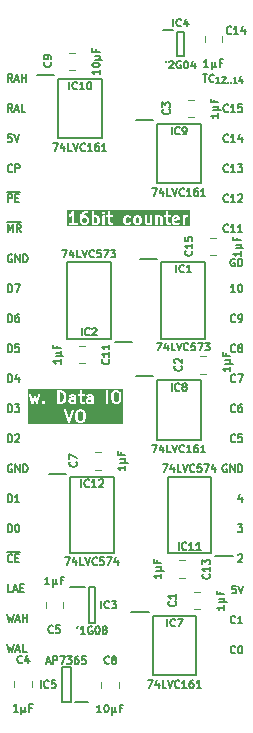
<source format=gto>
%TF.GenerationSoftware,KiCad,Pcbnew,8.0.7*%
%TF.CreationDate,2025-01-03T10:59:07+02:00*%
%TF.ProjectId,Counter 16bit with IO,436f756e-7465-4722-9031-366269742077,V0*%
%TF.SameCoordinates,Original*%
%TF.FileFunction,Legend,Top*%
%TF.FilePolarity,Positive*%
%FSLAX46Y46*%
G04 Gerber Fmt 4.6, Leading zero omitted, Abs format (unit mm)*
G04 Created by KiCad (PCBNEW 8.0.7) date 2025-01-03 10:59:07*
%MOMM*%
%LPD*%
G01*
G04 APERTURE LIST*
%ADD10C,0.150000*%
%ADD11C,0.200000*%
%ADD12C,0.120000*%
G04 APERTURE END LIST*
D10*
X20795839Y-42957963D02*
X20493458Y-42957963D01*
X20493458Y-42957963D02*
X20463220Y-43260344D01*
X20463220Y-43260344D02*
X20493458Y-43230105D01*
X20493458Y-43230105D02*
X20553934Y-43199867D01*
X20553934Y-43199867D02*
X20705125Y-43199867D01*
X20705125Y-43199867D02*
X20765601Y-43230105D01*
X20765601Y-43230105D02*
X20795839Y-43260344D01*
X20795839Y-43260344D02*
X20826077Y-43320820D01*
X20826077Y-43320820D02*
X20826077Y-43472010D01*
X20826077Y-43472010D02*
X20795839Y-43532486D01*
X20795839Y-43532486D02*
X20765601Y-43562725D01*
X20765601Y-43562725D02*
X20705125Y-43592963D01*
X20705125Y-43592963D02*
X20553934Y-43592963D01*
X20553934Y-43592963D02*
X20493458Y-43562725D01*
X20493458Y-43562725D02*
X20463220Y-43532486D01*
X21007506Y-42957963D02*
X21219172Y-43592963D01*
X21219172Y-43592963D02*
X21430839Y-42957963D01*
D11*
G36*
X7798810Y-28207023D02*
G01*
X7862989Y-28271202D01*
X7900904Y-28422861D01*
X7900904Y-28731575D01*
X7862988Y-28883235D01*
X7798812Y-28947413D01*
X7739202Y-28977219D01*
X7595940Y-28977219D01*
X7536330Y-28947414D01*
X7472153Y-28883236D01*
X7434238Y-28731575D01*
X7434238Y-28422862D01*
X7472153Y-28271202D01*
X7536332Y-28207023D01*
X7595940Y-28177219D01*
X7739202Y-28177219D01*
X7798810Y-28207023D01*
G37*
G36*
X6113551Y-26602296D02*
G01*
X6180624Y-26669369D01*
X6216076Y-26740274D01*
X6258047Y-26908155D01*
X6258047Y-27026393D01*
X6216076Y-27194274D01*
X6180623Y-27265180D01*
X6113552Y-27332253D01*
X6008487Y-27367275D01*
X5886619Y-27367275D01*
X5886619Y-26567275D01*
X6008487Y-26567275D01*
X6113551Y-26602296D01*
G37*
G36*
X7115190Y-27357852D02*
G01*
X7096345Y-27367275D01*
X6905464Y-27367275D01*
X6861154Y-27345120D01*
X6839000Y-27300810D01*
X6839000Y-27252786D01*
X6861155Y-27208476D01*
X6905464Y-27186322D01*
X7115190Y-27186322D01*
X7115190Y-27357852D01*
G37*
G36*
X8591381Y-27357852D02*
G01*
X8572536Y-27367275D01*
X8381655Y-27367275D01*
X8337345Y-27345120D01*
X8315191Y-27300810D01*
X8315191Y-27252786D01*
X8337346Y-27208476D01*
X8381655Y-27186322D01*
X8591381Y-27186322D01*
X8591381Y-27357852D01*
G37*
G36*
X10822620Y-26597079D02*
G01*
X10886799Y-26661258D01*
X10924714Y-26812917D01*
X10924714Y-27121631D01*
X10886798Y-27273291D01*
X10822622Y-27337469D01*
X10763012Y-27367275D01*
X10619750Y-27367275D01*
X10560140Y-27337470D01*
X10495963Y-27273292D01*
X10458048Y-27121631D01*
X10458048Y-26812918D01*
X10495963Y-26661258D01*
X10560142Y-26597079D01*
X10619750Y-26567275D01*
X10763012Y-26567275D01*
X10822620Y-26597079D01*
G37*
G36*
X11235825Y-29288330D02*
G01*
X3194891Y-29288330D01*
X3194891Y-28089726D01*
X6282642Y-28089726D01*
X6286989Y-28108842D01*
X6620322Y-29108841D01*
X6628313Y-29126742D01*
X6632996Y-29132141D01*
X6636191Y-29138531D01*
X6645662Y-29146746D01*
X6653878Y-29156218D01*
X6660266Y-29159412D01*
X6665667Y-29164096D01*
X6677568Y-29168063D01*
X6688777Y-29173667D01*
X6695901Y-29174173D01*
X6702683Y-29176434D01*
X6715192Y-29175544D01*
X6727697Y-29176434D01*
X6734475Y-29174174D01*
X6741603Y-29173668D01*
X6752819Y-29168059D01*
X6764713Y-29164095D01*
X6770110Y-29159414D01*
X6776502Y-29156218D01*
X6784720Y-29146742D01*
X6794189Y-29138530D01*
X6797382Y-29132143D01*
X6802067Y-29126742D01*
X6810058Y-29108842D01*
X7042821Y-28410552D01*
X7234238Y-28410552D01*
X7234238Y-28743885D01*
X7234573Y-28747287D01*
X7234356Y-28748746D01*
X7235435Y-28756043D01*
X7236159Y-28763394D01*
X7236723Y-28764757D01*
X7237224Y-28768139D01*
X7284843Y-28958614D01*
X7291438Y-28977075D01*
X7295863Y-28983047D01*
X7298709Y-28989918D01*
X7311146Y-29005071D01*
X7406384Y-29100311D01*
X7414052Y-29106604D01*
X7415783Y-29108600D01*
X7418790Y-29110493D01*
X7421537Y-29112747D01*
X7423977Y-29113757D01*
X7432374Y-29119043D01*
X7527611Y-29166662D01*
X7545920Y-29173668D01*
X7549503Y-29173922D01*
X7552824Y-29175298D01*
X7572333Y-29177219D01*
X7762809Y-29177219D01*
X7782318Y-29175298D01*
X7785638Y-29173922D01*
X7789222Y-29173668D01*
X7807530Y-29166662D01*
X7902768Y-29119043D01*
X7911163Y-29113758D01*
X7913605Y-29112747D01*
X7916352Y-29110491D01*
X7919358Y-29108600D01*
X7921088Y-29106605D01*
X7928758Y-29100310D01*
X8023996Y-29005071D01*
X8036433Y-28989918D01*
X8039278Y-28983047D01*
X8043704Y-28977075D01*
X8050299Y-28958615D01*
X8097918Y-28768139D01*
X8098418Y-28764757D01*
X8098983Y-28763394D01*
X8099706Y-28756043D01*
X8100786Y-28748746D01*
X8100568Y-28747287D01*
X8100904Y-28743885D01*
X8100904Y-28410552D01*
X8100568Y-28407149D01*
X8100786Y-28405691D01*
X8099706Y-28398393D01*
X8098983Y-28391043D01*
X8098418Y-28389679D01*
X8097918Y-28386298D01*
X8050299Y-28195822D01*
X8043704Y-28177362D01*
X8039277Y-28171387D01*
X8036432Y-28164519D01*
X8023996Y-28149365D01*
X7928758Y-28054127D01*
X7921087Y-28047832D01*
X7919358Y-28045838D01*
X7916350Y-28043944D01*
X7913604Y-28041691D01*
X7911164Y-28040680D01*
X7902768Y-28035395D01*
X7807530Y-27987776D01*
X7789222Y-27980770D01*
X7785638Y-27980515D01*
X7782318Y-27979140D01*
X7762809Y-27977219D01*
X7572333Y-27977219D01*
X7552824Y-27979140D01*
X7549503Y-27980515D01*
X7545920Y-27980770D01*
X7527611Y-27987776D01*
X7432374Y-28035395D01*
X7423975Y-28040681D01*
X7421538Y-28041691D01*
X7418794Y-28043942D01*
X7415783Y-28045838D01*
X7414050Y-28047835D01*
X7406384Y-28054127D01*
X7311146Y-28149365D01*
X7298710Y-28164519D01*
X7295864Y-28171387D01*
X7291438Y-28177362D01*
X7284843Y-28195823D01*
X7237224Y-28386298D01*
X7236723Y-28389679D01*
X7236159Y-28391043D01*
X7235435Y-28398393D01*
X7234356Y-28405691D01*
X7234573Y-28407149D01*
X7234238Y-28410552D01*
X7042821Y-28410552D01*
X7143391Y-28108842D01*
X7147738Y-28089727D01*
X7144972Y-28050807D01*
X7127522Y-28015908D01*
X7098046Y-27990343D01*
X7061030Y-27978004D01*
X7022110Y-27980771D01*
X6987211Y-27998220D01*
X6961646Y-28027696D01*
X6953655Y-28045597D01*
X6715190Y-28760991D01*
X6476725Y-28045596D01*
X6468734Y-28027696D01*
X6443169Y-27998220D01*
X6408270Y-27980770D01*
X6369350Y-27978004D01*
X6332334Y-27990342D01*
X6302858Y-28015907D01*
X6285408Y-28050806D01*
X6282642Y-28089726D01*
X3194891Y-28089726D01*
X3194891Y-26808794D01*
X3306002Y-26808794D01*
X3309515Y-26828080D01*
X3499991Y-27494747D01*
X3507197Y-27512978D01*
X3511167Y-27517979D01*
X3513680Y-27523842D01*
X3523191Y-27533124D01*
X3531458Y-27543537D01*
X3537035Y-27546635D01*
X3541604Y-27551094D01*
X3553953Y-27556033D01*
X3565566Y-27562485D01*
X3571901Y-27563213D01*
X3577831Y-27565585D01*
X3591124Y-27565422D01*
X3604329Y-27566940D01*
X3610468Y-27565185D01*
X3616846Y-27565108D01*
X3629056Y-27559875D01*
X3641846Y-27556221D01*
X3646847Y-27552250D01*
X3652710Y-27549738D01*
X3661992Y-27540226D01*
X3672405Y-27531960D01*
X3675503Y-27526382D01*
X3679962Y-27521814D01*
X3688991Y-27504414D01*
X3786619Y-27260343D01*
X3884247Y-27504414D01*
X3893276Y-27521814D01*
X3897734Y-27526382D01*
X3900833Y-27531960D01*
X3911245Y-27540226D01*
X3920528Y-27549738D01*
X3926391Y-27552250D01*
X3931392Y-27556221D01*
X3944179Y-27559874D01*
X3956391Y-27565108D01*
X3962769Y-27565185D01*
X3968909Y-27566940D01*
X3982120Y-27565421D01*
X3995407Y-27565584D01*
X4001330Y-27563214D01*
X4007672Y-27562486D01*
X4019295Y-27556028D01*
X4031634Y-27551093D01*
X4036200Y-27546636D01*
X4041780Y-27543537D01*
X4050047Y-27533123D01*
X4059558Y-27523842D01*
X4062070Y-27517979D01*
X4066041Y-27512978D01*
X4073247Y-27494747D01*
X4100276Y-27400147D01*
X4402826Y-27400147D01*
X4402826Y-27439165D01*
X4405686Y-27446069D01*
X4417758Y-27475214D01*
X4417762Y-27475218D01*
X4430194Y-27490367D01*
X4477813Y-27537985D01*
X4492966Y-27550422D01*
X4501969Y-27554151D01*
X4529015Y-27565354D01*
X4568033Y-27565354D01*
X4604081Y-27550422D01*
X4619235Y-27537986D01*
X4666853Y-27490367D01*
X4679290Y-27475214D01*
X4685969Y-27459089D01*
X4694221Y-27439166D01*
X4694222Y-27400148D01*
X4679291Y-27364099D01*
X4666854Y-27348946D01*
X4619235Y-27301326D01*
X4604082Y-27288889D01*
X4581888Y-27279696D01*
X4579488Y-27278702D01*
X4568033Y-27273957D01*
X4529015Y-27273957D01*
X4518457Y-27278330D01*
X4492967Y-27288888D01*
X4492966Y-27288889D01*
X4477812Y-27301326D01*
X4430194Y-27348946D01*
X4417757Y-27364099D01*
X4409461Y-27384128D01*
X4402826Y-27400147D01*
X4100276Y-27400147D01*
X4263723Y-26828080D01*
X4267236Y-26808794D01*
X4262781Y-26770031D01*
X4243833Y-26735923D01*
X4213274Y-26711662D01*
X4175757Y-26700943D01*
X4136994Y-26705398D01*
X4102886Y-26724346D01*
X4078625Y-26754905D01*
X4071419Y-26773136D01*
X3961304Y-27158538D01*
X3879467Y-26953945D01*
X3870438Y-26936545D01*
X3869569Y-26935655D01*
X3869082Y-26934517D01*
X3855985Y-26921736D01*
X3843186Y-26908621D01*
X3842045Y-26908132D01*
X3841158Y-26907266D01*
X3824144Y-26900460D01*
X3807322Y-26893251D01*
X3806083Y-26893235D01*
X3804931Y-26892775D01*
X3786640Y-26892998D01*
X3768307Y-26892774D01*
X3767152Y-26893235D01*
X3765915Y-26893251D01*
X3749120Y-26900448D01*
X3732080Y-26907265D01*
X3731190Y-26908133D01*
X3730052Y-26908621D01*
X3717261Y-26921726D01*
X3704156Y-26934517D01*
X3703668Y-26935655D01*
X3702800Y-26936545D01*
X3693771Y-26953945D01*
X3611933Y-27158538D01*
X3501819Y-26773136D01*
X3494613Y-26754905D01*
X3470352Y-26724346D01*
X3436244Y-26705397D01*
X3397481Y-26700943D01*
X3359964Y-26711662D01*
X3329405Y-26735923D01*
X3310456Y-26770031D01*
X3306002Y-26808794D01*
X3194891Y-26808794D01*
X3194891Y-26467275D01*
X5686619Y-26467275D01*
X5686619Y-27467275D01*
X5688540Y-27486784D01*
X5703472Y-27522832D01*
X5731062Y-27550422D01*
X5767110Y-27565354D01*
X5786619Y-27567275D01*
X6024714Y-27567275D01*
X6034587Y-27566302D01*
X6037221Y-27566490D01*
X6040684Y-27565702D01*
X6044223Y-27565354D01*
X6046665Y-27564342D01*
X6056337Y-27562143D01*
X6199193Y-27514524D01*
X6217094Y-27506533D01*
X6219809Y-27504178D01*
X6223129Y-27502803D01*
X6238282Y-27490366D01*
X6333520Y-27395127D01*
X6339812Y-27387460D01*
X6341809Y-27385729D01*
X6343702Y-27382721D01*
X6345957Y-27379974D01*
X6346968Y-27377532D01*
X6352252Y-27369138D01*
X6399871Y-27273901D01*
X6400417Y-27272472D01*
X6400847Y-27271893D01*
X6403768Y-27263716D01*
X6406877Y-27255592D01*
X6406928Y-27254871D01*
X6407442Y-27253433D01*
X6413506Y-27229179D01*
X6639000Y-27229179D01*
X6639000Y-27324417D01*
X6640921Y-27343926D01*
X6642296Y-27347246D01*
X6642551Y-27350829D01*
X6649557Y-27369138D01*
X6697176Y-27464377D01*
X6699229Y-27467640D01*
X6699743Y-27469179D01*
X6701405Y-27471095D01*
X6707619Y-27480967D01*
X6717090Y-27489181D01*
X6725307Y-27498656D01*
X6735177Y-27504868D01*
X6737095Y-27506532D01*
X6738635Y-27507045D01*
X6741898Y-27509099D01*
X6837135Y-27556718D01*
X6855444Y-27563724D01*
X6859027Y-27563978D01*
X6862348Y-27565354D01*
X6881857Y-27567275D01*
X7119952Y-27567275D01*
X7139461Y-27565354D01*
X7142781Y-27563978D01*
X7146365Y-27563724D01*
X7164673Y-27556718D01*
X7169276Y-27554416D01*
X7195681Y-27565354D01*
X7234699Y-27565354D01*
X7270747Y-27550422D01*
X7298337Y-27522832D01*
X7313269Y-27486784D01*
X7315190Y-27467275D01*
X7315190Y-26943465D01*
X7313269Y-26923956D01*
X7311893Y-26920635D01*
X7311639Y-26917052D01*
X7304633Y-26898743D01*
X7257014Y-26803506D01*
X7254959Y-26800242D01*
X7254447Y-26798704D01*
X7252785Y-26796788D01*
X7246571Y-26786915D01*
X7239865Y-26781099D01*
X7450445Y-26781099D01*
X7450445Y-26820117D01*
X7465377Y-26856165D01*
X7492967Y-26883755D01*
X7529015Y-26898687D01*
X7548524Y-26900608D01*
X7591381Y-26900608D01*
X7591381Y-27324417D01*
X7593302Y-27343926D01*
X7594677Y-27347246D01*
X7594932Y-27350829D01*
X7601938Y-27369138D01*
X7649557Y-27464377D01*
X7651610Y-27467640D01*
X7652124Y-27469179D01*
X7653786Y-27471095D01*
X7660000Y-27480967D01*
X7669471Y-27489181D01*
X7677688Y-27498656D01*
X7687558Y-27504868D01*
X7689476Y-27506532D01*
X7691016Y-27507045D01*
X7694279Y-27509099D01*
X7789516Y-27556718D01*
X7807825Y-27563724D01*
X7811408Y-27563978D01*
X7814729Y-27565354D01*
X7834238Y-27567275D01*
X7929476Y-27567275D01*
X7948985Y-27565354D01*
X7985033Y-27550422D01*
X8012623Y-27522832D01*
X8027555Y-27486784D01*
X8027555Y-27447766D01*
X8012623Y-27411718D01*
X7985033Y-27384128D01*
X7948985Y-27369196D01*
X7929476Y-27367275D01*
X7857845Y-27367275D01*
X7813535Y-27345120D01*
X7791381Y-27300810D01*
X7791381Y-27229179D01*
X8115191Y-27229179D01*
X8115191Y-27324417D01*
X8117112Y-27343926D01*
X8118487Y-27347246D01*
X8118742Y-27350829D01*
X8125748Y-27369138D01*
X8173367Y-27464377D01*
X8175420Y-27467640D01*
X8175934Y-27469179D01*
X8177596Y-27471095D01*
X8183810Y-27480967D01*
X8193281Y-27489181D01*
X8201498Y-27498656D01*
X8211368Y-27504868D01*
X8213286Y-27506532D01*
X8214826Y-27507045D01*
X8218089Y-27509099D01*
X8313326Y-27556718D01*
X8331635Y-27563724D01*
X8335218Y-27563978D01*
X8338539Y-27565354D01*
X8358048Y-27567275D01*
X8596143Y-27567275D01*
X8615652Y-27565354D01*
X8618972Y-27563978D01*
X8622556Y-27563724D01*
X8640864Y-27556718D01*
X8645467Y-27554416D01*
X8671872Y-27565354D01*
X8710890Y-27565354D01*
X8746938Y-27550422D01*
X8774528Y-27522832D01*
X8789460Y-27486784D01*
X8791381Y-27467275D01*
X8791381Y-26943465D01*
X8789460Y-26923956D01*
X8788084Y-26920635D01*
X8787830Y-26917052D01*
X8780824Y-26898743D01*
X8733205Y-26803506D01*
X8731150Y-26800242D01*
X8730638Y-26798704D01*
X8728976Y-26796788D01*
X8722762Y-26786915D01*
X8713286Y-26778697D01*
X8705073Y-26769227D01*
X8695201Y-26763013D01*
X8693285Y-26761351D01*
X8691746Y-26760837D01*
X8688483Y-26758784D01*
X8593245Y-26711165D01*
X8574937Y-26704159D01*
X8571353Y-26703904D01*
X8568033Y-26702529D01*
X8548524Y-26700608D01*
X8358048Y-26700608D01*
X8338539Y-26702529D01*
X8335218Y-26703904D01*
X8331635Y-26704159D01*
X8313326Y-26711165D01*
X8218089Y-26758784D01*
X8201498Y-26769227D01*
X8175934Y-26798704D01*
X8163595Y-26835720D01*
X8166361Y-26874640D01*
X8183810Y-26909539D01*
X8213287Y-26935103D01*
X8250303Y-26947442D01*
X8289223Y-26944676D01*
X8307531Y-26937670D01*
X8381655Y-26900608D01*
X8524917Y-26900608D01*
X8569226Y-26922763D01*
X8591381Y-26967072D01*
X8591381Y-26976899D01*
X8572536Y-26986322D01*
X8358048Y-26986322D01*
X8338539Y-26988243D01*
X8335218Y-26989618D01*
X8331635Y-26989873D01*
X8313326Y-26996879D01*
X8218089Y-27044498D01*
X8214825Y-27046552D01*
X8213287Y-27047065D01*
X8211371Y-27048726D01*
X8201498Y-27054941D01*
X8193280Y-27064416D01*
X8183810Y-27072630D01*
X8177596Y-27082501D01*
X8175934Y-27084418D01*
X8175420Y-27085956D01*
X8173367Y-27089220D01*
X8125748Y-27184458D01*
X8118742Y-27202766D01*
X8118487Y-27206349D01*
X8117112Y-27209670D01*
X8115191Y-27229179D01*
X7791381Y-27229179D01*
X7791381Y-26900608D01*
X7929476Y-26900608D01*
X7948985Y-26898687D01*
X7985033Y-26883755D01*
X8012623Y-26856165D01*
X8027555Y-26820117D01*
X8027555Y-26781099D01*
X8012623Y-26745051D01*
X7985033Y-26717461D01*
X7948985Y-26702529D01*
X7929476Y-26700608D01*
X7791381Y-26700608D01*
X7791381Y-26467275D01*
X9829477Y-26467275D01*
X9829477Y-27467275D01*
X9831398Y-27486784D01*
X9846330Y-27522832D01*
X9873920Y-27550422D01*
X9909968Y-27565354D01*
X9948986Y-27565354D01*
X9985034Y-27550422D01*
X10012624Y-27522832D01*
X10027556Y-27486784D01*
X10029477Y-27467275D01*
X10029477Y-26800608D01*
X10258048Y-26800608D01*
X10258048Y-27133941D01*
X10258383Y-27137343D01*
X10258166Y-27138802D01*
X10259245Y-27146099D01*
X10259969Y-27153450D01*
X10260533Y-27154813D01*
X10261034Y-27158195D01*
X10308653Y-27348670D01*
X10315248Y-27367131D01*
X10319673Y-27373103D01*
X10322519Y-27379974D01*
X10334956Y-27395127D01*
X10430194Y-27490367D01*
X10437862Y-27496660D01*
X10439593Y-27498656D01*
X10442600Y-27500549D01*
X10445347Y-27502803D01*
X10447787Y-27503813D01*
X10456184Y-27509099D01*
X10551421Y-27556718D01*
X10569730Y-27563724D01*
X10573313Y-27563978D01*
X10576634Y-27565354D01*
X10596143Y-27567275D01*
X10786619Y-27567275D01*
X10806128Y-27565354D01*
X10809448Y-27563978D01*
X10813032Y-27563724D01*
X10831340Y-27556718D01*
X10926578Y-27509099D01*
X10934973Y-27503814D01*
X10937415Y-27502803D01*
X10940162Y-27500547D01*
X10943168Y-27498656D01*
X10944898Y-27496661D01*
X10952568Y-27490366D01*
X11047806Y-27395127D01*
X11060243Y-27379974D01*
X11063088Y-27373103D01*
X11067514Y-27367131D01*
X11074109Y-27348671D01*
X11121728Y-27158195D01*
X11122228Y-27154813D01*
X11122793Y-27153450D01*
X11123516Y-27146099D01*
X11124596Y-27138802D01*
X11124378Y-27137343D01*
X11124714Y-27133941D01*
X11124714Y-26800608D01*
X11124378Y-26797205D01*
X11124596Y-26795747D01*
X11123516Y-26788449D01*
X11122793Y-26781099D01*
X11122228Y-26779735D01*
X11121728Y-26776354D01*
X11074109Y-26585878D01*
X11067514Y-26567418D01*
X11063087Y-26561443D01*
X11060242Y-26554575D01*
X11047806Y-26539421D01*
X10952568Y-26444183D01*
X10944897Y-26437888D01*
X10943168Y-26435894D01*
X10940160Y-26434000D01*
X10937414Y-26431747D01*
X10934974Y-26430736D01*
X10926578Y-26425451D01*
X10831340Y-26377832D01*
X10813032Y-26370826D01*
X10809448Y-26370571D01*
X10806128Y-26369196D01*
X10786619Y-26367275D01*
X10596143Y-26367275D01*
X10576634Y-26369196D01*
X10573313Y-26370571D01*
X10569730Y-26370826D01*
X10551421Y-26377832D01*
X10456184Y-26425451D01*
X10447785Y-26430737D01*
X10445348Y-26431747D01*
X10442604Y-26433998D01*
X10439593Y-26435894D01*
X10437860Y-26437891D01*
X10430194Y-26444183D01*
X10334956Y-26539421D01*
X10322520Y-26554575D01*
X10319674Y-26561443D01*
X10315248Y-26567418D01*
X10308653Y-26585879D01*
X10261034Y-26776354D01*
X10260533Y-26779735D01*
X10259969Y-26781099D01*
X10259245Y-26788449D01*
X10258166Y-26795747D01*
X10258383Y-26797205D01*
X10258048Y-26800608D01*
X10029477Y-26800608D01*
X10029477Y-26467275D01*
X10027556Y-26447766D01*
X10012624Y-26411718D01*
X9985034Y-26384128D01*
X9948986Y-26369196D01*
X9909968Y-26369196D01*
X9873920Y-26384128D01*
X9846330Y-26411718D01*
X9831398Y-26447766D01*
X9829477Y-26467275D01*
X7791381Y-26467275D01*
X7789460Y-26447766D01*
X7774528Y-26411718D01*
X7746938Y-26384128D01*
X7710890Y-26369196D01*
X7671872Y-26369196D01*
X7635824Y-26384128D01*
X7608234Y-26411718D01*
X7593302Y-26447766D01*
X7591381Y-26467275D01*
X7591381Y-26700608D01*
X7548524Y-26700608D01*
X7529015Y-26702529D01*
X7492967Y-26717461D01*
X7465377Y-26745051D01*
X7450445Y-26781099D01*
X7239865Y-26781099D01*
X7237095Y-26778697D01*
X7228882Y-26769227D01*
X7219010Y-26763013D01*
X7217094Y-26761351D01*
X7215555Y-26760837D01*
X7212292Y-26758784D01*
X7117054Y-26711165D01*
X7098746Y-26704159D01*
X7095162Y-26703904D01*
X7091842Y-26702529D01*
X7072333Y-26700608D01*
X6881857Y-26700608D01*
X6862348Y-26702529D01*
X6859027Y-26703904D01*
X6855444Y-26704159D01*
X6837135Y-26711165D01*
X6741898Y-26758784D01*
X6725307Y-26769227D01*
X6699743Y-26798704D01*
X6687404Y-26835720D01*
X6690170Y-26874640D01*
X6707619Y-26909539D01*
X6737096Y-26935103D01*
X6774112Y-26947442D01*
X6813032Y-26944676D01*
X6831340Y-26937670D01*
X6905464Y-26900608D01*
X7048726Y-26900608D01*
X7093035Y-26922763D01*
X7115190Y-26967072D01*
X7115190Y-26976899D01*
X7096345Y-26986322D01*
X6881857Y-26986322D01*
X6862348Y-26988243D01*
X6859027Y-26989618D01*
X6855444Y-26989873D01*
X6837135Y-26996879D01*
X6741898Y-27044498D01*
X6738634Y-27046552D01*
X6737096Y-27047065D01*
X6735180Y-27048726D01*
X6725307Y-27054941D01*
X6717089Y-27064416D01*
X6707619Y-27072630D01*
X6701405Y-27082501D01*
X6699743Y-27084418D01*
X6699229Y-27085956D01*
X6697176Y-27089220D01*
X6649557Y-27184458D01*
X6642551Y-27202766D01*
X6642296Y-27206349D01*
X6640921Y-27209670D01*
X6639000Y-27229179D01*
X6413506Y-27229179D01*
X6455061Y-27062957D01*
X6455561Y-27059575D01*
X6456126Y-27058212D01*
X6456849Y-27050861D01*
X6457929Y-27043564D01*
X6457711Y-27042105D01*
X6458047Y-27038703D01*
X6458047Y-26895846D01*
X6457711Y-26892443D01*
X6457929Y-26890985D01*
X6456849Y-26883687D01*
X6456126Y-26876337D01*
X6455561Y-26874973D01*
X6455061Y-26871592D01*
X6407442Y-26681116D01*
X6406928Y-26679677D01*
X6406877Y-26678957D01*
X6403768Y-26670832D01*
X6400847Y-26662656D01*
X6400417Y-26662076D01*
X6399871Y-26660648D01*
X6352252Y-26565411D01*
X6346965Y-26557012D01*
X6345956Y-26554575D01*
X6343704Y-26551831D01*
X6341809Y-26548820D01*
X6339811Y-26547087D01*
X6333520Y-26539421D01*
X6238282Y-26444183D01*
X6223128Y-26431747D01*
X6219809Y-26430372D01*
X6217094Y-26428017D01*
X6199193Y-26420026D01*
X6056337Y-26372407D01*
X6046665Y-26370207D01*
X6044223Y-26369196D01*
X6040684Y-26368847D01*
X6037221Y-26368060D01*
X6034587Y-26368247D01*
X6024714Y-26367275D01*
X5786619Y-26367275D01*
X5767110Y-26369196D01*
X5731062Y-26384128D01*
X5703472Y-26411718D01*
X5688540Y-26447766D01*
X5686619Y-26467275D01*
X3194891Y-26467275D01*
X3194891Y-26256164D01*
X11235825Y-26256164D01*
X11235825Y-29288330D01*
G37*
D10*
X20765601Y-46072486D02*
X20735363Y-46102725D01*
X20735363Y-46102725D02*
X20644649Y-46132963D01*
X20644649Y-46132963D02*
X20584173Y-46132963D01*
X20584173Y-46132963D02*
X20493458Y-46102725D01*
X20493458Y-46102725D02*
X20432982Y-46042248D01*
X20432982Y-46042248D02*
X20402744Y-45981772D01*
X20402744Y-45981772D02*
X20372506Y-45860820D01*
X20372506Y-45860820D02*
X20372506Y-45770105D01*
X20372506Y-45770105D02*
X20402744Y-45649153D01*
X20402744Y-45649153D02*
X20432982Y-45588677D01*
X20432982Y-45588677D02*
X20493458Y-45528201D01*
X20493458Y-45528201D02*
X20584173Y-45497963D01*
X20584173Y-45497963D02*
X20644649Y-45497963D01*
X20644649Y-45497963D02*
X20735363Y-45528201D01*
X20735363Y-45528201D02*
X20765601Y-45558439D01*
X21370363Y-46132963D02*
X21007506Y-46132963D01*
X21188934Y-46132963D02*
X21188934Y-45497963D01*
X21188934Y-45497963D02*
X21128458Y-45588677D01*
X21128458Y-45588677D02*
X21067982Y-45649153D01*
X21067982Y-45649153D02*
X21007506Y-45679391D01*
X1519874Y-20605963D02*
X1519874Y-19970963D01*
X1519874Y-19970963D02*
X1671064Y-19970963D01*
X1671064Y-19970963D02*
X1761779Y-20001201D01*
X1761779Y-20001201D02*
X1822255Y-20061677D01*
X1822255Y-20061677D02*
X1852493Y-20122153D01*
X1852493Y-20122153D02*
X1882731Y-20243105D01*
X1882731Y-20243105D02*
X1882731Y-20333820D01*
X1882731Y-20333820D02*
X1852493Y-20454772D01*
X1852493Y-20454772D02*
X1822255Y-20515248D01*
X1822255Y-20515248D02*
X1761779Y-20575725D01*
X1761779Y-20575725D02*
X1671064Y-20605963D01*
X1671064Y-20605963D02*
X1519874Y-20605963D01*
X2427017Y-19970963D02*
X2306064Y-19970963D01*
X2306064Y-19970963D02*
X2245588Y-20001201D01*
X2245588Y-20001201D02*
X2215350Y-20031439D01*
X2215350Y-20031439D02*
X2154874Y-20122153D01*
X2154874Y-20122153D02*
X2124636Y-20243105D01*
X2124636Y-20243105D02*
X2124636Y-20485010D01*
X2124636Y-20485010D02*
X2154874Y-20545486D01*
X2154874Y-20545486D02*
X2185112Y-20575725D01*
X2185112Y-20575725D02*
X2245588Y-20605963D01*
X2245588Y-20605963D02*
X2366541Y-20605963D01*
X2366541Y-20605963D02*
X2427017Y-20575725D01*
X2427017Y-20575725D02*
X2457255Y-20545486D01*
X2457255Y-20545486D02*
X2487493Y-20485010D01*
X2487493Y-20485010D02*
X2487493Y-20333820D01*
X2487493Y-20333820D02*
X2457255Y-20273344D01*
X2457255Y-20273344D02*
X2427017Y-20243105D01*
X2427017Y-20243105D02*
X2366541Y-20212867D01*
X2366541Y-20212867D02*
X2245588Y-20212867D01*
X2245588Y-20212867D02*
X2185112Y-20243105D01*
X2185112Y-20243105D02*
X2154874Y-20273344D01*
X2154874Y-20273344D02*
X2124636Y-20333820D01*
X20765601Y-25625486D02*
X20735363Y-25655725D01*
X20735363Y-25655725D02*
X20644649Y-25685963D01*
X20644649Y-25685963D02*
X20584173Y-25685963D01*
X20584173Y-25685963D02*
X20493458Y-25655725D01*
X20493458Y-25655725D02*
X20432982Y-25595248D01*
X20432982Y-25595248D02*
X20402744Y-25534772D01*
X20402744Y-25534772D02*
X20372506Y-25413820D01*
X20372506Y-25413820D02*
X20372506Y-25323105D01*
X20372506Y-25323105D02*
X20402744Y-25202153D01*
X20402744Y-25202153D02*
X20432982Y-25141677D01*
X20432982Y-25141677D02*
X20493458Y-25081201D01*
X20493458Y-25081201D02*
X20584173Y-25050963D01*
X20584173Y-25050963D02*
X20644649Y-25050963D01*
X20644649Y-25050963D02*
X20735363Y-25081201D01*
X20735363Y-25081201D02*
X20765601Y-25111439D01*
X20977268Y-25050963D02*
X21400601Y-25050963D01*
X21400601Y-25050963D02*
X21128458Y-25685963D01*
X1882731Y-285963D02*
X1671064Y16417D01*
X1519874Y-285963D02*
X1519874Y349036D01*
X1519874Y349036D02*
X1761779Y349036D01*
X1761779Y349036D02*
X1822255Y318798D01*
X1822255Y318798D02*
X1852493Y288560D01*
X1852493Y288560D02*
X1882731Y228084D01*
X1882731Y228084D02*
X1882731Y137370D01*
X1882731Y137370D02*
X1852493Y76894D01*
X1852493Y76894D02*
X1822255Y46655D01*
X1822255Y46655D02*
X1761779Y16417D01*
X1761779Y16417D02*
X1519874Y16417D01*
X2124636Y-104534D02*
X2427017Y-104534D01*
X2064160Y-285963D02*
X2275826Y349036D01*
X2275826Y349036D02*
X2487493Y-285963D01*
X2699160Y-285963D02*
X2699160Y349036D01*
X2699160Y46655D02*
X3062017Y46655D01*
X3062017Y-285963D02*
X3062017Y349036D01*
X20705125Y-15302201D02*
X20644649Y-15271963D01*
X20644649Y-15271963D02*
X20553935Y-15271963D01*
X20553935Y-15271963D02*
X20463220Y-15302201D01*
X20463220Y-15302201D02*
X20402744Y-15362677D01*
X20402744Y-15362677D02*
X20372506Y-15423153D01*
X20372506Y-15423153D02*
X20342268Y-15544105D01*
X20342268Y-15544105D02*
X20342268Y-15634820D01*
X20342268Y-15634820D02*
X20372506Y-15755772D01*
X20372506Y-15755772D02*
X20402744Y-15816248D01*
X20402744Y-15816248D02*
X20463220Y-15876725D01*
X20463220Y-15876725D02*
X20553935Y-15906963D01*
X20553935Y-15906963D02*
X20614411Y-15906963D01*
X20614411Y-15906963D02*
X20705125Y-15876725D01*
X20705125Y-15876725D02*
X20735363Y-15846486D01*
X20735363Y-15846486D02*
X20735363Y-15634820D01*
X20735363Y-15634820D02*
X20614411Y-15634820D01*
X21007506Y-15906963D02*
X21007506Y-15271963D01*
X21007506Y-15271963D02*
X21158696Y-15271963D01*
X21158696Y-15271963D02*
X21249411Y-15302201D01*
X21249411Y-15302201D02*
X21309887Y-15362677D01*
X21309887Y-15362677D02*
X21340125Y-15423153D01*
X21340125Y-15423153D02*
X21370363Y-15544105D01*
X21370363Y-15544105D02*
X21370363Y-15634820D01*
X21370363Y-15634820D02*
X21340125Y-15755772D01*
X21340125Y-15755772D02*
X21309887Y-15816248D01*
X21309887Y-15816248D02*
X21249411Y-15876725D01*
X21249411Y-15876725D02*
X21158696Y-15906963D01*
X21158696Y-15906963D02*
X21007506Y-15906963D01*
X1852493Y-32701201D02*
X1792017Y-32670963D01*
X1792017Y-32670963D02*
X1701303Y-32670963D01*
X1701303Y-32670963D02*
X1610588Y-32701201D01*
X1610588Y-32701201D02*
X1550112Y-32761677D01*
X1550112Y-32761677D02*
X1519874Y-32822153D01*
X1519874Y-32822153D02*
X1489636Y-32943105D01*
X1489636Y-32943105D02*
X1489636Y-33033820D01*
X1489636Y-33033820D02*
X1519874Y-33154772D01*
X1519874Y-33154772D02*
X1550112Y-33215248D01*
X1550112Y-33215248D02*
X1610588Y-33275725D01*
X1610588Y-33275725D02*
X1701303Y-33305963D01*
X1701303Y-33305963D02*
X1761779Y-33305963D01*
X1761779Y-33305963D02*
X1852493Y-33275725D01*
X1852493Y-33275725D02*
X1882731Y-33245486D01*
X1882731Y-33245486D02*
X1882731Y-33033820D01*
X1882731Y-33033820D02*
X1761779Y-33033820D01*
X2154874Y-33305963D02*
X2154874Y-32670963D01*
X2154874Y-32670963D02*
X2517731Y-33305963D01*
X2517731Y-33305963D02*
X2517731Y-32670963D01*
X2820112Y-33305963D02*
X2820112Y-32670963D01*
X2820112Y-32670963D02*
X2971302Y-32670963D01*
X2971302Y-32670963D02*
X3062017Y-32701201D01*
X3062017Y-32701201D02*
X3122493Y-32761677D01*
X3122493Y-32761677D02*
X3152731Y-32822153D01*
X3152731Y-32822153D02*
X3182969Y-32943105D01*
X3182969Y-32943105D02*
X3182969Y-33033820D01*
X3182969Y-33033820D02*
X3152731Y-33154772D01*
X3152731Y-33154772D02*
X3122493Y-33215248D01*
X3122493Y-33215248D02*
X3062017Y-33275725D01*
X3062017Y-33275725D02*
X2971302Y-33305963D01*
X2971302Y-33305963D02*
X2820112Y-33305963D01*
D11*
G36*
X8124763Y-11823976D02*
G01*
X8149432Y-11848644D01*
X8179237Y-11908254D01*
X8179237Y-12099135D01*
X8149432Y-12158743D01*
X8124763Y-12183413D01*
X8065154Y-12213219D01*
X7921892Y-12213219D01*
X7862282Y-12183414D01*
X7837615Y-12158746D01*
X7807809Y-12099134D01*
X7807809Y-11908254D01*
X7837614Y-11848644D01*
X7862282Y-11823975D01*
X7921892Y-11794171D01*
X8065154Y-11794171D01*
X8124763Y-11823976D01*
G37*
G36*
X9029525Y-11776357D02*
G01*
X9054194Y-11801025D01*
X9083999Y-11860635D01*
X9083999Y-12099135D01*
X9054194Y-12158743D01*
X9029525Y-12183413D01*
X8969916Y-12213219D01*
X8826654Y-12213219D01*
X8807809Y-12203796D01*
X8807809Y-11755974D01*
X8826654Y-11746552D01*
X8969916Y-11746552D01*
X9029525Y-11776357D01*
G37*
G36*
X12600954Y-11776357D02*
G01*
X12625623Y-11801025D01*
X12655428Y-11860635D01*
X12655428Y-12099135D01*
X12625623Y-12158743D01*
X12600954Y-12183413D01*
X12541345Y-12213219D01*
X12445702Y-12213219D01*
X12386092Y-12183414D01*
X12361425Y-12158746D01*
X12331619Y-12099134D01*
X12331619Y-11860635D01*
X12361424Y-11801025D01*
X12386092Y-11776356D01*
X12445702Y-11746552D01*
X12541345Y-11746552D01*
X12600954Y-11776357D01*
G37*
G36*
X15871369Y-11768707D02*
G01*
X15888819Y-11803607D01*
X15617334Y-11857904D01*
X15617334Y-11813016D01*
X15639489Y-11768706D01*
X15683798Y-11746552D01*
X15827060Y-11746552D01*
X15871369Y-11768707D01*
G37*
G36*
X16917000Y-12524330D02*
G01*
X6545102Y-12524330D01*
X6545102Y-11586426D01*
X6656213Y-11586426D01*
X6658979Y-11625346D01*
X6676428Y-11660245D01*
X6705905Y-11685809D01*
X6742921Y-11698148D01*
X6781841Y-11695382D01*
X6800149Y-11688376D01*
X6895387Y-11640757D01*
X6903783Y-11635471D01*
X6906223Y-11634461D01*
X6908969Y-11632207D01*
X6911977Y-11630314D01*
X6913706Y-11628319D01*
X6921377Y-11622025D01*
X6941142Y-11602260D01*
X6941142Y-12213219D01*
X6755428Y-12213219D01*
X6735919Y-12215140D01*
X6699871Y-12230072D01*
X6672281Y-12257662D01*
X6657349Y-12293710D01*
X6657349Y-12332728D01*
X6672281Y-12368776D01*
X6699871Y-12396366D01*
X6735919Y-12411298D01*
X6755428Y-12413219D01*
X7326856Y-12413219D01*
X7346365Y-12411298D01*
X7382413Y-12396366D01*
X7410003Y-12368776D01*
X7424935Y-12332728D01*
X7424935Y-12293710D01*
X7410003Y-12257662D01*
X7382413Y-12230072D01*
X7346365Y-12215140D01*
X7326856Y-12213219D01*
X7141142Y-12213219D01*
X7141142Y-11741790D01*
X7607809Y-11741790D01*
X7607809Y-12122742D01*
X7609730Y-12142251D01*
X7611105Y-12145571D01*
X7611360Y-12149155D01*
X7618366Y-12167463D01*
X7665985Y-12262701D01*
X7671268Y-12271093D01*
X7672280Y-12273537D01*
X7674536Y-12276286D01*
X7676428Y-12279291D01*
X7678422Y-12281020D01*
X7684717Y-12288690D01*
X7732335Y-12336310D01*
X7740003Y-12342603D01*
X7741735Y-12344600D01*
X7744743Y-12346493D01*
X7747489Y-12348747D01*
X7749929Y-12349757D01*
X7758326Y-12355043D01*
X7853563Y-12402662D01*
X7871872Y-12409668D01*
X7875455Y-12409922D01*
X7878776Y-12411298D01*
X7898285Y-12413219D01*
X8088761Y-12413219D01*
X8108270Y-12411298D01*
X8111590Y-12409922D01*
X8115174Y-12409668D01*
X8133482Y-12402662D01*
X8228720Y-12355043D01*
X8237115Y-12349758D01*
X8239557Y-12348747D01*
X8242304Y-12346491D01*
X8245310Y-12344600D01*
X8247040Y-12342605D01*
X8254710Y-12336310D01*
X8302329Y-12288690D01*
X8308621Y-12281023D01*
X8310618Y-12279292D01*
X8312511Y-12276284D01*
X8314766Y-12273537D01*
X8315777Y-12271095D01*
X8321061Y-12262701D01*
X8368680Y-12167464D01*
X8375686Y-12149155D01*
X8375940Y-12145571D01*
X8377316Y-12142251D01*
X8379237Y-12122742D01*
X8379237Y-11884647D01*
X8377316Y-11865138D01*
X8375940Y-11861817D01*
X8375686Y-11858234D01*
X8368680Y-11839925D01*
X8321061Y-11744688D01*
X8315775Y-11736291D01*
X8314765Y-11733851D01*
X8312511Y-11731105D01*
X8310618Y-11728097D01*
X8308620Y-11726364D01*
X8302328Y-11718698D01*
X8254710Y-11671079D01*
X8247039Y-11664784D01*
X8245310Y-11662790D01*
X8242302Y-11660896D01*
X8239556Y-11658643D01*
X8237116Y-11657632D01*
X8228720Y-11652347D01*
X8133482Y-11604728D01*
X8115174Y-11597722D01*
X8111590Y-11597467D01*
X8108270Y-11596092D01*
X8088761Y-11594171D01*
X7898285Y-11594171D01*
X7878776Y-11596092D01*
X7875455Y-11597467D01*
X7871872Y-11597722D01*
X7853563Y-11604728D01*
X7843950Y-11609534D01*
X7848241Y-11592372D01*
X7928377Y-11472167D01*
X7957520Y-11443023D01*
X8017130Y-11413219D01*
X8183999Y-11413219D01*
X8203508Y-11411298D01*
X8239556Y-11396366D01*
X8267146Y-11368776D01*
X8282078Y-11332728D01*
X8282078Y-11313219D01*
X8607809Y-11313219D01*
X8607809Y-12313219D01*
X8609730Y-12332728D01*
X8624662Y-12368776D01*
X8652252Y-12396366D01*
X8688300Y-12411298D01*
X8727318Y-12411298D01*
X8753722Y-12400360D01*
X8758325Y-12402662D01*
X8776634Y-12409668D01*
X8780217Y-12409922D01*
X8783538Y-12411298D01*
X8803047Y-12413219D01*
X8993523Y-12413219D01*
X9013032Y-12411298D01*
X9016352Y-12409922D01*
X9019936Y-12409668D01*
X9038244Y-12402662D01*
X9133482Y-12355043D01*
X9141877Y-12349758D01*
X9144319Y-12348747D01*
X9147066Y-12346491D01*
X9150072Y-12344600D01*
X9151802Y-12342605D01*
X9159472Y-12336310D01*
X9207091Y-12288690D01*
X9213383Y-12281023D01*
X9215380Y-12279292D01*
X9217273Y-12276284D01*
X9219528Y-12273537D01*
X9220539Y-12271095D01*
X9225823Y-12262701D01*
X9273442Y-12167464D01*
X9280448Y-12149155D01*
X9280702Y-12145571D01*
X9282078Y-12142251D01*
X9283999Y-12122742D01*
X9283999Y-11837028D01*
X9282078Y-11817519D01*
X9280702Y-11814198D01*
X9280448Y-11810615D01*
X9273442Y-11792306D01*
X9225823Y-11697069D01*
X9220537Y-11688672D01*
X9219527Y-11686232D01*
X9217273Y-11683486D01*
X9215380Y-11680478D01*
X9213382Y-11678745D01*
X9207090Y-11671079D01*
X9182564Y-11646552D01*
X9512571Y-11646552D01*
X9512571Y-12313219D01*
X9514492Y-12332728D01*
X9529424Y-12368776D01*
X9557014Y-12396366D01*
X9593062Y-12411298D01*
X9632080Y-12411298D01*
X9668128Y-12396366D01*
X9695718Y-12368776D01*
X9710650Y-12332728D01*
X9712571Y-12313219D01*
X9712571Y-11646552D01*
X9710650Y-11627043D01*
X9847825Y-11627043D01*
X9847825Y-11666061D01*
X9862757Y-11702109D01*
X9890347Y-11729699D01*
X9926395Y-11744631D01*
X9945904Y-11746552D01*
X9988761Y-11746552D01*
X9988761Y-12170361D01*
X9990682Y-12189870D01*
X9992057Y-12193190D01*
X9992312Y-12196773D01*
X9999318Y-12215082D01*
X10046937Y-12310321D01*
X10048990Y-12313584D01*
X10049504Y-12315123D01*
X10051166Y-12317039D01*
X10057380Y-12326911D01*
X10066851Y-12335125D01*
X10075068Y-12344600D01*
X10084938Y-12350812D01*
X10086856Y-12352476D01*
X10088396Y-12352989D01*
X10091659Y-12355043D01*
X10186896Y-12402662D01*
X10205205Y-12409668D01*
X10208788Y-12409922D01*
X10212109Y-12411298D01*
X10231618Y-12413219D01*
X10326856Y-12413219D01*
X10346365Y-12411298D01*
X10382413Y-12396366D01*
X10410003Y-12368776D01*
X10424935Y-12332728D01*
X10424935Y-12293710D01*
X10410003Y-12257662D01*
X10382413Y-12230072D01*
X10346365Y-12215140D01*
X10326856Y-12213219D01*
X10255225Y-12213219D01*
X10210915Y-12191064D01*
X10188761Y-12146754D01*
X10188761Y-11837028D01*
X11274476Y-11837028D01*
X11274476Y-12122742D01*
X11276397Y-12142251D01*
X11277772Y-12145571D01*
X11278027Y-12149155D01*
X11285033Y-12167463D01*
X11332652Y-12262701D01*
X11337935Y-12271093D01*
X11338947Y-12273537D01*
X11341203Y-12276286D01*
X11343095Y-12279291D01*
X11345089Y-12281020D01*
X11351384Y-12288690D01*
X11399002Y-12336310D01*
X11406670Y-12342603D01*
X11408402Y-12344600D01*
X11411410Y-12346493D01*
X11414156Y-12348747D01*
X11416596Y-12349757D01*
X11424993Y-12355043D01*
X11520230Y-12402662D01*
X11538539Y-12409668D01*
X11542122Y-12409922D01*
X11545443Y-12411298D01*
X11564952Y-12413219D01*
X11755428Y-12413219D01*
X11774937Y-12411298D01*
X11778257Y-12409922D01*
X11781841Y-12409668D01*
X11800149Y-12402662D01*
X11895387Y-12355043D01*
X11911977Y-12344600D01*
X11937542Y-12315123D01*
X11949880Y-12278107D01*
X11947115Y-12239187D01*
X11929666Y-12204289D01*
X11900189Y-12178724D01*
X11863173Y-12166385D01*
X11824253Y-12169151D01*
X11805944Y-12176157D01*
X11731821Y-12213219D01*
X11588559Y-12213219D01*
X11528949Y-12183414D01*
X11504282Y-12158746D01*
X11474476Y-12099134D01*
X11474476Y-11860635D01*
X11486280Y-11837028D01*
X12131619Y-11837028D01*
X12131619Y-12122742D01*
X12133540Y-12142251D01*
X12134915Y-12145571D01*
X12135170Y-12149155D01*
X12142176Y-12167463D01*
X12189795Y-12262701D01*
X12195078Y-12271093D01*
X12196090Y-12273537D01*
X12198346Y-12276286D01*
X12200238Y-12279291D01*
X12202232Y-12281020D01*
X12208527Y-12288690D01*
X12256145Y-12336310D01*
X12263813Y-12342603D01*
X12265545Y-12344600D01*
X12268553Y-12346493D01*
X12271299Y-12348747D01*
X12273739Y-12349757D01*
X12282136Y-12355043D01*
X12377373Y-12402662D01*
X12395682Y-12409668D01*
X12399265Y-12409922D01*
X12402586Y-12411298D01*
X12422095Y-12413219D01*
X12564952Y-12413219D01*
X12584461Y-12411298D01*
X12587781Y-12409922D01*
X12591365Y-12409668D01*
X12609673Y-12402662D01*
X12704911Y-12355043D01*
X12713306Y-12349758D01*
X12715748Y-12348747D01*
X12718495Y-12346491D01*
X12721501Y-12344600D01*
X12723231Y-12342605D01*
X12730901Y-12336310D01*
X12778520Y-12288690D01*
X12784812Y-12281023D01*
X12786809Y-12279292D01*
X12788702Y-12276284D01*
X12790957Y-12273537D01*
X12791968Y-12271095D01*
X12797252Y-12262701D01*
X12844871Y-12167464D01*
X12851877Y-12149155D01*
X12852131Y-12145571D01*
X12853507Y-12142251D01*
X12855428Y-12122742D01*
X12855428Y-11837028D01*
X12853507Y-11817519D01*
X12852131Y-11814198D01*
X12851877Y-11810615D01*
X12844871Y-11792306D01*
X12797252Y-11697069D01*
X12791966Y-11688672D01*
X12790956Y-11686232D01*
X12788702Y-11683486D01*
X12786809Y-11680478D01*
X12784811Y-11678745D01*
X12778519Y-11671079D01*
X12753993Y-11646552D01*
X13084000Y-11646552D01*
X13084000Y-12170361D01*
X13085921Y-12189870D01*
X13087296Y-12193190D01*
X13087551Y-12196773D01*
X13094557Y-12215082D01*
X13142176Y-12310321D01*
X13144229Y-12313584D01*
X13144743Y-12315123D01*
X13146405Y-12317039D01*
X13152619Y-12326911D01*
X13162090Y-12335125D01*
X13170307Y-12344600D01*
X13180177Y-12350812D01*
X13182095Y-12352476D01*
X13183635Y-12352989D01*
X13186898Y-12355043D01*
X13282135Y-12402662D01*
X13300444Y-12409668D01*
X13304027Y-12409922D01*
X13307348Y-12411298D01*
X13326857Y-12413219D01*
X13469714Y-12413219D01*
X13489223Y-12411298D01*
X13492543Y-12409922D01*
X13496127Y-12409668D01*
X13514435Y-12402662D01*
X13547018Y-12386370D01*
X13557014Y-12396366D01*
X13593062Y-12411298D01*
X13632080Y-12411298D01*
X13668128Y-12396366D01*
X13695718Y-12368776D01*
X13710650Y-12332728D01*
X13712571Y-12313219D01*
X13712571Y-11646552D01*
X13988762Y-11646552D01*
X13988762Y-12313219D01*
X13990683Y-12332728D01*
X14005615Y-12368776D01*
X14033205Y-12396366D01*
X14069253Y-12411298D01*
X14108271Y-12411298D01*
X14144319Y-12396366D01*
X14171909Y-12368776D01*
X14186841Y-12332728D01*
X14188762Y-12313219D01*
X14188762Y-11783211D01*
X14195616Y-11776356D01*
X14255226Y-11746552D01*
X14350869Y-11746552D01*
X14395178Y-11768707D01*
X14417333Y-11813016D01*
X14417333Y-12313219D01*
X14419254Y-12332728D01*
X14434186Y-12368776D01*
X14461776Y-12396366D01*
X14497824Y-12411298D01*
X14536842Y-12411298D01*
X14572890Y-12396366D01*
X14600480Y-12368776D01*
X14615412Y-12332728D01*
X14617333Y-12313219D01*
X14617333Y-11789409D01*
X14615412Y-11769900D01*
X14614036Y-11766579D01*
X14613782Y-11762996D01*
X14606776Y-11744687D01*
X14559157Y-11649450D01*
X14557102Y-11646186D01*
X14556590Y-11644648D01*
X14554928Y-11642732D01*
X14548714Y-11632859D01*
X14542008Y-11627043D01*
X14752588Y-11627043D01*
X14752588Y-11666061D01*
X14767520Y-11702109D01*
X14795110Y-11729699D01*
X14831158Y-11744631D01*
X14850667Y-11746552D01*
X14893524Y-11746552D01*
X14893524Y-12170361D01*
X14895445Y-12189870D01*
X14896820Y-12193190D01*
X14897075Y-12196773D01*
X14904081Y-12215082D01*
X14951700Y-12310321D01*
X14953753Y-12313584D01*
X14954267Y-12315123D01*
X14955929Y-12317039D01*
X14962143Y-12326911D01*
X14971614Y-12335125D01*
X14979831Y-12344600D01*
X14989701Y-12350812D01*
X14991619Y-12352476D01*
X14993159Y-12352989D01*
X14996422Y-12355043D01*
X15091659Y-12402662D01*
X15109968Y-12409668D01*
X15113551Y-12409922D01*
X15116872Y-12411298D01*
X15136381Y-12413219D01*
X15231619Y-12413219D01*
X15251128Y-12411298D01*
X15287176Y-12396366D01*
X15314766Y-12368776D01*
X15329698Y-12332728D01*
X15329698Y-12293710D01*
X15314766Y-12257662D01*
X15287176Y-12230072D01*
X15251128Y-12215140D01*
X15231619Y-12213219D01*
X15159988Y-12213219D01*
X15115678Y-12191064D01*
X15093524Y-12146754D01*
X15093524Y-11789409D01*
X15417334Y-11789409D01*
X15417334Y-12170361D01*
X15419255Y-12189870D01*
X15420630Y-12193190D01*
X15420885Y-12196773D01*
X15427891Y-12215082D01*
X15475510Y-12310321D01*
X15477563Y-12313584D01*
X15478077Y-12315123D01*
X15479739Y-12317039D01*
X15485953Y-12326911D01*
X15495424Y-12335125D01*
X15503641Y-12344600D01*
X15513511Y-12350812D01*
X15515429Y-12352476D01*
X15516969Y-12352989D01*
X15520232Y-12355043D01*
X15615469Y-12402662D01*
X15633778Y-12409668D01*
X15637361Y-12409922D01*
X15640682Y-12411298D01*
X15660191Y-12413219D01*
X15850667Y-12413219D01*
X15870176Y-12411298D01*
X15873496Y-12409922D01*
X15877080Y-12409668D01*
X15895388Y-12402662D01*
X15990626Y-12355043D01*
X16007216Y-12344600D01*
X16032781Y-12315123D01*
X16045119Y-12278107D01*
X16042354Y-12239187D01*
X16024905Y-12204289D01*
X15995428Y-12178724D01*
X15958412Y-12166385D01*
X15919492Y-12169151D01*
X15901183Y-12176157D01*
X15827060Y-12213219D01*
X15683798Y-12213219D01*
X15639488Y-12191064D01*
X15617334Y-12146754D01*
X15617334Y-12061865D01*
X16013030Y-11982726D01*
X16013033Y-11982726D01*
X16013035Y-11982724D01*
X16013135Y-11982705D01*
X16031889Y-11976995D01*
X16040029Y-11971543D01*
X16049081Y-11967794D01*
X16056082Y-11960792D01*
X16064308Y-11955284D01*
X16069742Y-11947132D01*
X16076671Y-11940204D01*
X16080460Y-11931056D01*
X16085952Y-11922819D01*
X16087853Y-11913208D01*
X16091603Y-11904156D01*
X16093524Y-11884647D01*
X16093524Y-11789409D01*
X16091603Y-11769900D01*
X16090227Y-11766579D01*
X16089973Y-11762996D01*
X16082967Y-11744687D01*
X16035348Y-11649450D01*
X16033523Y-11646552D01*
X16322096Y-11646552D01*
X16322096Y-12313219D01*
X16324017Y-12332728D01*
X16338949Y-12368776D01*
X16366539Y-12396366D01*
X16402587Y-12411298D01*
X16441605Y-12411298D01*
X16477653Y-12396366D01*
X16505243Y-12368776D01*
X16520175Y-12332728D01*
X16522096Y-12313219D01*
X16522096Y-11860635D01*
X16551901Y-11801025D01*
X16576569Y-11776356D01*
X16636179Y-11746552D01*
X16707810Y-11746552D01*
X16727319Y-11744631D01*
X16763367Y-11729699D01*
X16790957Y-11702109D01*
X16805889Y-11666061D01*
X16805889Y-11627043D01*
X16790957Y-11590995D01*
X16763367Y-11563405D01*
X16727319Y-11548473D01*
X16707810Y-11546552D01*
X16612572Y-11546552D01*
X16593063Y-11548473D01*
X16589742Y-11549848D01*
X16586159Y-11550103D01*
X16567850Y-11557109D01*
X16503521Y-11589273D01*
X16477653Y-11563405D01*
X16441605Y-11548473D01*
X16402587Y-11548473D01*
X16366539Y-11563405D01*
X16338949Y-11590995D01*
X16324017Y-11627043D01*
X16322096Y-11646552D01*
X16033523Y-11646552D01*
X16033293Y-11646186D01*
X16032781Y-11644648D01*
X16031119Y-11642732D01*
X16024905Y-11632859D01*
X16015429Y-11624641D01*
X16007216Y-11615171D01*
X15997344Y-11608957D01*
X15995428Y-11607295D01*
X15993889Y-11606781D01*
X15990626Y-11604728D01*
X15895388Y-11557109D01*
X15877080Y-11550103D01*
X15873496Y-11549848D01*
X15870176Y-11548473D01*
X15850667Y-11546552D01*
X15660191Y-11546552D01*
X15640682Y-11548473D01*
X15637361Y-11549848D01*
X15633778Y-11550103D01*
X15615469Y-11557109D01*
X15520232Y-11604728D01*
X15516968Y-11606782D01*
X15515430Y-11607295D01*
X15513514Y-11608956D01*
X15503641Y-11615171D01*
X15495423Y-11624646D01*
X15485953Y-11632860D01*
X15479739Y-11642731D01*
X15478077Y-11644648D01*
X15477563Y-11646186D01*
X15475510Y-11649450D01*
X15427891Y-11744688D01*
X15420885Y-11762996D01*
X15420630Y-11766579D01*
X15419255Y-11769900D01*
X15417334Y-11789409D01*
X15093524Y-11789409D01*
X15093524Y-11746552D01*
X15231619Y-11746552D01*
X15251128Y-11744631D01*
X15287176Y-11729699D01*
X15314766Y-11702109D01*
X15329698Y-11666061D01*
X15329698Y-11627043D01*
X15314766Y-11590995D01*
X15287176Y-11563405D01*
X15251128Y-11548473D01*
X15231619Y-11546552D01*
X15093524Y-11546552D01*
X15093524Y-11313219D01*
X15091603Y-11293710D01*
X15076671Y-11257662D01*
X15049081Y-11230072D01*
X15013033Y-11215140D01*
X14974015Y-11215140D01*
X14937967Y-11230072D01*
X14910377Y-11257662D01*
X14895445Y-11293710D01*
X14893524Y-11313219D01*
X14893524Y-11546552D01*
X14850667Y-11546552D01*
X14831158Y-11548473D01*
X14795110Y-11563405D01*
X14767520Y-11590995D01*
X14752588Y-11627043D01*
X14542008Y-11627043D01*
X14539238Y-11624641D01*
X14531025Y-11615171D01*
X14521153Y-11608957D01*
X14519237Y-11607295D01*
X14517698Y-11606781D01*
X14514435Y-11604728D01*
X14419197Y-11557109D01*
X14400889Y-11550103D01*
X14397305Y-11549848D01*
X14393985Y-11548473D01*
X14374476Y-11546552D01*
X14231619Y-11546552D01*
X14212110Y-11548473D01*
X14208789Y-11549848D01*
X14205206Y-11550103D01*
X14186897Y-11557109D01*
X14154314Y-11573400D01*
X14144319Y-11563405D01*
X14108271Y-11548473D01*
X14069253Y-11548473D01*
X14033205Y-11563405D01*
X14005615Y-11590995D01*
X13990683Y-11627043D01*
X13988762Y-11646552D01*
X13712571Y-11646552D01*
X13710650Y-11627043D01*
X13695718Y-11590995D01*
X13668128Y-11563405D01*
X13632080Y-11548473D01*
X13593062Y-11548473D01*
X13557014Y-11563405D01*
X13529424Y-11590995D01*
X13514492Y-11627043D01*
X13512571Y-11646552D01*
X13512571Y-12176559D01*
X13505716Y-12183413D01*
X13446107Y-12213219D01*
X13350464Y-12213219D01*
X13306154Y-12191064D01*
X13284000Y-12146754D01*
X13284000Y-11646552D01*
X13282079Y-11627043D01*
X13267147Y-11590995D01*
X13239557Y-11563405D01*
X13203509Y-11548473D01*
X13164491Y-11548473D01*
X13128443Y-11563405D01*
X13100853Y-11590995D01*
X13085921Y-11627043D01*
X13084000Y-11646552D01*
X12753993Y-11646552D01*
X12730901Y-11623460D01*
X12723230Y-11617165D01*
X12721501Y-11615171D01*
X12718493Y-11613277D01*
X12715747Y-11611024D01*
X12713307Y-11610013D01*
X12704911Y-11604728D01*
X12609673Y-11557109D01*
X12591365Y-11550103D01*
X12587781Y-11549848D01*
X12584461Y-11548473D01*
X12564952Y-11546552D01*
X12422095Y-11546552D01*
X12402586Y-11548473D01*
X12399265Y-11549848D01*
X12395682Y-11550103D01*
X12377373Y-11557109D01*
X12282136Y-11604728D01*
X12273739Y-11610013D01*
X12271299Y-11611024D01*
X12268553Y-11613277D01*
X12265545Y-11615171D01*
X12263812Y-11617168D01*
X12256146Y-11623461D01*
X12208527Y-11671079D01*
X12202232Y-11678749D01*
X12200238Y-11680479D01*
X12198344Y-11683486D01*
X12196091Y-11686233D01*
X12195080Y-11688672D01*
X12189795Y-11697069D01*
X12142176Y-11792307D01*
X12135170Y-11810615D01*
X12134915Y-11814198D01*
X12133540Y-11817519D01*
X12131619Y-11837028D01*
X11486280Y-11837028D01*
X11504281Y-11801025D01*
X11528949Y-11776356D01*
X11588559Y-11746552D01*
X11731821Y-11746552D01*
X11805944Y-11783614D01*
X11824253Y-11790620D01*
X11863173Y-11793386D01*
X11900189Y-11781047D01*
X11929666Y-11755482D01*
X11947115Y-11720584D01*
X11949880Y-11681664D01*
X11937542Y-11644648D01*
X11911977Y-11615171D01*
X11895387Y-11604728D01*
X11800149Y-11557109D01*
X11781841Y-11550103D01*
X11778257Y-11549848D01*
X11774937Y-11548473D01*
X11755428Y-11546552D01*
X11564952Y-11546552D01*
X11545443Y-11548473D01*
X11542122Y-11549848D01*
X11538539Y-11550103D01*
X11520230Y-11557109D01*
X11424993Y-11604728D01*
X11416596Y-11610013D01*
X11414156Y-11611024D01*
X11411410Y-11613277D01*
X11408402Y-11615171D01*
X11406669Y-11617168D01*
X11399003Y-11623461D01*
X11351384Y-11671079D01*
X11345089Y-11678749D01*
X11343095Y-11680479D01*
X11341201Y-11683486D01*
X11338948Y-11686233D01*
X11337937Y-11688672D01*
X11332652Y-11697069D01*
X11285033Y-11792307D01*
X11278027Y-11810615D01*
X11277772Y-11814198D01*
X11276397Y-11817519D01*
X11274476Y-11837028D01*
X10188761Y-11837028D01*
X10188761Y-11746552D01*
X10326856Y-11746552D01*
X10346365Y-11744631D01*
X10382413Y-11729699D01*
X10410003Y-11702109D01*
X10424935Y-11666061D01*
X10424935Y-11627043D01*
X10410003Y-11590995D01*
X10382413Y-11563405D01*
X10346365Y-11548473D01*
X10326856Y-11546552D01*
X10188761Y-11546552D01*
X10188761Y-11313219D01*
X10186840Y-11293710D01*
X10171908Y-11257662D01*
X10144318Y-11230072D01*
X10108270Y-11215140D01*
X10069252Y-11215140D01*
X10033204Y-11230072D01*
X10005614Y-11257662D01*
X9990682Y-11293710D01*
X9988761Y-11313219D01*
X9988761Y-11546552D01*
X9945904Y-11546552D01*
X9926395Y-11548473D01*
X9890347Y-11563405D01*
X9862757Y-11590995D01*
X9847825Y-11627043D01*
X9710650Y-11627043D01*
X9695718Y-11590995D01*
X9668128Y-11563405D01*
X9632080Y-11548473D01*
X9593062Y-11548473D01*
X9557014Y-11563405D01*
X9529424Y-11590995D01*
X9514492Y-11627043D01*
X9512571Y-11646552D01*
X9182564Y-11646552D01*
X9159472Y-11623460D01*
X9151801Y-11617165D01*
X9150072Y-11615171D01*
X9147064Y-11613277D01*
X9144318Y-11611024D01*
X9141878Y-11610013D01*
X9133482Y-11604728D01*
X9038244Y-11557109D01*
X9019936Y-11550103D01*
X9016352Y-11549848D01*
X9013032Y-11548473D01*
X8993523Y-11546552D01*
X8807809Y-11546552D01*
X8807809Y-11341329D01*
X9466873Y-11341329D01*
X9466873Y-11380347D01*
X9481805Y-11416395D01*
X9494241Y-11431549D01*
X9541860Y-11479167D01*
X9557013Y-11491604D01*
X9563863Y-11494441D01*
X9593062Y-11506536D01*
X9632080Y-11506536D01*
X9668128Y-11491604D01*
X9683282Y-11479168D01*
X9730900Y-11431549D01*
X9743337Y-11416396D01*
X9758268Y-11380347D01*
X9758268Y-11341329D01*
X9756753Y-11337672D01*
X9743337Y-11305280D01*
X9730900Y-11290127D01*
X9683282Y-11242508D01*
X9668128Y-11230072D01*
X9632080Y-11215140D01*
X9593062Y-11215140D01*
X9567571Y-11225698D01*
X9557013Y-11230072D01*
X9541860Y-11242509D01*
X9494241Y-11290127D01*
X9481806Y-11305280D01*
X9481805Y-11305281D01*
X9466873Y-11341329D01*
X8807809Y-11341329D01*
X8807809Y-11313219D01*
X8805888Y-11293710D01*
X8790956Y-11257662D01*
X8763366Y-11230072D01*
X8727318Y-11215140D01*
X8688300Y-11215140D01*
X8652252Y-11230072D01*
X8624662Y-11257662D01*
X8609730Y-11293710D01*
X8607809Y-11313219D01*
X8282078Y-11313219D01*
X8282078Y-11293710D01*
X8267146Y-11257662D01*
X8239556Y-11230072D01*
X8203508Y-11215140D01*
X8183999Y-11213219D01*
X7993523Y-11213219D01*
X7974014Y-11215140D01*
X7970693Y-11216515D01*
X7967110Y-11216770D01*
X7948801Y-11223776D01*
X7853564Y-11271395D01*
X7845167Y-11276680D01*
X7842727Y-11277691D01*
X7839981Y-11279944D01*
X7836973Y-11281838D01*
X7835240Y-11283835D01*
X7827574Y-11290128D01*
X7779955Y-11337746D01*
X7779910Y-11337800D01*
X7779881Y-11337820D01*
X7773699Y-11345368D01*
X7767519Y-11352900D01*
X7767505Y-11352932D01*
X7767461Y-11352987D01*
X7672223Y-11495844D01*
X7666480Y-11506613D01*
X7665009Y-11508600D01*
X7664171Y-11510945D01*
X7663000Y-11513142D01*
X7662520Y-11515565D01*
X7658414Y-11527061D01*
X7610795Y-11717536D01*
X7610294Y-11720917D01*
X7609730Y-11722281D01*
X7609006Y-11729631D01*
X7607927Y-11736929D01*
X7608144Y-11738387D01*
X7607809Y-11741790D01*
X7141142Y-11741790D01*
X7141142Y-11313219D01*
X7141135Y-11313148D01*
X7141142Y-11313114D01*
X7141121Y-11313012D01*
X7139221Y-11293710D01*
X7135431Y-11284561D01*
X7133490Y-11274854D01*
X7128038Y-11266713D01*
X7124289Y-11257662D01*
X7117289Y-11250662D01*
X7111779Y-11242434D01*
X7103624Y-11236997D01*
X7096699Y-11230072D01*
X7087555Y-11226284D01*
X7079314Y-11220790D01*
X7069700Y-11218888D01*
X7060651Y-11215140D01*
X7050750Y-11215140D01*
X7041038Y-11213219D01*
X7031433Y-11215140D01*
X7021633Y-11215140D01*
X7012484Y-11218929D01*
X7002777Y-11220871D01*
X6994636Y-11226322D01*
X6985585Y-11230072D01*
X6978585Y-11237071D01*
X6970357Y-11242582D01*
X6958068Y-11257588D01*
X6957995Y-11257662D01*
X6957981Y-11257694D01*
X6957937Y-11257749D01*
X6868193Y-11392365D01*
X6791429Y-11469128D01*
X6710707Y-11509490D01*
X6694116Y-11519933D01*
X6668552Y-11549410D01*
X6656213Y-11586426D01*
X6545102Y-11586426D01*
X6545102Y-11102108D01*
X16917000Y-11102108D01*
X16917000Y-12524330D01*
G37*
D10*
X1519874Y-38385963D02*
X1519874Y-37750963D01*
X1519874Y-37750963D02*
X1671064Y-37750963D01*
X1671064Y-37750963D02*
X1761779Y-37781201D01*
X1761779Y-37781201D02*
X1822255Y-37841677D01*
X1822255Y-37841677D02*
X1852493Y-37902153D01*
X1852493Y-37902153D02*
X1882731Y-38023105D01*
X1882731Y-38023105D02*
X1882731Y-38113820D01*
X1882731Y-38113820D02*
X1852493Y-38234772D01*
X1852493Y-38234772D02*
X1822255Y-38295248D01*
X1822255Y-38295248D02*
X1761779Y-38355725D01*
X1761779Y-38355725D02*
X1671064Y-38385963D01*
X1671064Y-38385963D02*
X1519874Y-38385963D01*
X2275826Y-37750963D02*
X2336303Y-37750963D01*
X2336303Y-37750963D02*
X2396779Y-37781201D01*
X2396779Y-37781201D02*
X2427017Y-37811439D01*
X2427017Y-37811439D02*
X2457255Y-37871915D01*
X2457255Y-37871915D02*
X2487493Y-37992867D01*
X2487493Y-37992867D02*
X2487493Y-38144058D01*
X2487493Y-38144058D02*
X2457255Y-38265010D01*
X2457255Y-38265010D02*
X2427017Y-38325486D01*
X2427017Y-38325486D02*
X2396779Y-38355725D01*
X2396779Y-38355725D02*
X2336303Y-38385963D01*
X2336303Y-38385963D02*
X2275826Y-38385963D01*
X2275826Y-38385963D02*
X2215350Y-38355725D01*
X2215350Y-38355725D02*
X2185112Y-38325486D01*
X2185112Y-38325486D02*
X2154874Y-38265010D01*
X2154874Y-38265010D02*
X2124636Y-38144058D01*
X2124636Y-38144058D02*
X2124636Y-37992867D01*
X2124636Y-37992867D02*
X2154874Y-37871915D01*
X2154874Y-37871915D02*
X2185112Y-37811439D01*
X2185112Y-37811439D02*
X2215350Y-37781201D01*
X2215350Y-37781201D02*
X2275826Y-37750963D01*
X20160839Y-7845486D02*
X20130601Y-7875725D01*
X20130601Y-7875725D02*
X20039887Y-7905963D01*
X20039887Y-7905963D02*
X19979411Y-7905963D01*
X19979411Y-7905963D02*
X19888696Y-7875725D01*
X19888696Y-7875725D02*
X19828220Y-7815248D01*
X19828220Y-7815248D02*
X19797982Y-7754772D01*
X19797982Y-7754772D02*
X19767744Y-7633820D01*
X19767744Y-7633820D02*
X19767744Y-7543105D01*
X19767744Y-7543105D02*
X19797982Y-7422153D01*
X19797982Y-7422153D02*
X19828220Y-7361677D01*
X19828220Y-7361677D02*
X19888696Y-7301201D01*
X19888696Y-7301201D02*
X19979411Y-7270963D01*
X19979411Y-7270963D02*
X20039887Y-7270963D01*
X20039887Y-7270963D02*
X20130601Y-7301201D01*
X20130601Y-7301201D02*
X20160839Y-7331439D01*
X20765601Y-7905963D02*
X20402744Y-7905963D01*
X20584172Y-7905963D02*
X20584172Y-7270963D01*
X20584172Y-7270963D02*
X20523696Y-7361677D01*
X20523696Y-7361677D02*
X20463220Y-7422153D01*
X20463220Y-7422153D02*
X20402744Y-7452391D01*
X20977268Y-7270963D02*
X21370363Y-7270963D01*
X21370363Y-7270963D02*
X21158696Y-7512867D01*
X21158696Y-7512867D02*
X21249411Y-7512867D01*
X21249411Y-7512867D02*
X21309887Y-7543105D01*
X21309887Y-7543105D02*
X21340125Y-7573344D01*
X21340125Y-7573344D02*
X21370363Y-7633820D01*
X21370363Y-7633820D02*
X21370363Y-7785010D01*
X21370363Y-7785010D02*
X21340125Y-7845486D01*
X21340125Y-7845486D02*
X21309887Y-7875725D01*
X21309887Y-7875725D02*
X21249411Y-7905963D01*
X21249411Y-7905963D02*
X21067982Y-7905963D01*
X21067982Y-7905963D02*
X21007506Y-7875725D01*
X21007506Y-7875725D02*
X20977268Y-7845486D01*
X1519874Y-35845963D02*
X1519874Y-35210963D01*
X1519874Y-35210963D02*
X1671064Y-35210963D01*
X1671064Y-35210963D02*
X1761779Y-35241201D01*
X1761779Y-35241201D02*
X1822255Y-35301677D01*
X1822255Y-35301677D02*
X1852493Y-35362153D01*
X1852493Y-35362153D02*
X1882731Y-35483105D01*
X1882731Y-35483105D02*
X1882731Y-35573820D01*
X1882731Y-35573820D02*
X1852493Y-35694772D01*
X1852493Y-35694772D02*
X1822255Y-35755248D01*
X1822255Y-35755248D02*
X1761779Y-35815725D01*
X1761779Y-35815725D02*
X1671064Y-35845963D01*
X1671064Y-35845963D02*
X1519874Y-35845963D01*
X2487493Y-35845963D02*
X2124636Y-35845963D01*
X2306064Y-35845963D02*
X2306064Y-35210963D01*
X2306064Y-35210963D02*
X2245588Y-35301677D01*
X2245588Y-35301677D02*
X2185112Y-35362153D01*
X2185112Y-35362153D02*
X2124636Y-35392391D01*
X1519874Y-23145963D02*
X1519874Y-22510963D01*
X1519874Y-22510963D02*
X1671064Y-22510963D01*
X1671064Y-22510963D02*
X1761779Y-22541201D01*
X1761779Y-22541201D02*
X1822255Y-22601677D01*
X1822255Y-22601677D02*
X1852493Y-22662153D01*
X1852493Y-22662153D02*
X1882731Y-22783105D01*
X1882731Y-22783105D02*
X1882731Y-22873820D01*
X1882731Y-22873820D02*
X1852493Y-22994772D01*
X1852493Y-22994772D02*
X1822255Y-23055248D01*
X1822255Y-23055248D02*
X1761779Y-23115725D01*
X1761779Y-23115725D02*
X1671064Y-23145963D01*
X1671064Y-23145963D02*
X1519874Y-23145963D01*
X2457255Y-22510963D02*
X2154874Y-22510963D01*
X2154874Y-22510963D02*
X2124636Y-22813344D01*
X2124636Y-22813344D02*
X2154874Y-22783105D01*
X2154874Y-22783105D02*
X2215350Y-22752867D01*
X2215350Y-22752867D02*
X2366541Y-22752867D01*
X2366541Y-22752867D02*
X2427017Y-22783105D01*
X2427017Y-22783105D02*
X2457255Y-22813344D01*
X2457255Y-22813344D02*
X2487493Y-22873820D01*
X2487493Y-22873820D02*
X2487493Y-23025010D01*
X2487493Y-23025010D02*
X2457255Y-23085486D01*
X2457255Y-23085486D02*
X2427017Y-23115725D01*
X2427017Y-23115725D02*
X2366541Y-23145963D01*
X2366541Y-23145963D02*
X2215350Y-23145963D01*
X2215350Y-23145963D02*
X2154874Y-23115725D01*
X2154874Y-23115725D02*
X2124636Y-23085486D01*
X1519874Y-18065963D02*
X1519874Y-17430963D01*
X1519874Y-17430963D02*
X1671064Y-17430963D01*
X1671064Y-17430963D02*
X1761779Y-17461201D01*
X1761779Y-17461201D02*
X1822255Y-17521677D01*
X1822255Y-17521677D02*
X1852493Y-17582153D01*
X1852493Y-17582153D02*
X1882731Y-17703105D01*
X1882731Y-17703105D02*
X1882731Y-17793820D01*
X1882731Y-17793820D02*
X1852493Y-17914772D01*
X1852493Y-17914772D02*
X1822255Y-17975248D01*
X1822255Y-17975248D02*
X1761779Y-18035725D01*
X1761779Y-18035725D02*
X1671064Y-18065963D01*
X1671064Y-18065963D02*
X1519874Y-18065963D01*
X2094398Y-17430963D02*
X2517731Y-17430963D01*
X2517731Y-17430963D02*
X2245588Y-18065963D01*
X1519874Y-12985963D02*
X1519874Y-12350963D01*
X1519874Y-12350963D02*
X1731541Y-12804534D01*
X1731541Y-12804534D02*
X1943207Y-12350963D01*
X1943207Y-12350963D02*
X1943207Y-12985963D01*
X2608445Y-12985963D02*
X2396778Y-12683582D01*
X2245588Y-12985963D02*
X2245588Y-12350963D01*
X2245588Y-12350963D02*
X2487493Y-12350963D01*
X2487493Y-12350963D02*
X2547969Y-12381201D01*
X2547969Y-12381201D02*
X2578207Y-12411439D01*
X2578207Y-12411439D02*
X2608445Y-12471915D01*
X2608445Y-12471915D02*
X2608445Y-12562629D01*
X2608445Y-12562629D02*
X2578207Y-12623105D01*
X2578207Y-12623105D02*
X2547969Y-12653344D01*
X2547969Y-12653344D02*
X2487493Y-12683582D01*
X2487493Y-12683582D02*
X2245588Y-12683582D01*
X1432184Y-12174675D02*
X2665898Y-12174675D01*
X20160839Y-5305486D02*
X20130601Y-5335725D01*
X20130601Y-5335725D02*
X20039887Y-5365963D01*
X20039887Y-5365963D02*
X19979411Y-5365963D01*
X19979411Y-5365963D02*
X19888696Y-5335725D01*
X19888696Y-5335725D02*
X19828220Y-5275248D01*
X19828220Y-5275248D02*
X19797982Y-5214772D01*
X19797982Y-5214772D02*
X19767744Y-5093820D01*
X19767744Y-5093820D02*
X19767744Y-5003105D01*
X19767744Y-5003105D02*
X19797982Y-4882153D01*
X19797982Y-4882153D02*
X19828220Y-4821677D01*
X19828220Y-4821677D02*
X19888696Y-4761201D01*
X19888696Y-4761201D02*
X19979411Y-4730963D01*
X19979411Y-4730963D02*
X20039887Y-4730963D01*
X20039887Y-4730963D02*
X20130601Y-4761201D01*
X20130601Y-4761201D02*
X20160839Y-4791439D01*
X20765601Y-5365963D02*
X20402744Y-5365963D01*
X20584172Y-5365963D02*
X20584172Y-4730963D01*
X20584172Y-4730963D02*
X20523696Y-4821677D01*
X20523696Y-4821677D02*
X20463220Y-4882153D01*
X20463220Y-4882153D02*
X20402744Y-4912391D01*
X21309887Y-4942629D02*
X21309887Y-5365963D01*
X21158696Y-4700725D02*
X21007506Y-5154296D01*
X21007506Y-5154296D02*
X21400601Y-5154296D01*
X1882731Y-40865486D02*
X1852493Y-40895725D01*
X1852493Y-40895725D02*
X1761779Y-40925963D01*
X1761779Y-40925963D02*
X1701303Y-40925963D01*
X1701303Y-40925963D02*
X1610588Y-40895725D01*
X1610588Y-40895725D02*
X1550112Y-40835248D01*
X1550112Y-40835248D02*
X1519874Y-40774772D01*
X1519874Y-40774772D02*
X1489636Y-40653820D01*
X1489636Y-40653820D02*
X1489636Y-40563105D01*
X1489636Y-40563105D02*
X1519874Y-40442153D01*
X1519874Y-40442153D02*
X1550112Y-40381677D01*
X1550112Y-40381677D02*
X1610588Y-40321201D01*
X1610588Y-40321201D02*
X1701303Y-40290963D01*
X1701303Y-40290963D02*
X1761779Y-40290963D01*
X1761779Y-40290963D02*
X1852493Y-40321201D01*
X1852493Y-40321201D02*
X1882731Y-40351439D01*
X2154874Y-40593344D02*
X2366541Y-40593344D01*
X2457255Y-40925963D02*
X2154874Y-40925963D01*
X2154874Y-40925963D02*
X2154874Y-40290963D01*
X2154874Y-40290963D02*
X2457255Y-40290963D01*
X1432184Y-40114675D02*
X2514708Y-40114675D01*
X20765601Y-28165486D02*
X20735363Y-28195725D01*
X20735363Y-28195725D02*
X20644649Y-28225963D01*
X20644649Y-28225963D02*
X20584173Y-28225963D01*
X20584173Y-28225963D02*
X20493458Y-28195725D01*
X20493458Y-28195725D02*
X20432982Y-28135248D01*
X20432982Y-28135248D02*
X20402744Y-28074772D01*
X20402744Y-28074772D02*
X20372506Y-27953820D01*
X20372506Y-27953820D02*
X20372506Y-27863105D01*
X20372506Y-27863105D02*
X20402744Y-27742153D01*
X20402744Y-27742153D02*
X20432982Y-27681677D01*
X20432982Y-27681677D02*
X20493458Y-27621201D01*
X20493458Y-27621201D02*
X20584173Y-27590963D01*
X20584173Y-27590963D02*
X20644649Y-27590963D01*
X20644649Y-27590963D02*
X20735363Y-27621201D01*
X20735363Y-27621201D02*
X20765601Y-27651439D01*
X21309887Y-27590963D02*
X21188934Y-27590963D01*
X21188934Y-27590963D02*
X21128458Y-27621201D01*
X21128458Y-27621201D02*
X21098220Y-27651439D01*
X21098220Y-27651439D02*
X21037744Y-27742153D01*
X21037744Y-27742153D02*
X21007506Y-27863105D01*
X21007506Y-27863105D02*
X21007506Y-28105010D01*
X21007506Y-28105010D02*
X21037744Y-28165486D01*
X21037744Y-28165486D02*
X21067982Y-28195725D01*
X21067982Y-28195725D02*
X21128458Y-28225963D01*
X21128458Y-28225963D02*
X21249411Y-28225963D01*
X21249411Y-28225963D02*
X21309887Y-28195725D01*
X21309887Y-28195725D02*
X21340125Y-28165486D01*
X21340125Y-28165486D02*
X21370363Y-28105010D01*
X21370363Y-28105010D02*
X21370363Y-27953820D01*
X21370363Y-27953820D02*
X21340125Y-27893344D01*
X21340125Y-27893344D02*
X21309887Y-27863105D01*
X21309887Y-27863105D02*
X21249411Y-27832867D01*
X21249411Y-27832867D02*
X21128458Y-27832867D01*
X21128458Y-27832867D02*
X21067982Y-27863105D01*
X21067982Y-27863105D02*
X21037744Y-27893344D01*
X21037744Y-27893344D02*
X21007506Y-27953820D01*
X1519874Y-30765963D02*
X1519874Y-30130963D01*
X1519874Y-30130963D02*
X1671064Y-30130963D01*
X1671064Y-30130963D02*
X1761779Y-30161201D01*
X1761779Y-30161201D02*
X1822255Y-30221677D01*
X1822255Y-30221677D02*
X1852493Y-30282153D01*
X1852493Y-30282153D02*
X1882731Y-30403105D01*
X1882731Y-30403105D02*
X1882731Y-30493820D01*
X1882731Y-30493820D02*
X1852493Y-30614772D01*
X1852493Y-30614772D02*
X1822255Y-30675248D01*
X1822255Y-30675248D02*
X1761779Y-30735725D01*
X1761779Y-30735725D02*
X1671064Y-30765963D01*
X1671064Y-30765963D02*
X1519874Y-30765963D01*
X2124636Y-30191439D02*
X2154874Y-30161201D01*
X2154874Y-30161201D02*
X2215350Y-30130963D01*
X2215350Y-30130963D02*
X2366541Y-30130963D01*
X2366541Y-30130963D02*
X2427017Y-30161201D01*
X2427017Y-30161201D02*
X2457255Y-30191439D01*
X2457255Y-30191439D02*
X2487493Y-30251915D01*
X2487493Y-30251915D02*
X2487493Y-30312391D01*
X2487493Y-30312391D02*
X2457255Y-30403105D01*
X2457255Y-30403105D02*
X2094398Y-30765963D01*
X2094398Y-30765963D02*
X2487493Y-30765963D01*
X18013932Y349036D02*
X18376789Y349036D01*
X18195360Y-285963D02*
X18195360Y349036D01*
X18951313Y-225486D02*
X18921075Y-255725D01*
X18921075Y-255725D02*
X18830361Y-285963D01*
X18830361Y-285963D02*
X18769885Y-285963D01*
X18769885Y-285963D02*
X18679170Y-255725D01*
X18679170Y-255725D02*
X18618694Y-195248D01*
X18618694Y-195248D02*
X18588456Y-134772D01*
X18588456Y-134772D02*
X18558218Y-13820D01*
X18558218Y-13820D02*
X18558218Y76894D01*
X18558218Y76894D02*
X18588456Y197846D01*
X18588456Y197846D02*
X18618694Y258322D01*
X18618694Y258322D02*
X18679170Y318798D01*
X18679170Y318798D02*
X18769885Y349036D01*
X18769885Y349036D02*
X18830361Y349036D01*
X18830361Y349036D02*
X18921075Y318798D01*
X18921075Y318798D02*
X18951313Y288560D01*
X19459313Y-356115D02*
X19169027Y-356115D01*
X19314170Y-356115D02*
X19314170Y151884D01*
X19314170Y151884D02*
X19265789Y79313D01*
X19265789Y79313D02*
X19217408Y30932D01*
X19217408Y30932D02*
X19169027Y6741D01*
X19652837Y103503D02*
X19677028Y127694D01*
X19677028Y127694D02*
X19725409Y151884D01*
X19725409Y151884D02*
X19846361Y151884D01*
X19846361Y151884D02*
X19894742Y127694D01*
X19894742Y127694D02*
X19918933Y103503D01*
X19918933Y103503D02*
X19943123Y55122D01*
X19943123Y55122D02*
X19943123Y6741D01*
X19943123Y6741D02*
X19918933Y-65829D01*
X19918933Y-65829D02*
X19628647Y-356115D01*
X19628647Y-356115D02*
X19943123Y-356115D01*
X20160838Y-307734D02*
X20185028Y-331925D01*
X20185028Y-331925D02*
X20160838Y-356115D01*
X20160838Y-356115D02*
X20136647Y-331925D01*
X20136647Y-331925D02*
X20160838Y-307734D01*
X20160838Y-307734D02*
X20160838Y-356115D01*
X20402743Y-307734D02*
X20426933Y-331925D01*
X20426933Y-331925D02*
X20402743Y-356115D01*
X20402743Y-356115D02*
X20378552Y-331925D01*
X20378552Y-331925D02*
X20402743Y-307734D01*
X20402743Y-307734D02*
X20402743Y-356115D01*
X20910743Y-356115D02*
X20620457Y-356115D01*
X20765600Y-356115D02*
X20765600Y151884D01*
X20765600Y151884D02*
X20717219Y79313D01*
X20717219Y79313D02*
X20668838Y30932D01*
X20668838Y30932D02*
X20620457Y6741D01*
X21346172Y-17448D02*
X21346172Y-356115D01*
X21225220Y176075D02*
X21104267Y-186782D01*
X21104267Y-186782D02*
X21418744Y-186782D01*
X20977268Y-37750963D02*
X21370363Y-37750963D01*
X21370363Y-37750963D02*
X21158696Y-37992867D01*
X21158696Y-37992867D02*
X21249411Y-37992867D01*
X21249411Y-37992867D02*
X21309887Y-38023105D01*
X21309887Y-38023105D02*
X21340125Y-38053344D01*
X21340125Y-38053344D02*
X21370363Y-38113820D01*
X21370363Y-38113820D02*
X21370363Y-38265010D01*
X21370363Y-38265010D02*
X21340125Y-38325486D01*
X21340125Y-38325486D02*
X21309887Y-38355725D01*
X21309887Y-38355725D02*
X21249411Y-38385963D01*
X21249411Y-38385963D02*
X21067982Y-38385963D01*
X21067982Y-38385963D02*
X21007506Y-38355725D01*
X21007506Y-38355725D02*
X20977268Y-38325486D01*
X20160839Y-10385486D02*
X20130601Y-10415725D01*
X20130601Y-10415725D02*
X20039887Y-10445963D01*
X20039887Y-10445963D02*
X19979411Y-10445963D01*
X19979411Y-10445963D02*
X19888696Y-10415725D01*
X19888696Y-10415725D02*
X19828220Y-10355248D01*
X19828220Y-10355248D02*
X19797982Y-10294772D01*
X19797982Y-10294772D02*
X19767744Y-10173820D01*
X19767744Y-10173820D02*
X19767744Y-10083105D01*
X19767744Y-10083105D02*
X19797982Y-9962153D01*
X19797982Y-9962153D02*
X19828220Y-9901677D01*
X19828220Y-9901677D02*
X19888696Y-9841201D01*
X19888696Y-9841201D02*
X19979411Y-9810963D01*
X19979411Y-9810963D02*
X20039887Y-9810963D01*
X20039887Y-9810963D02*
X20130601Y-9841201D01*
X20130601Y-9841201D02*
X20160839Y-9871439D01*
X20765601Y-10445963D02*
X20402744Y-10445963D01*
X20584172Y-10445963D02*
X20584172Y-9810963D01*
X20584172Y-9810963D02*
X20523696Y-9901677D01*
X20523696Y-9901677D02*
X20463220Y-9962153D01*
X20463220Y-9962153D02*
X20402744Y-9992391D01*
X21007506Y-9871439D02*
X21037744Y-9841201D01*
X21037744Y-9841201D02*
X21098220Y-9810963D01*
X21098220Y-9810963D02*
X21249411Y-9810963D01*
X21249411Y-9810963D02*
X21309887Y-9841201D01*
X21309887Y-9841201D02*
X21340125Y-9871439D01*
X21340125Y-9871439D02*
X21370363Y-9931915D01*
X21370363Y-9931915D02*
X21370363Y-9992391D01*
X21370363Y-9992391D02*
X21340125Y-10083105D01*
X21340125Y-10083105D02*
X20977268Y-10445963D01*
X20977268Y-10445963D02*
X21370363Y-10445963D01*
X20160839Y-2765486D02*
X20130601Y-2795725D01*
X20130601Y-2795725D02*
X20039887Y-2825963D01*
X20039887Y-2825963D02*
X19979411Y-2825963D01*
X19979411Y-2825963D02*
X19888696Y-2795725D01*
X19888696Y-2795725D02*
X19828220Y-2735248D01*
X19828220Y-2735248D02*
X19797982Y-2674772D01*
X19797982Y-2674772D02*
X19767744Y-2553820D01*
X19767744Y-2553820D02*
X19767744Y-2463105D01*
X19767744Y-2463105D02*
X19797982Y-2342153D01*
X19797982Y-2342153D02*
X19828220Y-2281677D01*
X19828220Y-2281677D02*
X19888696Y-2221201D01*
X19888696Y-2221201D02*
X19979411Y-2190963D01*
X19979411Y-2190963D02*
X20039887Y-2190963D01*
X20039887Y-2190963D02*
X20130601Y-2221201D01*
X20130601Y-2221201D02*
X20160839Y-2251439D01*
X20765601Y-2825963D02*
X20402744Y-2825963D01*
X20584172Y-2825963D02*
X20584172Y-2190963D01*
X20584172Y-2190963D02*
X20523696Y-2281677D01*
X20523696Y-2281677D02*
X20463220Y-2342153D01*
X20463220Y-2342153D02*
X20402744Y-2372391D01*
X21340125Y-2190963D02*
X21037744Y-2190963D01*
X21037744Y-2190963D02*
X21007506Y-2493344D01*
X21007506Y-2493344D02*
X21037744Y-2463105D01*
X21037744Y-2463105D02*
X21098220Y-2432867D01*
X21098220Y-2432867D02*
X21249411Y-2432867D01*
X21249411Y-2432867D02*
X21309887Y-2463105D01*
X21309887Y-2463105D02*
X21340125Y-2493344D01*
X21340125Y-2493344D02*
X21370363Y-2553820D01*
X21370363Y-2553820D02*
X21370363Y-2705010D01*
X21370363Y-2705010D02*
X21340125Y-2765486D01*
X21340125Y-2765486D02*
X21309887Y-2795725D01*
X21309887Y-2795725D02*
X21249411Y-2825963D01*
X21249411Y-2825963D02*
X21098220Y-2825963D01*
X21098220Y-2825963D02*
X21037744Y-2795725D01*
X21037744Y-2795725D02*
X21007506Y-2765486D01*
X20765601Y-48612486D02*
X20735363Y-48642725D01*
X20735363Y-48642725D02*
X20644649Y-48672963D01*
X20644649Y-48672963D02*
X20584173Y-48672963D01*
X20584173Y-48672963D02*
X20493458Y-48642725D01*
X20493458Y-48642725D02*
X20432982Y-48582248D01*
X20432982Y-48582248D02*
X20402744Y-48521772D01*
X20402744Y-48521772D02*
X20372506Y-48400820D01*
X20372506Y-48400820D02*
X20372506Y-48310105D01*
X20372506Y-48310105D02*
X20402744Y-48189153D01*
X20402744Y-48189153D02*
X20432982Y-48128677D01*
X20432982Y-48128677D02*
X20493458Y-48068201D01*
X20493458Y-48068201D02*
X20584173Y-48037963D01*
X20584173Y-48037963D02*
X20644649Y-48037963D01*
X20644649Y-48037963D02*
X20735363Y-48068201D01*
X20735363Y-48068201D02*
X20765601Y-48098439D01*
X21158696Y-48037963D02*
X21219173Y-48037963D01*
X21219173Y-48037963D02*
X21279649Y-48068201D01*
X21279649Y-48068201D02*
X21309887Y-48098439D01*
X21309887Y-48098439D02*
X21340125Y-48158915D01*
X21340125Y-48158915D02*
X21370363Y-48279867D01*
X21370363Y-48279867D02*
X21370363Y-48431058D01*
X21370363Y-48431058D02*
X21340125Y-48552010D01*
X21340125Y-48552010D02*
X21309887Y-48612486D01*
X21309887Y-48612486D02*
X21279649Y-48642725D01*
X21279649Y-48642725D02*
X21219173Y-48672963D01*
X21219173Y-48672963D02*
X21158696Y-48672963D01*
X21158696Y-48672963D02*
X21098220Y-48642725D01*
X21098220Y-48642725D02*
X21067982Y-48612486D01*
X21067982Y-48612486D02*
X21037744Y-48552010D01*
X21037744Y-48552010D02*
X21007506Y-48431058D01*
X21007506Y-48431058D02*
X21007506Y-48279867D01*
X21007506Y-48279867D02*
X21037744Y-48158915D01*
X21037744Y-48158915D02*
X21067982Y-48098439D01*
X21067982Y-48098439D02*
X21098220Y-48068201D01*
X21098220Y-48068201D02*
X21158696Y-48037963D01*
X1459398Y-45370963D02*
X1610588Y-46005963D01*
X1610588Y-46005963D02*
X1731541Y-45552391D01*
X1731541Y-45552391D02*
X1852493Y-46005963D01*
X1852493Y-46005963D02*
X2003684Y-45370963D01*
X2215350Y-45824534D02*
X2517731Y-45824534D01*
X2154874Y-46005963D02*
X2366540Y-45370963D01*
X2366540Y-45370963D02*
X2578207Y-46005963D01*
X2789874Y-46005963D02*
X2789874Y-45370963D01*
X2789874Y-45673344D02*
X3152731Y-45673344D01*
X3152731Y-46005963D02*
X3152731Y-45370963D01*
X20765601Y-30705486D02*
X20735363Y-30735725D01*
X20735363Y-30735725D02*
X20644649Y-30765963D01*
X20644649Y-30765963D02*
X20584173Y-30765963D01*
X20584173Y-30765963D02*
X20493458Y-30735725D01*
X20493458Y-30735725D02*
X20432982Y-30675248D01*
X20432982Y-30675248D02*
X20402744Y-30614772D01*
X20402744Y-30614772D02*
X20372506Y-30493820D01*
X20372506Y-30493820D02*
X20372506Y-30403105D01*
X20372506Y-30403105D02*
X20402744Y-30282153D01*
X20402744Y-30282153D02*
X20432982Y-30221677D01*
X20432982Y-30221677D02*
X20493458Y-30161201D01*
X20493458Y-30161201D02*
X20584173Y-30130963D01*
X20584173Y-30130963D02*
X20644649Y-30130963D01*
X20644649Y-30130963D02*
X20735363Y-30161201D01*
X20735363Y-30161201D02*
X20765601Y-30191439D01*
X21340125Y-30130963D02*
X21037744Y-30130963D01*
X21037744Y-30130963D02*
X21007506Y-30433344D01*
X21007506Y-30433344D02*
X21037744Y-30403105D01*
X21037744Y-30403105D02*
X21098220Y-30372867D01*
X21098220Y-30372867D02*
X21249411Y-30372867D01*
X21249411Y-30372867D02*
X21309887Y-30403105D01*
X21309887Y-30403105D02*
X21340125Y-30433344D01*
X21340125Y-30433344D02*
X21370363Y-30493820D01*
X21370363Y-30493820D02*
X21370363Y-30645010D01*
X21370363Y-30645010D02*
X21340125Y-30705486D01*
X21340125Y-30705486D02*
X21309887Y-30735725D01*
X21309887Y-30735725D02*
X21249411Y-30765963D01*
X21249411Y-30765963D02*
X21098220Y-30765963D01*
X21098220Y-30765963D02*
X21037744Y-30735725D01*
X21037744Y-30735725D02*
X21007506Y-30705486D01*
X20765601Y-23085486D02*
X20735363Y-23115725D01*
X20735363Y-23115725D02*
X20644649Y-23145963D01*
X20644649Y-23145963D02*
X20584173Y-23145963D01*
X20584173Y-23145963D02*
X20493458Y-23115725D01*
X20493458Y-23115725D02*
X20432982Y-23055248D01*
X20432982Y-23055248D02*
X20402744Y-22994772D01*
X20402744Y-22994772D02*
X20372506Y-22873820D01*
X20372506Y-22873820D02*
X20372506Y-22783105D01*
X20372506Y-22783105D02*
X20402744Y-22662153D01*
X20402744Y-22662153D02*
X20432982Y-22601677D01*
X20432982Y-22601677D02*
X20493458Y-22541201D01*
X20493458Y-22541201D02*
X20584173Y-22510963D01*
X20584173Y-22510963D02*
X20644649Y-22510963D01*
X20644649Y-22510963D02*
X20735363Y-22541201D01*
X20735363Y-22541201D02*
X20765601Y-22571439D01*
X21128458Y-22783105D02*
X21067982Y-22752867D01*
X21067982Y-22752867D02*
X21037744Y-22722629D01*
X21037744Y-22722629D02*
X21007506Y-22662153D01*
X21007506Y-22662153D02*
X21007506Y-22631915D01*
X21007506Y-22631915D02*
X21037744Y-22571439D01*
X21037744Y-22571439D02*
X21067982Y-22541201D01*
X21067982Y-22541201D02*
X21128458Y-22510963D01*
X21128458Y-22510963D02*
X21249411Y-22510963D01*
X21249411Y-22510963D02*
X21309887Y-22541201D01*
X21309887Y-22541201D02*
X21340125Y-22571439D01*
X21340125Y-22571439D02*
X21370363Y-22631915D01*
X21370363Y-22631915D02*
X21370363Y-22662153D01*
X21370363Y-22662153D02*
X21340125Y-22722629D01*
X21340125Y-22722629D02*
X21309887Y-22752867D01*
X21309887Y-22752867D02*
X21249411Y-22783105D01*
X21249411Y-22783105D02*
X21128458Y-22783105D01*
X21128458Y-22783105D02*
X21067982Y-22813344D01*
X21067982Y-22813344D02*
X21037744Y-22843582D01*
X21037744Y-22843582D02*
X21007506Y-22904058D01*
X21007506Y-22904058D02*
X21007506Y-23025010D01*
X21007506Y-23025010D02*
X21037744Y-23085486D01*
X21037744Y-23085486D02*
X21067982Y-23115725D01*
X21067982Y-23115725D02*
X21128458Y-23145963D01*
X21128458Y-23145963D02*
X21249411Y-23145963D01*
X21249411Y-23145963D02*
X21309887Y-23115725D01*
X21309887Y-23115725D02*
X21340125Y-23085486D01*
X21340125Y-23085486D02*
X21370363Y-23025010D01*
X21370363Y-23025010D02*
X21370363Y-22904058D01*
X21370363Y-22904058D02*
X21340125Y-22843582D01*
X21340125Y-22843582D02*
X21309887Y-22813344D01*
X21309887Y-22813344D02*
X21249411Y-22783105D01*
X21309887Y-35422629D02*
X21309887Y-35845963D01*
X21158696Y-35180725D02*
X21007506Y-35634296D01*
X21007506Y-35634296D02*
X21400601Y-35634296D01*
X1519874Y-25685963D02*
X1519874Y-25050963D01*
X1519874Y-25050963D02*
X1671064Y-25050963D01*
X1671064Y-25050963D02*
X1761779Y-25081201D01*
X1761779Y-25081201D02*
X1822255Y-25141677D01*
X1822255Y-25141677D02*
X1852493Y-25202153D01*
X1852493Y-25202153D02*
X1882731Y-25323105D01*
X1882731Y-25323105D02*
X1882731Y-25413820D01*
X1882731Y-25413820D02*
X1852493Y-25534772D01*
X1852493Y-25534772D02*
X1822255Y-25595248D01*
X1822255Y-25595248D02*
X1761779Y-25655725D01*
X1761779Y-25655725D02*
X1671064Y-25685963D01*
X1671064Y-25685963D02*
X1519874Y-25685963D01*
X2427017Y-25262629D02*
X2427017Y-25685963D01*
X2275826Y-25020725D02*
X2124636Y-25474296D01*
X2124636Y-25474296D02*
X2517731Y-25474296D01*
X20160839Y-12925486D02*
X20130601Y-12955725D01*
X20130601Y-12955725D02*
X20039887Y-12985963D01*
X20039887Y-12985963D02*
X19979411Y-12985963D01*
X19979411Y-12985963D02*
X19888696Y-12955725D01*
X19888696Y-12955725D02*
X19828220Y-12895248D01*
X19828220Y-12895248D02*
X19797982Y-12834772D01*
X19797982Y-12834772D02*
X19767744Y-12713820D01*
X19767744Y-12713820D02*
X19767744Y-12623105D01*
X19767744Y-12623105D02*
X19797982Y-12502153D01*
X19797982Y-12502153D02*
X19828220Y-12441677D01*
X19828220Y-12441677D02*
X19888696Y-12381201D01*
X19888696Y-12381201D02*
X19979411Y-12350963D01*
X19979411Y-12350963D02*
X20039887Y-12350963D01*
X20039887Y-12350963D02*
X20130601Y-12381201D01*
X20130601Y-12381201D02*
X20160839Y-12411439D01*
X20765601Y-12985963D02*
X20402744Y-12985963D01*
X20584172Y-12985963D02*
X20584172Y-12350963D01*
X20584172Y-12350963D02*
X20523696Y-12441677D01*
X20523696Y-12441677D02*
X20463220Y-12502153D01*
X20463220Y-12502153D02*
X20402744Y-12532391D01*
X21370363Y-12985963D02*
X21007506Y-12985963D01*
X21188934Y-12985963D02*
X21188934Y-12350963D01*
X21188934Y-12350963D02*
X21128458Y-12441677D01*
X21128458Y-12441677D02*
X21067982Y-12502153D01*
X21067982Y-12502153D02*
X21007506Y-12532391D01*
X20765601Y-18065963D02*
X20402744Y-18065963D01*
X20584172Y-18065963D02*
X20584172Y-17430963D01*
X20584172Y-17430963D02*
X20523696Y-17521677D01*
X20523696Y-17521677D02*
X20463220Y-17582153D01*
X20463220Y-17582153D02*
X20402744Y-17612391D01*
X21158696Y-17430963D02*
X21219173Y-17430963D01*
X21219173Y-17430963D02*
X21279649Y-17461201D01*
X21279649Y-17461201D02*
X21309887Y-17491439D01*
X21309887Y-17491439D02*
X21340125Y-17551915D01*
X21340125Y-17551915D02*
X21370363Y-17672867D01*
X21370363Y-17672867D02*
X21370363Y-17824058D01*
X21370363Y-17824058D02*
X21340125Y-17945010D01*
X21340125Y-17945010D02*
X21309887Y-18005486D01*
X21309887Y-18005486D02*
X21279649Y-18035725D01*
X21279649Y-18035725D02*
X21219173Y-18065963D01*
X21219173Y-18065963D02*
X21158696Y-18065963D01*
X21158696Y-18065963D02*
X21098220Y-18035725D01*
X21098220Y-18035725D02*
X21067982Y-18005486D01*
X21067982Y-18005486D02*
X21037744Y-17945010D01*
X21037744Y-17945010D02*
X21007506Y-17824058D01*
X21007506Y-17824058D02*
X21007506Y-17672867D01*
X21007506Y-17672867D02*
X21037744Y-17551915D01*
X21037744Y-17551915D02*
X21067982Y-17491439D01*
X21067982Y-17491439D02*
X21098220Y-17461201D01*
X21098220Y-17461201D02*
X21158696Y-17430963D01*
X1519874Y-10445963D02*
X1519874Y-9810963D01*
X1519874Y-9810963D02*
X1761779Y-9810963D01*
X1761779Y-9810963D02*
X1822255Y-9841201D01*
X1822255Y-9841201D02*
X1852493Y-9871439D01*
X1852493Y-9871439D02*
X1882731Y-9931915D01*
X1882731Y-9931915D02*
X1882731Y-10022629D01*
X1882731Y-10022629D02*
X1852493Y-10083105D01*
X1852493Y-10083105D02*
X1822255Y-10113344D01*
X1822255Y-10113344D02*
X1761779Y-10143582D01*
X1761779Y-10143582D02*
X1519874Y-10143582D01*
X2154874Y-10113344D02*
X2366541Y-10113344D01*
X2457255Y-10445963D02*
X2154874Y-10445963D01*
X2154874Y-10445963D02*
X2154874Y-9810963D01*
X2154874Y-9810963D02*
X2457255Y-9810963D01*
X1432184Y-9634675D02*
X2514708Y-9634675D01*
X21007506Y-40351439D02*
X21037744Y-40321201D01*
X21037744Y-40321201D02*
X21098220Y-40290963D01*
X21098220Y-40290963D02*
X21249411Y-40290963D01*
X21249411Y-40290963D02*
X21309887Y-40321201D01*
X21309887Y-40321201D02*
X21340125Y-40351439D01*
X21340125Y-40351439D02*
X21370363Y-40411915D01*
X21370363Y-40411915D02*
X21370363Y-40472391D01*
X21370363Y-40472391D02*
X21340125Y-40563105D01*
X21340125Y-40563105D02*
X20977268Y-40925963D01*
X20977268Y-40925963D02*
X21370363Y-40925963D01*
X1459398Y-47910963D02*
X1610588Y-48545963D01*
X1610588Y-48545963D02*
X1731541Y-48092391D01*
X1731541Y-48092391D02*
X1852493Y-48545963D01*
X1852493Y-48545963D02*
X2003684Y-47910963D01*
X2215350Y-48364534D02*
X2517731Y-48364534D01*
X2154874Y-48545963D02*
X2366540Y-47910963D01*
X2366540Y-47910963D02*
X2578207Y-48545963D01*
X3092255Y-48545963D02*
X2789874Y-48545963D01*
X2789874Y-48545963D02*
X2789874Y-47910963D01*
X20039887Y-32701201D02*
X19979411Y-32670963D01*
X19979411Y-32670963D02*
X19888697Y-32670963D01*
X19888697Y-32670963D02*
X19797982Y-32701201D01*
X19797982Y-32701201D02*
X19737506Y-32761677D01*
X19737506Y-32761677D02*
X19707268Y-32822153D01*
X19707268Y-32822153D02*
X19677030Y-32943105D01*
X19677030Y-32943105D02*
X19677030Y-33033820D01*
X19677030Y-33033820D02*
X19707268Y-33154772D01*
X19707268Y-33154772D02*
X19737506Y-33215248D01*
X19737506Y-33215248D02*
X19797982Y-33275725D01*
X19797982Y-33275725D02*
X19888697Y-33305963D01*
X19888697Y-33305963D02*
X19949173Y-33305963D01*
X19949173Y-33305963D02*
X20039887Y-33275725D01*
X20039887Y-33275725D02*
X20070125Y-33245486D01*
X20070125Y-33245486D02*
X20070125Y-33033820D01*
X20070125Y-33033820D02*
X19949173Y-33033820D01*
X20342268Y-33305963D02*
X20342268Y-32670963D01*
X20342268Y-32670963D02*
X20705125Y-33305963D01*
X20705125Y-33305963D02*
X20705125Y-32670963D01*
X21007506Y-33305963D02*
X21007506Y-32670963D01*
X21007506Y-32670963D02*
X21158696Y-32670963D01*
X21158696Y-32670963D02*
X21249411Y-32701201D01*
X21249411Y-32701201D02*
X21309887Y-32761677D01*
X21309887Y-32761677D02*
X21340125Y-32822153D01*
X21340125Y-32822153D02*
X21370363Y-32943105D01*
X21370363Y-32943105D02*
X21370363Y-33033820D01*
X21370363Y-33033820D02*
X21340125Y-33154772D01*
X21340125Y-33154772D02*
X21309887Y-33215248D01*
X21309887Y-33215248D02*
X21249411Y-33275725D01*
X21249411Y-33275725D02*
X21158696Y-33305963D01*
X21158696Y-33305963D02*
X21007506Y-33305963D01*
X1882731Y-2825963D02*
X1671064Y-2523582D01*
X1519874Y-2825963D02*
X1519874Y-2190963D01*
X1519874Y-2190963D02*
X1761779Y-2190963D01*
X1761779Y-2190963D02*
X1822255Y-2221201D01*
X1822255Y-2221201D02*
X1852493Y-2251439D01*
X1852493Y-2251439D02*
X1882731Y-2311915D01*
X1882731Y-2311915D02*
X1882731Y-2402629D01*
X1882731Y-2402629D02*
X1852493Y-2463105D01*
X1852493Y-2463105D02*
X1822255Y-2493344D01*
X1822255Y-2493344D02*
X1761779Y-2523582D01*
X1761779Y-2523582D02*
X1519874Y-2523582D01*
X2124636Y-2644534D02*
X2427017Y-2644534D01*
X2064160Y-2825963D02*
X2275826Y-2190963D01*
X2275826Y-2190963D02*
X2487493Y-2825963D01*
X3001541Y-2825963D02*
X2699160Y-2825963D01*
X2699160Y-2825963D02*
X2699160Y-2190963D01*
X1882731Y-7845486D02*
X1852493Y-7875725D01*
X1852493Y-7875725D02*
X1761779Y-7905963D01*
X1761779Y-7905963D02*
X1701303Y-7905963D01*
X1701303Y-7905963D02*
X1610588Y-7875725D01*
X1610588Y-7875725D02*
X1550112Y-7815248D01*
X1550112Y-7815248D02*
X1519874Y-7754772D01*
X1519874Y-7754772D02*
X1489636Y-7633820D01*
X1489636Y-7633820D02*
X1489636Y-7543105D01*
X1489636Y-7543105D02*
X1519874Y-7422153D01*
X1519874Y-7422153D02*
X1550112Y-7361677D01*
X1550112Y-7361677D02*
X1610588Y-7301201D01*
X1610588Y-7301201D02*
X1701303Y-7270963D01*
X1701303Y-7270963D02*
X1761779Y-7270963D01*
X1761779Y-7270963D02*
X1852493Y-7301201D01*
X1852493Y-7301201D02*
X1882731Y-7331439D01*
X2154874Y-7905963D02*
X2154874Y-7270963D01*
X2154874Y-7270963D02*
X2396779Y-7270963D01*
X2396779Y-7270963D02*
X2457255Y-7301201D01*
X2457255Y-7301201D02*
X2487493Y-7331439D01*
X2487493Y-7331439D02*
X2517731Y-7391915D01*
X2517731Y-7391915D02*
X2517731Y-7482629D01*
X2517731Y-7482629D02*
X2487493Y-7543105D01*
X2487493Y-7543105D02*
X2457255Y-7573344D01*
X2457255Y-7573344D02*
X2396779Y-7603582D01*
X2396779Y-7603582D02*
X2154874Y-7603582D01*
X20765601Y-20545486D02*
X20735363Y-20575725D01*
X20735363Y-20575725D02*
X20644649Y-20605963D01*
X20644649Y-20605963D02*
X20584173Y-20605963D01*
X20584173Y-20605963D02*
X20493458Y-20575725D01*
X20493458Y-20575725D02*
X20432982Y-20515248D01*
X20432982Y-20515248D02*
X20402744Y-20454772D01*
X20402744Y-20454772D02*
X20372506Y-20333820D01*
X20372506Y-20333820D02*
X20372506Y-20243105D01*
X20372506Y-20243105D02*
X20402744Y-20122153D01*
X20402744Y-20122153D02*
X20432982Y-20061677D01*
X20432982Y-20061677D02*
X20493458Y-20001201D01*
X20493458Y-20001201D02*
X20584173Y-19970963D01*
X20584173Y-19970963D02*
X20644649Y-19970963D01*
X20644649Y-19970963D02*
X20735363Y-20001201D01*
X20735363Y-20001201D02*
X20765601Y-20031439D01*
X21067982Y-20605963D02*
X21188934Y-20605963D01*
X21188934Y-20605963D02*
X21249411Y-20575725D01*
X21249411Y-20575725D02*
X21279649Y-20545486D01*
X21279649Y-20545486D02*
X21340125Y-20454772D01*
X21340125Y-20454772D02*
X21370363Y-20333820D01*
X21370363Y-20333820D02*
X21370363Y-20091915D01*
X21370363Y-20091915D02*
X21340125Y-20031439D01*
X21340125Y-20031439D02*
X21309887Y-20001201D01*
X21309887Y-20001201D02*
X21249411Y-19970963D01*
X21249411Y-19970963D02*
X21128458Y-19970963D01*
X21128458Y-19970963D02*
X21067982Y-20001201D01*
X21067982Y-20001201D02*
X21037744Y-20031439D01*
X21037744Y-20031439D02*
X21007506Y-20091915D01*
X21007506Y-20091915D02*
X21007506Y-20243105D01*
X21007506Y-20243105D02*
X21037744Y-20303582D01*
X21037744Y-20303582D02*
X21067982Y-20333820D01*
X21067982Y-20333820D02*
X21128458Y-20364058D01*
X21128458Y-20364058D02*
X21249411Y-20364058D01*
X21249411Y-20364058D02*
X21309887Y-20333820D01*
X21309887Y-20333820D02*
X21340125Y-20303582D01*
X21340125Y-20303582D02*
X21370363Y-20243105D01*
X1519874Y-28225963D02*
X1519874Y-27590963D01*
X1519874Y-27590963D02*
X1671064Y-27590963D01*
X1671064Y-27590963D02*
X1761779Y-27621201D01*
X1761779Y-27621201D02*
X1822255Y-27681677D01*
X1822255Y-27681677D02*
X1852493Y-27742153D01*
X1852493Y-27742153D02*
X1882731Y-27863105D01*
X1882731Y-27863105D02*
X1882731Y-27953820D01*
X1882731Y-27953820D02*
X1852493Y-28074772D01*
X1852493Y-28074772D02*
X1822255Y-28135248D01*
X1822255Y-28135248D02*
X1761779Y-28195725D01*
X1761779Y-28195725D02*
X1671064Y-28225963D01*
X1671064Y-28225963D02*
X1519874Y-28225963D01*
X2094398Y-27590963D02*
X2487493Y-27590963D01*
X2487493Y-27590963D02*
X2275826Y-27832867D01*
X2275826Y-27832867D02*
X2366541Y-27832867D01*
X2366541Y-27832867D02*
X2427017Y-27863105D01*
X2427017Y-27863105D02*
X2457255Y-27893344D01*
X2457255Y-27893344D02*
X2487493Y-27953820D01*
X2487493Y-27953820D02*
X2487493Y-28105010D01*
X2487493Y-28105010D02*
X2457255Y-28165486D01*
X2457255Y-28165486D02*
X2427017Y-28195725D01*
X2427017Y-28195725D02*
X2366541Y-28225963D01*
X2366541Y-28225963D02*
X2185112Y-28225963D01*
X2185112Y-28225963D02*
X2124636Y-28195725D01*
X2124636Y-28195725D02*
X2094398Y-28165486D01*
X1822255Y-43465963D02*
X1519874Y-43465963D01*
X1519874Y-43465963D02*
X1519874Y-42830963D01*
X2003684Y-43284534D02*
X2306065Y-43284534D01*
X1943208Y-43465963D02*
X2154874Y-42830963D01*
X2154874Y-42830963D02*
X2366541Y-43465963D01*
X2578208Y-43133344D02*
X2789875Y-43133344D01*
X2880589Y-43465963D02*
X2578208Y-43465963D01*
X2578208Y-43465963D02*
X2578208Y-42830963D01*
X2578208Y-42830963D02*
X2880589Y-42830963D01*
X1852493Y-14921201D02*
X1792017Y-14890963D01*
X1792017Y-14890963D02*
X1701303Y-14890963D01*
X1701303Y-14890963D02*
X1610588Y-14921201D01*
X1610588Y-14921201D02*
X1550112Y-14981677D01*
X1550112Y-14981677D02*
X1519874Y-15042153D01*
X1519874Y-15042153D02*
X1489636Y-15163105D01*
X1489636Y-15163105D02*
X1489636Y-15253820D01*
X1489636Y-15253820D02*
X1519874Y-15374772D01*
X1519874Y-15374772D02*
X1550112Y-15435248D01*
X1550112Y-15435248D02*
X1610588Y-15495725D01*
X1610588Y-15495725D02*
X1701303Y-15525963D01*
X1701303Y-15525963D02*
X1761779Y-15525963D01*
X1761779Y-15525963D02*
X1852493Y-15495725D01*
X1852493Y-15495725D02*
X1882731Y-15465486D01*
X1882731Y-15465486D02*
X1882731Y-15253820D01*
X1882731Y-15253820D02*
X1761779Y-15253820D01*
X2154874Y-15525963D02*
X2154874Y-14890963D01*
X2154874Y-14890963D02*
X2517731Y-15525963D01*
X2517731Y-15525963D02*
X2517731Y-14890963D01*
X2820112Y-15525963D02*
X2820112Y-14890963D01*
X2820112Y-14890963D02*
X2971302Y-14890963D01*
X2971302Y-14890963D02*
X3062017Y-14921201D01*
X3062017Y-14921201D02*
X3122493Y-14981677D01*
X3122493Y-14981677D02*
X3152731Y-15042153D01*
X3152731Y-15042153D02*
X3182969Y-15163105D01*
X3182969Y-15163105D02*
X3182969Y-15253820D01*
X3182969Y-15253820D02*
X3152731Y-15374772D01*
X3152731Y-15374772D02*
X3122493Y-15435248D01*
X3122493Y-15435248D02*
X3062017Y-15495725D01*
X3062017Y-15495725D02*
X2971302Y-15525963D01*
X2971302Y-15525963D02*
X2820112Y-15525963D01*
X1822255Y-4730963D02*
X1519874Y-4730963D01*
X1519874Y-4730963D02*
X1489636Y-5033344D01*
X1489636Y-5033344D02*
X1519874Y-5003105D01*
X1519874Y-5003105D02*
X1580350Y-4972867D01*
X1580350Y-4972867D02*
X1731541Y-4972867D01*
X1731541Y-4972867D02*
X1792017Y-5003105D01*
X1792017Y-5003105D02*
X1822255Y-5033344D01*
X1822255Y-5033344D02*
X1852493Y-5093820D01*
X1852493Y-5093820D02*
X1852493Y-5245010D01*
X1852493Y-5245010D02*
X1822255Y-5305486D01*
X1822255Y-5305486D02*
X1792017Y-5335725D01*
X1792017Y-5335725D02*
X1731541Y-5365963D01*
X1731541Y-5365963D02*
X1580350Y-5365963D01*
X1580350Y-5365963D02*
X1519874Y-5335725D01*
X1519874Y-5335725D02*
X1489636Y-5305486D01*
X2033922Y-4730963D02*
X2245588Y-5365963D01*
X2245588Y-5365963D02*
X2457255Y-4730963D01*
X18556486Y-41964214D02*
X18586725Y-41994452D01*
X18586725Y-41994452D02*
X18616963Y-42085166D01*
X18616963Y-42085166D02*
X18616963Y-42145642D01*
X18616963Y-42145642D02*
X18586725Y-42236357D01*
X18586725Y-42236357D02*
X18526248Y-42296833D01*
X18526248Y-42296833D02*
X18465772Y-42327071D01*
X18465772Y-42327071D02*
X18344820Y-42357309D01*
X18344820Y-42357309D02*
X18254105Y-42357309D01*
X18254105Y-42357309D02*
X18133153Y-42327071D01*
X18133153Y-42327071D02*
X18072677Y-42296833D01*
X18072677Y-42296833D02*
X18012201Y-42236357D01*
X18012201Y-42236357D02*
X17981963Y-42145642D01*
X17981963Y-42145642D02*
X17981963Y-42085166D01*
X17981963Y-42085166D02*
X18012201Y-41994452D01*
X18012201Y-41994452D02*
X18042439Y-41964214D01*
X18616963Y-41359452D02*
X18616963Y-41722309D01*
X18616963Y-41540881D02*
X17981963Y-41540881D01*
X17981963Y-41540881D02*
X18072677Y-41601357D01*
X18072677Y-41601357D02*
X18133153Y-41661833D01*
X18133153Y-41661833D02*
X18163391Y-41722309D01*
X17981963Y-41147785D02*
X17981963Y-40754690D01*
X17981963Y-40754690D02*
X18223867Y-40966357D01*
X18223867Y-40966357D02*
X18223867Y-40875642D01*
X18223867Y-40875642D02*
X18254105Y-40815166D01*
X18254105Y-40815166D02*
X18284344Y-40784928D01*
X18284344Y-40784928D02*
X18344820Y-40754690D01*
X18344820Y-40754690D02*
X18496010Y-40754690D01*
X18496010Y-40754690D02*
X18556486Y-40784928D01*
X18556486Y-40784928D02*
X18586725Y-40815166D01*
X18586725Y-40815166D02*
X18616963Y-40875642D01*
X18616963Y-40875642D02*
X18616963Y-41057071D01*
X18616963Y-41057071D02*
X18586725Y-41117547D01*
X18586725Y-41117547D02*
X18556486Y-41147785D01*
X14509963Y-41952333D02*
X14509963Y-42315190D01*
X14509963Y-42133762D02*
X13874963Y-42133762D01*
X13874963Y-42133762D02*
X13965677Y-42194238D01*
X13965677Y-42194238D02*
X14026153Y-42254714D01*
X14026153Y-42254714D02*
X14056391Y-42315190D01*
X14086629Y-41680190D02*
X14721629Y-41680190D01*
X14419248Y-41377809D02*
X14479725Y-41347571D01*
X14479725Y-41347571D02*
X14509963Y-41287095D01*
X14419248Y-41680190D02*
X14479725Y-41649952D01*
X14479725Y-41649952D02*
X14509963Y-41589476D01*
X14509963Y-41589476D02*
X14509963Y-41468523D01*
X14509963Y-41468523D02*
X14479725Y-41408047D01*
X14479725Y-41408047D02*
X14419248Y-41377809D01*
X14419248Y-41377809D02*
X14086629Y-41377809D01*
X14177344Y-40803285D02*
X14177344Y-41014952D01*
X14509963Y-41014952D02*
X13874963Y-41014952D01*
X13874963Y-41014952D02*
X13874963Y-40712571D01*
X7294486Y-32463833D02*
X7324725Y-32494071D01*
X7324725Y-32494071D02*
X7354963Y-32584785D01*
X7354963Y-32584785D02*
X7354963Y-32645261D01*
X7354963Y-32645261D02*
X7324725Y-32735976D01*
X7324725Y-32735976D02*
X7264248Y-32796452D01*
X7264248Y-32796452D02*
X7203772Y-32826690D01*
X7203772Y-32826690D02*
X7082820Y-32856928D01*
X7082820Y-32856928D02*
X6992105Y-32856928D01*
X6992105Y-32856928D02*
X6871153Y-32826690D01*
X6871153Y-32826690D02*
X6810677Y-32796452D01*
X6810677Y-32796452D02*
X6750201Y-32735976D01*
X6750201Y-32735976D02*
X6719963Y-32645261D01*
X6719963Y-32645261D02*
X6719963Y-32584785D01*
X6719963Y-32584785D02*
X6750201Y-32494071D01*
X6750201Y-32494071D02*
X6780439Y-32463833D01*
X6719963Y-32252166D02*
X6719963Y-31828833D01*
X6719963Y-31828833D02*
X7354963Y-32100976D01*
X11461963Y-32808333D02*
X11461963Y-33171190D01*
X11461963Y-32989762D02*
X10826963Y-32989762D01*
X10826963Y-32989762D02*
X10917677Y-33050238D01*
X10917677Y-33050238D02*
X10978153Y-33110714D01*
X10978153Y-33110714D02*
X11008391Y-33171190D01*
X11038629Y-32536190D02*
X11673629Y-32536190D01*
X11371248Y-32233809D02*
X11431725Y-32203571D01*
X11431725Y-32203571D02*
X11461963Y-32143095D01*
X11371248Y-32536190D02*
X11431725Y-32505952D01*
X11431725Y-32505952D02*
X11461963Y-32445476D01*
X11461963Y-32445476D02*
X11461963Y-32324523D01*
X11461963Y-32324523D02*
X11431725Y-32264047D01*
X11431725Y-32264047D02*
X11371248Y-32233809D01*
X11371248Y-32233809D02*
X11038629Y-32233809D01*
X11129344Y-31659285D02*
X11129344Y-31870952D01*
X11461963Y-31870952D02*
X10826963Y-31870952D01*
X10826963Y-31870952D02*
X10826963Y-31568571D01*
X15968738Y-39909963D02*
X15968738Y-39274963D01*
X16633976Y-39849486D02*
X16603738Y-39879725D01*
X16603738Y-39879725D02*
X16513024Y-39909963D01*
X16513024Y-39909963D02*
X16452548Y-39909963D01*
X16452548Y-39909963D02*
X16361833Y-39879725D01*
X16361833Y-39879725D02*
X16301357Y-39819248D01*
X16301357Y-39819248D02*
X16271119Y-39758772D01*
X16271119Y-39758772D02*
X16240881Y-39637820D01*
X16240881Y-39637820D02*
X16240881Y-39547105D01*
X16240881Y-39547105D02*
X16271119Y-39426153D01*
X16271119Y-39426153D02*
X16301357Y-39365677D01*
X16301357Y-39365677D02*
X16361833Y-39305201D01*
X16361833Y-39305201D02*
X16452548Y-39274963D01*
X16452548Y-39274963D02*
X16513024Y-39274963D01*
X16513024Y-39274963D02*
X16603738Y-39305201D01*
X16603738Y-39305201D02*
X16633976Y-39335439D01*
X17238738Y-39909963D02*
X16875881Y-39909963D01*
X17057309Y-39909963D02*
X17057309Y-39274963D01*
X17057309Y-39274963D02*
X16996833Y-39365677D01*
X16996833Y-39365677D02*
X16936357Y-39426153D01*
X16936357Y-39426153D02*
X16875881Y-39456391D01*
X17843500Y-39909963D02*
X17480643Y-39909963D01*
X17662071Y-39909963D02*
X17662071Y-39274963D01*
X17662071Y-39274963D02*
X17601595Y-39365677D01*
X17601595Y-39365677D02*
X17541119Y-39426153D01*
X17541119Y-39426153D02*
X17480643Y-39456391D01*
X14623142Y-32670963D02*
X15046475Y-32670963D01*
X15046475Y-32670963D02*
X14774332Y-33305963D01*
X15560523Y-32882629D02*
X15560523Y-33305963D01*
X15409332Y-32640725D02*
X15258142Y-33094296D01*
X15258142Y-33094296D02*
X15651237Y-33094296D01*
X16195523Y-33305963D02*
X15893142Y-33305963D01*
X15893142Y-33305963D02*
X15893142Y-32670963D01*
X16316476Y-32670963D02*
X16528142Y-33305963D01*
X16528142Y-33305963D02*
X16739809Y-32670963D01*
X17314333Y-33245486D02*
X17284095Y-33275725D01*
X17284095Y-33275725D02*
X17193381Y-33305963D01*
X17193381Y-33305963D02*
X17132905Y-33305963D01*
X17132905Y-33305963D02*
X17042190Y-33275725D01*
X17042190Y-33275725D02*
X16981714Y-33215248D01*
X16981714Y-33215248D02*
X16951476Y-33154772D01*
X16951476Y-33154772D02*
X16921238Y-33033820D01*
X16921238Y-33033820D02*
X16921238Y-32943105D01*
X16921238Y-32943105D02*
X16951476Y-32822153D01*
X16951476Y-32822153D02*
X16981714Y-32761677D01*
X16981714Y-32761677D02*
X17042190Y-32701201D01*
X17042190Y-32701201D02*
X17132905Y-32670963D01*
X17132905Y-32670963D02*
X17193381Y-32670963D01*
X17193381Y-32670963D02*
X17284095Y-32701201D01*
X17284095Y-32701201D02*
X17314333Y-32731439D01*
X17888857Y-32670963D02*
X17586476Y-32670963D01*
X17586476Y-32670963D02*
X17556238Y-32973344D01*
X17556238Y-32973344D02*
X17586476Y-32943105D01*
X17586476Y-32943105D02*
X17646952Y-32912867D01*
X17646952Y-32912867D02*
X17798143Y-32912867D01*
X17798143Y-32912867D02*
X17858619Y-32943105D01*
X17858619Y-32943105D02*
X17888857Y-32973344D01*
X17888857Y-32973344D02*
X17919095Y-33033820D01*
X17919095Y-33033820D02*
X17919095Y-33185010D01*
X17919095Y-33185010D02*
X17888857Y-33245486D01*
X17888857Y-33245486D02*
X17858619Y-33275725D01*
X17858619Y-33275725D02*
X17798143Y-33305963D01*
X17798143Y-33305963D02*
X17646952Y-33305963D01*
X17646952Y-33305963D02*
X17586476Y-33275725D01*
X17586476Y-33275725D02*
X17556238Y-33245486D01*
X18130762Y-32670963D02*
X18554095Y-32670963D01*
X18554095Y-32670963D02*
X18281952Y-33305963D01*
X19068143Y-32882629D02*
X19068143Y-33305963D01*
X18916952Y-32640725D02*
X18765762Y-33094296D01*
X18765762Y-33094296D02*
X19158857Y-33094296D01*
X20419785Y3838513D02*
X20389547Y3808275D01*
X20389547Y3808275D02*
X20298833Y3778036D01*
X20298833Y3778036D02*
X20238357Y3778036D01*
X20238357Y3778036D02*
X20147642Y3808275D01*
X20147642Y3808275D02*
X20087166Y3868751D01*
X20087166Y3868751D02*
X20056928Y3929227D01*
X20056928Y3929227D02*
X20026690Y4050179D01*
X20026690Y4050179D02*
X20026690Y4140894D01*
X20026690Y4140894D02*
X20056928Y4261846D01*
X20056928Y4261846D02*
X20087166Y4322322D01*
X20087166Y4322322D02*
X20147642Y4382798D01*
X20147642Y4382798D02*
X20238357Y4413036D01*
X20238357Y4413036D02*
X20298833Y4413036D01*
X20298833Y4413036D02*
X20389547Y4382798D01*
X20389547Y4382798D02*
X20419785Y4352560D01*
X21024547Y3778036D02*
X20661690Y3778036D01*
X20843118Y3778036D02*
X20843118Y4413036D01*
X20843118Y4413036D02*
X20782642Y4322322D01*
X20782642Y4322322D02*
X20722166Y4261846D01*
X20722166Y4261846D02*
X20661690Y4231608D01*
X21568833Y4201370D02*
X21568833Y3778036D01*
X21417642Y4443275D02*
X21266452Y3989703D01*
X21266452Y3989703D02*
X21659547Y3989703D01*
X18499666Y984036D02*
X18136809Y984036D01*
X18318237Y984036D02*
X18318237Y1619036D01*
X18318237Y1619036D02*
X18257761Y1528322D01*
X18257761Y1528322D02*
X18197285Y1467846D01*
X18197285Y1467846D02*
X18136809Y1437608D01*
X18771809Y1407370D02*
X18771809Y772370D01*
X19074190Y1074751D02*
X19104428Y1014275D01*
X19104428Y1014275D02*
X19164904Y984036D01*
X18771809Y1074751D02*
X18802047Y1014275D01*
X18802047Y1014275D02*
X18862523Y984036D01*
X18862523Y984036D02*
X18983476Y984036D01*
X18983476Y984036D02*
X19043952Y1014275D01*
X19043952Y1014275D02*
X19074190Y1074751D01*
X19074190Y1074751D02*
X19074190Y1407370D01*
X19648714Y1316655D02*
X19437047Y1316655D01*
X19437047Y984036D02*
X19437047Y1619036D01*
X19437047Y1619036D02*
X19739428Y1619036D01*
X15001119Y-46386963D02*
X15001119Y-45751963D01*
X15666357Y-46326486D02*
X15636119Y-46356725D01*
X15636119Y-46356725D02*
X15545405Y-46386963D01*
X15545405Y-46386963D02*
X15484929Y-46386963D01*
X15484929Y-46386963D02*
X15394214Y-46356725D01*
X15394214Y-46356725D02*
X15333738Y-46296248D01*
X15333738Y-46296248D02*
X15303500Y-46235772D01*
X15303500Y-46235772D02*
X15273262Y-46114820D01*
X15273262Y-46114820D02*
X15273262Y-46024105D01*
X15273262Y-46024105D02*
X15303500Y-45903153D01*
X15303500Y-45903153D02*
X15333738Y-45842677D01*
X15333738Y-45842677D02*
X15394214Y-45782201D01*
X15394214Y-45782201D02*
X15484929Y-45751963D01*
X15484929Y-45751963D02*
X15545405Y-45751963D01*
X15545405Y-45751963D02*
X15636119Y-45782201D01*
X15636119Y-45782201D02*
X15666357Y-45812439D01*
X15878024Y-45751963D02*
X16301357Y-45751963D01*
X16301357Y-45751963D02*
X16029214Y-46386963D01*
X13353142Y-50958963D02*
X13776475Y-50958963D01*
X13776475Y-50958963D02*
X13504332Y-51593963D01*
X14290523Y-51170629D02*
X14290523Y-51593963D01*
X14139332Y-50928725D02*
X13988142Y-51382296D01*
X13988142Y-51382296D02*
X14381237Y-51382296D01*
X14925523Y-51593963D02*
X14623142Y-51593963D01*
X14623142Y-51593963D02*
X14623142Y-50958963D01*
X15046476Y-50958963D02*
X15258142Y-51593963D01*
X15258142Y-51593963D02*
X15469809Y-50958963D01*
X16044333Y-51533486D02*
X16014095Y-51563725D01*
X16014095Y-51563725D02*
X15923381Y-51593963D01*
X15923381Y-51593963D02*
X15862905Y-51593963D01*
X15862905Y-51593963D02*
X15772190Y-51563725D01*
X15772190Y-51563725D02*
X15711714Y-51503248D01*
X15711714Y-51503248D02*
X15681476Y-51442772D01*
X15681476Y-51442772D02*
X15651238Y-51321820D01*
X15651238Y-51321820D02*
X15651238Y-51231105D01*
X15651238Y-51231105D02*
X15681476Y-51110153D01*
X15681476Y-51110153D02*
X15711714Y-51049677D01*
X15711714Y-51049677D02*
X15772190Y-50989201D01*
X15772190Y-50989201D02*
X15862905Y-50958963D01*
X15862905Y-50958963D02*
X15923381Y-50958963D01*
X15923381Y-50958963D02*
X16014095Y-50989201D01*
X16014095Y-50989201D02*
X16044333Y-51019439D01*
X16649095Y-51593963D02*
X16286238Y-51593963D01*
X16467666Y-51593963D02*
X16467666Y-50958963D01*
X16467666Y-50958963D02*
X16407190Y-51049677D01*
X16407190Y-51049677D02*
X16346714Y-51110153D01*
X16346714Y-51110153D02*
X16286238Y-51140391D01*
X17193381Y-50958963D02*
X17072428Y-50958963D01*
X17072428Y-50958963D02*
X17011952Y-50989201D01*
X17011952Y-50989201D02*
X16981714Y-51019439D01*
X16981714Y-51019439D02*
X16921238Y-51110153D01*
X16921238Y-51110153D02*
X16891000Y-51231105D01*
X16891000Y-51231105D02*
X16891000Y-51473010D01*
X16891000Y-51473010D02*
X16921238Y-51533486D01*
X16921238Y-51533486D02*
X16951476Y-51563725D01*
X16951476Y-51563725D02*
X17011952Y-51593963D01*
X17011952Y-51593963D02*
X17132905Y-51593963D01*
X17132905Y-51593963D02*
X17193381Y-51563725D01*
X17193381Y-51563725D02*
X17223619Y-51533486D01*
X17223619Y-51533486D02*
X17253857Y-51473010D01*
X17253857Y-51473010D02*
X17253857Y-51321820D01*
X17253857Y-51321820D02*
X17223619Y-51261344D01*
X17223619Y-51261344D02*
X17193381Y-51231105D01*
X17193381Y-51231105D02*
X17132905Y-51200867D01*
X17132905Y-51200867D02*
X17011952Y-51200867D01*
X17011952Y-51200867D02*
X16951476Y-51231105D01*
X16951476Y-51231105D02*
X16921238Y-51261344D01*
X16921238Y-51261344D02*
X16891000Y-51321820D01*
X17858619Y-51593963D02*
X17495762Y-51593963D01*
X17677190Y-51593963D02*
X17677190Y-50958963D01*
X17677190Y-50958963D02*
X17616714Y-51049677D01*
X17616714Y-51049677D02*
X17556238Y-51110153D01*
X17556238Y-51110153D02*
X17495762Y-51140391D01*
X2710566Y-49433086D02*
X2680328Y-49463325D01*
X2680328Y-49463325D02*
X2589614Y-49493563D01*
X2589614Y-49493563D02*
X2529138Y-49493563D01*
X2529138Y-49493563D02*
X2438423Y-49463325D01*
X2438423Y-49463325D02*
X2377947Y-49402848D01*
X2377947Y-49402848D02*
X2347709Y-49342372D01*
X2347709Y-49342372D02*
X2317471Y-49221420D01*
X2317471Y-49221420D02*
X2317471Y-49130705D01*
X2317471Y-49130705D02*
X2347709Y-49009753D01*
X2347709Y-49009753D02*
X2377947Y-48949277D01*
X2377947Y-48949277D02*
X2438423Y-48888801D01*
X2438423Y-48888801D02*
X2529138Y-48858563D01*
X2529138Y-48858563D02*
X2589614Y-48858563D01*
X2589614Y-48858563D02*
X2680328Y-48888801D01*
X2680328Y-48888801D02*
X2710566Y-48919039D01*
X3254852Y-49070229D02*
X3254852Y-49493563D01*
X3103661Y-48828325D02*
X2952471Y-49281896D01*
X2952471Y-49281896D02*
X3345566Y-49281896D01*
X2366066Y-53600563D02*
X2003209Y-53600563D01*
X2184637Y-53600563D02*
X2184637Y-52965563D01*
X2184637Y-52965563D02*
X2124161Y-53056277D01*
X2124161Y-53056277D02*
X2063685Y-53116753D01*
X2063685Y-53116753D02*
X2003209Y-53146991D01*
X2638209Y-53177229D02*
X2638209Y-53812229D01*
X2940590Y-53509848D02*
X2970828Y-53570325D01*
X2970828Y-53570325D02*
X3031304Y-53600563D01*
X2638209Y-53509848D02*
X2668447Y-53570325D01*
X2668447Y-53570325D02*
X2728923Y-53600563D01*
X2728923Y-53600563D02*
X2849876Y-53600563D01*
X2849876Y-53600563D02*
X2910352Y-53570325D01*
X2910352Y-53570325D02*
X2940590Y-53509848D01*
X2940590Y-53509848D02*
X2940590Y-53177229D01*
X3515114Y-53267944D02*
X3303447Y-53267944D01*
X3303447Y-53600563D02*
X3303447Y-52965563D01*
X3303447Y-52965563D02*
X3605828Y-52965563D01*
X16184486Y-24335833D02*
X16214725Y-24366071D01*
X16214725Y-24366071D02*
X16244963Y-24456785D01*
X16244963Y-24456785D02*
X16244963Y-24517261D01*
X16244963Y-24517261D02*
X16214725Y-24607976D01*
X16214725Y-24607976D02*
X16154248Y-24668452D01*
X16154248Y-24668452D02*
X16093772Y-24698690D01*
X16093772Y-24698690D02*
X15972820Y-24728928D01*
X15972820Y-24728928D02*
X15882105Y-24728928D01*
X15882105Y-24728928D02*
X15761153Y-24698690D01*
X15761153Y-24698690D02*
X15700677Y-24668452D01*
X15700677Y-24668452D02*
X15640201Y-24607976D01*
X15640201Y-24607976D02*
X15609963Y-24517261D01*
X15609963Y-24517261D02*
X15609963Y-24456785D01*
X15609963Y-24456785D02*
X15640201Y-24366071D01*
X15640201Y-24366071D02*
X15670439Y-24335833D01*
X15670439Y-24093928D02*
X15640201Y-24063690D01*
X15640201Y-24063690D02*
X15609963Y-24003214D01*
X15609963Y-24003214D02*
X15609963Y-23852023D01*
X15609963Y-23852023D02*
X15640201Y-23791547D01*
X15640201Y-23791547D02*
X15670439Y-23761309D01*
X15670439Y-23761309D02*
X15730915Y-23731071D01*
X15730915Y-23731071D02*
X15791391Y-23731071D01*
X15791391Y-23731071D02*
X15882105Y-23761309D01*
X15882105Y-23761309D02*
X16244963Y-24124166D01*
X16244963Y-24124166D02*
X16244963Y-23731071D01*
X20351963Y-24426333D02*
X20351963Y-24789190D01*
X20351963Y-24607762D02*
X19716963Y-24607762D01*
X19716963Y-24607762D02*
X19807677Y-24668238D01*
X19807677Y-24668238D02*
X19868153Y-24728714D01*
X19868153Y-24728714D02*
X19898391Y-24789190D01*
X19928629Y-24154190D02*
X20563629Y-24154190D01*
X20261248Y-23851809D02*
X20321725Y-23821571D01*
X20321725Y-23821571D02*
X20351963Y-23761095D01*
X20261248Y-24154190D02*
X20321725Y-24123952D01*
X20321725Y-24123952D02*
X20351963Y-24063476D01*
X20351963Y-24063476D02*
X20351963Y-23942523D01*
X20351963Y-23942523D02*
X20321725Y-23882047D01*
X20321725Y-23882047D02*
X20261248Y-23851809D01*
X20261248Y-23851809D02*
X19928629Y-23851809D01*
X20019344Y-23277285D02*
X20019344Y-23488952D01*
X20351963Y-23488952D02*
X19716963Y-23488952D01*
X19716963Y-23488952D02*
X19716963Y-23186571D01*
X6697738Y-920963D02*
X6697738Y-285963D01*
X7362976Y-860486D02*
X7332738Y-890725D01*
X7332738Y-890725D02*
X7242024Y-920963D01*
X7242024Y-920963D02*
X7181548Y-920963D01*
X7181548Y-920963D02*
X7090833Y-890725D01*
X7090833Y-890725D02*
X7030357Y-830248D01*
X7030357Y-830248D02*
X7000119Y-769772D01*
X7000119Y-769772D02*
X6969881Y-648820D01*
X6969881Y-648820D02*
X6969881Y-558105D01*
X6969881Y-558105D02*
X7000119Y-437153D01*
X7000119Y-437153D02*
X7030357Y-376677D01*
X7030357Y-376677D02*
X7090833Y-316201D01*
X7090833Y-316201D02*
X7181548Y-285963D01*
X7181548Y-285963D02*
X7242024Y-285963D01*
X7242024Y-285963D02*
X7332738Y-316201D01*
X7332738Y-316201D02*
X7362976Y-346439D01*
X7967738Y-920963D02*
X7604881Y-920963D01*
X7786309Y-920963D02*
X7786309Y-285963D01*
X7786309Y-285963D02*
X7725833Y-376677D01*
X7725833Y-376677D02*
X7665357Y-437153D01*
X7665357Y-437153D02*
X7604881Y-467391D01*
X8360833Y-285963D02*
X8421310Y-285963D01*
X8421310Y-285963D02*
X8481786Y-316201D01*
X8481786Y-316201D02*
X8512024Y-346439D01*
X8512024Y-346439D02*
X8542262Y-406915D01*
X8542262Y-406915D02*
X8572500Y-527867D01*
X8572500Y-527867D02*
X8572500Y-679058D01*
X8572500Y-679058D02*
X8542262Y-800010D01*
X8542262Y-800010D02*
X8512024Y-860486D01*
X8512024Y-860486D02*
X8481786Y-890725D01*
X8481786Y-890725D02*
X8421310Y-920963D01*
X8421310Y-920963D02*
X8360833Y-920963D01*
X8360833Y-920963D02*
X8300357Y-890725D01*
X8300357Y-890725D02*
X8270119Y-860486D01*
X8270119Y-860486D02*
X8239881Y-800010D01*
X8239881Y-800010D02*
X8209643Y-679058D01*
X8209643Y-679058D02*
X8209643Y-527867D01*
X8209643Y-527867D02*
X8239881Y-406915D01*
X8239881Y-406915D02*
X8270119Y-346439D01*
X8270119Y-346439D02*
X8300357Y-316201D01*
X8300357Y-316201D02*
X8360833Y-285963D01*
X5352142Y-5492963D02*
X5775475Y-5492963D01*
X5775475Y-5492963D02*
X5503332Y-6127963D01*
X6289523Y-5704629D02*
X6289523Y-6127963D01*
X6138332Y-5462725D02*
X5987142Y-5916296D01*
X5987142Y-5916296D02*
X6380237Y-5916296D01*
X6924523Y-6127963D02*
X6622142Y-6127963D01*
X6622142Y-6127963D02*
X6622142Y-5492963D01*
X7045476Y-5492963D02*
X7257142Y-6127963D01*
X7257142Y-6127963D02*
X7468809Y-5492963D01*
X8043333Y-6067486D02*
X8013095Y-6097725D01*
X8013095Y-6097725D02*
X7922381Y-6127963D01*
X7922381Y-6127963D02*
X7861905Y-6127963D01*
X7861905Y-6127963D02*
X7771190Y-6097725D01*
X7771190Y-6097725D02*
X7710714Y-6037248D01*
X7710714Y-6037248D02*
X7680476Y-5976772D01*
X7680476Y-5976772D02*
X7650238Y-5855820D01*
X7650238Y-5855820D02*
X7650238Y-5765105D01*
X7650238Y-5765105D02*
X7680476Y-5644153D01*
X7680476Y-5644153D02*
X7710714Y-5583677D01*
X7710714Y-5583677D02*
X7771190Y-5523201D01*
X7771190Y-5523201D02*
X7861905Y-5492963D01*
X7861905Y-5492963D02*
X7922381Y-5492963D01*
X7922381Y-5492963D02*
X8013095Y-5523201D01*
X8013095Y-5523201D02*
X8043333Y-5553439D01*
X8648095Y-6127963D02*
X8285238Y-6127963D01*
X8466666Y-6127963D02*
X8466666Y-5492963D01*
X8466666Y-5492963D02*
X8406190Y-5583677D01*
X8406190Y-5583677D02*
X8345714Y-5644153D01*
X8345714Y-5644153D02*
X8285238Y-5674391D01*
X9192381Y-5492963D02*
X9071428Y-5492963D01*
X9071428Y-5492963D02*
X9010952Y-5523201D01*
X9010952Y-5523201D02*
X8980714Y-5553439D01*
X8980714Y-5553439D02*
X8920238Y-5644153D01*
X8920238Y-5644153D02*
X8890000Y-5765105D01*
X8890000Y-5765105D02*
X8890000Y-6007010D01*
X8890000Y-6007010D02*
X8920238Y-6067486D01*
X8920238Y-6067486D02*
X8950476Y-6097725D01*
X8950476Y-6097725D02*
X9010952Y-6127963D01*
X9010952Y-6127963D02*
X9131905Y-6127963D01*
X9131905Y-6127963D02*
X9192381Y-6097725D01*
X9192381Y-6097725D02*
X9222619Y-6067486D01*
X9222619Y-6067486D02*
X9252857Y-6007010D01*
X9252857Y-6007010D02*
X9252857Y-5855820D01*
X9252857Y-5855820D02*
X9222619Y-5795344D01*
X9222619Y-5795344D02*
X9192381Y-5765105D01*
X9192381Y-5765105D02*
X9131905Y-5734867D01*
X9131905Y-5734867D02*
X9010952Y-5734867D01*
X9010952Y-5734867D02*
X8950476Y-5765105D01*
X8950476Y-5765105D02*
X8920238Y-5795344D01*
X8920238Y-5795344D02*
X8890000Y-5855820D01*
X9857619Y-6127963D02*
X9494762Y-6127963D01*
X9676190Y-6127963D02*
X9676190Y-5492963D01*
X9676190Y-5492963D02*
X9615714Y-5583677D01*
X9615714Y-5583677D02*
X9555238Y-5644153D01*
X9555238Y-5644153D02*
X9494762Y-5674391D01*
X5127486Y1374167D02*
X5157725Y1343929D01*
X5157725Y1343929D02*
X5187963Y1253215D01*
X5187963Y1253215D02*
X5187963Y1192739D01*
X5187963Y1192739D02*
X5157725Y1102024D01*
X5157725Y1102024D02*
X5097248Y1041548D01*
X5097248Y1041548D02*
X5036772Y1011310D01*
X5036772Y1011310D02*
X4915820Y981072D01*
X4915820Y981072D02*
X4825105Y981072D01*
X4825105Y981072D02*
X4704153Y1011310D01*
X4704153Y1011310D02*
X4643677Y1041548D01*
X4643677Y1041548D02*
X4583201Y1102024D01*
X4583201Y1102024D02*
X4552963Y1192739D01*
X4552963Y1192739D02*
X4552963Y1253215D01*
X4552963Y1253215D02*
X4583201Y1343929D01*
X4583201Y1343929D02*
X4613439Y1374167D01*
X5187963Y1676548D02*
X5187963Y1797500D01*
X5187963Y1797500D02*
X5157725Y1857977D01*
X5157725Y1857977D02*
X5127486Y1888215D01*
X5127486Y1888215D02*
X5036772Y1948691D01*
X5036772Y1948691D02*
X4915820Y1978929D01*
X4915820Y1978929D02*
X4673915Y1978929D01*
X4673915Y1978929D02*
X4613439Y1948691D01*
X4613439Y1948691D02*
X4583201Y1918453D01*
X4583201Y1918453D02*
X4552963Y1857977D01*
X4552963Y1857977D02*
X4552963Y1737024D01*
X4552963Y1737024D02*
X4583201Y1676548D01*
X4583201Y1676548D02*
X4613439Y1646310D01*
X4613439Y1646310D02*
X4673915Y1616072D01*
X4673915Y1616072D02*
X4825105Y1616072D01*
X4825105Y1616072D02*
X4885582Y1646310D01*
X4885582Y1646310D02*
X4915820Y1676548D01*
X4915820Y1676548D02*
X4946058Y1737024D01*
X4946058Y1737024D02*
X4946058Y1857977D01*
X4946058Y1857977D02*
X4915820Y1918453D01*
X4915820Y1918453D02*
X4885582Y1948691D01*
X4885582Y1948691D02*
X4825105Y1978929D01*
X9294963Y727286D02*
X9294963Y364429D01*
X9294963Y545857D02*
X8659963Y545857D01*
X8659963Y545857D02*
X8750677Y485381D01*
X8750677Y485381D02*
X8811153Y424905D01*
X8811153Y424905D02*
X8841391Y364429D01*
X8659963Y1120381D02*
X8659963Y1180858D01*
X8659963Y1180858D02*
X8690201Y1241334D01*
X8690201Y1241334D02*
X8720439Y1271572D01*
X8720439Y1271572D02*
X8780915Y1301810D01*
X8780915Y1301810D02*
X8901867Y1332048D01*
X8901867Y1332048D02*
X9053058Y1332048D01*
X9053058Y1332048D02*
X9174010Y1301810D01*
X9174010Y1301810D02*
X9234486Y1271572D01*
X9234486Y1271572D02*
X9264725Y1241334D01*
X9264725Y1241334D02*
X9294963Y1180858D01*
X9294963Y1180858D02*
X9294963Y1120381D01*
X9294963Y1120381D02*
X9264725Y1059905D01*
X9264725Y1059905D02*
X9234486Y1029667D01*
X9234486Y1029667D02*
X9174010Y999429D01*
X9174010Y999429D02*
X9053058Y969191D01*
X9053058Y969191D02*
X8901867Y969191D01*
X8901867Y969191D02*
X8780915Y999429D01*
X8780915Y999429D02*
X8720439Y1029667D01*
X8720439Y1029667D02*
X8690201Y1059905D01*
X8690201Y1059905D02*
X8659963Y1120381D01*
X8871629Y1604191D02*
X9506629Y1604191D01*
X9204248Y1906572D02*
X9264725Y1936810D01*
X9264725Y1936810D02*
X9294963Y1997286D01*
X9204248Y1604191D02*
X9264725Y1634429D01*
X9264725Y1634429D02*
X9294963Y1694905D01*
X9294963Y1694905D02*
X9294963Y1815858D01*
X9294963Y1815858D02*
X9264725Y1876334D01*
X9264725Y1876334D02*
X9204248Y1906572D01*
X9204248Y1906572D02*
X8871629Y1906572D01*
X8962344Y2481096D02*
X8962344Y2269429D01*
X9294963Y2269429D02*
X8659963Y2269429D01*
X8659963Y2269429D02*
X8659963Y2571810D01*
X9413119Y-44862963D02*
X9413119Y-44227963D01*
X10078357Y-44802486D02*
X10048119Y-44832725D01*
X10048119Y-44832725D02*
X9957405Y-44862963D01*
X9957405Y-44862963D02*
X9896929Y-44862963D01*
X9896929Y-44862963D02*
X9806214Y-44832725D01*
X9806214Y-44832725D02*
X9745738Y-44772248D01*
X9745738Y-44772248D02*
X9715500Y-44711772D01*
X9715500Y-44711772D02*
X9685262Y-44590820D01*
X9685262Y-44590820D02*
X9685262Y-44500105D01*
X9685262Y-44500105D02*
X9715500Y-44379153D01*
X9715500Y-44379153D02*
X9745738Y-44318677D01*
X9745738Y-44318677D02*
X9806214Y-44258201D01*
X9806214Y-44258201D02*
X9896929Y-44227963D01*
X9896929Y-44227963D02*
X9957405Y-44227963D01*
X9957405Y-44227963D02*
X10048119Y-44258201D01*
X10048119Y-44258201D02*
X10078357Y-44288439D01*
X10290024Y-44227963D02*
X10683119Y-44227963D01*
X10683119Y-44227963D02*
X10471452Y-44469867D01*
X10471452Y-44469867D02*
X10562167Y-44469867D01*
X10562167Y-44469867D02*
X10622643Y-44500105D01*
X10622643Y-44500105D02*
X10652881Y-44530344D01*
X10652881Y-44530344D02*
X10683119Y-44590820D01*
X10683119Y-44590820D02*
X10683119Y-44742010D01*
X10683119Y-44742010D02*
X10652881Y-44802486D01*
X10652881Y-44802486D02*
X10622643Y-44832725D01*
X10622643Y-44832725D02*
X10562167Y-44862963D01*
X10562167Y-44862963D02*
X10380738Y-44862963D01*
X10380738Y-44862963D02*
X10320262Y-44832725D01*
X10320262Y-44832725D02*
X10290024Y-44802486D01*
X7441595Y-46386963D02*
X7381119Y-46507915D01*
X8046357Y-47021963D02*
X7683500Y-47021963D01*
X7864928Y-47021963D02*
X7864928Y-46386963D01*
X7864928Y-46386963D02*
X7804452Y-46477677D01*
X7804452Y-46477677D02*
X7743976Y-46538153D01*
X7743976Y-46538153D02*
X7683500Y-46568391D01*
X8651119Y-46417201D02*
X8590643Y-46386963D01*
X8590643Y-46386963D02*
X8499929Y-46386963D01*
X8499929Y-46386963D02*
X8409214Y-46417201D01*
X8409214Y-46417201D02*
X8348738Y-46477677D01*
X8348738Y-46477677D02*
X8318500Y-46538153D01*
X8318500Y-46538153D02*
X8288262Y-46659105D01*
X8288262Y-46659105D02*
X8288262Y-46749820D01*
X8288262Y-46749820D02*
X8318500Y-46870772D01*
X8318500Y-46870772D02*
X8348738Y-46931248D01*
X8348738Y-46931248D02*
X8409214Y-46991725D01*
X8409214Y-46991725D02*
X8499929Y-47021963D01*
X8499929Y-47021963D02*
X8560405Y-47021963D01*
X8560405Y-47021963D02*
X8651119Y-46991725D01*
X8651119Y-46991725D02*
X8681357Y-46961486D01*
X8681357Y-46961486D02*
X8681357Y-46749820D01*
X8681357Y-46749820D02*
X8560405Y-46749820D01*
X9074452Y-46386963D02*
X9134929Y-46386963D01*
X9134929Y-46386963D02*
X9195405Y-46417201D01*
X9195405Y-46417201D02*
X9225643Y-46447439D01*
X9225643Y-46447439D02*
X9255881Y-46507915D01*
X9255881Y-46507915D02*
X9286119Y-46628867D01*
X9286119Y-46628867D02*
X9286119Y-46780058D01*
X9286119Y-46780058D02*
X9255881Y-46901010D01*
X9255881Y-46901010D02*
X9225643Y-46961486D01*
X9225643Y-46961486D02*
X9195405Y-46991725D01*
X9195405Y-46991725D02*
X9134929Y-47021963D01*
X9134929Y-47021963D02*
X9074452Y-47021963D01*
X9074452Y-47021963D02*
X9013976Y-46991725D01*
X9013976Y-46991725D02*
X8983738Y-46961486D01*
X8983738Y-46961486D02*
X8953500Y-46901010D01*
X8953500Y-46901010D02*
X8923262Y-46780058D01*
X8923262Y-46780058D02*
X8923262Y-46628867D01*
X8923262Y-46628867D02*
X8953500Y-46507915D01*
X8953500Y-46507915D02*
X8983738Y-46447439D01*
X8983738Y-46447439D02*
X9013976Y-46417201D01*
X9013976Y-46417201D02*
X9074452Y-46386963D01*
X9648976Y-46659105D02*
X9588500Y-46628867D01*
X9588500Y-46628867D02*
X9558262Y-46598629D01*
X9558262Y-46598629D02*
X9528024Y-46538153D01*
X9528024Y-46538153D02*
X9528024Y-46507915D01*
X9528024Y-46507915D02*
X9558262Y-46447439D01*
X9558262Y-46447439D02*
X9588500Y-46417201D01*
X9588500Y-46417201D02*
X9648976Y-46386963D01*
X9648976Y-46386963D02*
X9769929Y-46386963D01*
X9769929Y-46386963D02*
X9830405Y-46417201D01*
X9830405Y-46417201D02*
X9860643Y-46447439D01*
X9860643Y-46447439D02*
X9890881Y-46507915D01*
X9890881Y-46507915D02*
X9890881Y-46538153D01*
X9890881Y-46538153D02*
X9860643Y-46598629D01*
X9860643Y-46598629D02*
X9830405Y-46628867D01*
X9830405Y-46628867D02*
X9769929Y-46659105D01*
X9769929Y-46659105D02*
X9648976Y-46659105D01*
X9648976Y-46659105D02*
X9588500Y-46689344D01*
X9588500Y-46689344D02*
X9558262Y-46719582D01*
X9558262Y-46719582D02*
X9528024Y-46780058D01*
X9528024Y-46780058D02*
X9528024Y-46901010D01*
X9528024Y-46901010D02*
X9558262Y-46961486D01*
X9558262Y-46961486D02*
X9588500Y-46991725D01*
X9588500Y-46991725D02*
X9648976Y-47021963D01*
X9648976Y-47021963D02*
X9769929Y-47021963D01*
X9769929Y-47021963D02*
X9830405Y-46991725D01*
X9830405Y-46991725D02*
X9860643Y-46961486D01*
X9860643Y-46961486D02*
X9890881Y-46901010D01*
X9890881Y-46901010D02*
X9890881Y-46780058D01*
X9890881Y-46780058D02*
X9860643Y-46719582D01*
X9860643Y-46719582D02*
X9830405Y-46689344D01*
X9830405Y-46689344D02*
X9769929Y-46659105D01*
X10076566Y-49483886D02*
X10046328Y-49514125D01*
X10046328Y-49514125D02*
X9955614Y-49544363D01*
X9955614Y-49544363D02*
X9895138Y-49544363D01*
X9895138Y-49544363D02*
X9804423Y-49514125D01*
X9804423Y-49514125D02*
X9743947Y-49453648D01*
X9743947Y-49453648D02*
X9713709Y-49393172D01*
X9713709Y-49393172D02*
X9683471Y-49272220D01*
X9683471Y-49272220D02*
X9683471Y-49181505D01*
X9683471Y-49181505D02*
X9713709Y-49060553D01*
X9713709Y-49060553D02*
X9743947Y-49000077D01*
X9743947Y-49000077D02*
X9804423Y-48939601D01*
X9804423Y-48939601D02*
X9895138Y-48909363D01*
X9895138Y-48909363D02*
X9955614Y-48909363D01*
X9955614Y-48909363D02*
X10046328Y-48939601D01*
X10046328Y-48939601D02*
X10076566Y-48969839D01*
X10439423Y-49181505D02*
X10378947Y-49151267D01*
X10378947Y-49151267D02*
X10348709Y-49121029D01*
X10348709Y-49121029D02*
X10318471Y-49060553D01*
X10318471Y-49060553D02*
X10318471Y-49030315D01*
X10318471Y-49030315D02*
X10348709Y-48969839D01*
X10348709Y-48969839D02*
X10378947Y-48939601D01*
X10378947Y-48939601D02*
X10439423Y-48909363D01*
X10439423Y-48909363D02*
X10560376Y-48909363D01*
X10560376Y-48909363D02*
X10620852Y-48939601D01*
X10620852Y-48939601D02*
X10651090Y-48969839D01*
X10651090Y-48969839D02*
X10681328Y-49030315D01*
X10681328Y-49030315D02*
X10681328Y-49060553D01*
X10681328Y-49060553D02*
X10651090Y-49121029D01*
X10651090Y-49121029D02*
X10620852Y-49151267D01*
X10620852Y-49151267D02*
X10560376Y-49181505D01*
X10560376Y-49181505D02*
X10439423Y-49181505D01*
X10439423Y-49181505D02*
X10378947Y-49211744D01*
X10378947Y-49211744D02*
X10348709Y-49241982D01*
X10348709Y-49241982D02*
X10318471Y-49302458D01*
X10318471Y-49302458D02*
X10318471Y-49423410D01*
X10318471Y-49423410D02*
X10348709Y-49483886D01*
X10348709Y-49483886D02*
X10378947Y-49514125D01*
X10378947Y-49514125D02*
X10439423Y-49544363D01*
X10439423Y-49544363D02*
X10560376Y-49544363D01*
X10560376Y-49544363D02*
X10620852Y-49514125D01*
X10620852Y-49514125D02*
X10651090Y-49483886D01*
X10651090Y-49483886D02*
X10681328Y-49423410D01*
X10681328Y-49423410D02*
X10681328Y-49302458D01*
X10681328Y-49302458D02*
X10651090Y-49241982D01*
X10651090Y-49241982D02*
X10620852Y-49211744D01*
X10620852Y-49211744D02*
X10560376Y-49181505D01*
X9429685Y-53651363D02*
X9066828Y-53651363D01*
X9248256Y-53651363D02*
X9248256Y-53016363D01*
X9248256Y-53016363D02*
X9187780Y-53107077D01*
X9187780Y-53107077D02*
X9127304Y-53167553D01*
X9127304Y-53167553D02*
X9066828Y-53197791D01*
X9822780Y-53016363D02*
X9883257Y-53016363D01*
X9883257Y-53016363D02*
X9943733Y-53046601D01*
X9943733Y-53046601D02*
X9973971Y-53076839D01*
X9973971Y-53076839D02*
X10004209Y-53137315D01*
X10004209Y-53137315D02*
X10034447Y-53258267D01*
X10034447Y-53258267D02*
X10034447Y-53409458D01*
X10034447Y-53409458D02*
X10004209Y-53530410D01*
X10004209Y-53530410D02*
X9973971Y-53590886D01*
X9973971Y-53590886D02*
X9943733Y-53621125D01*
X9943733Y-53621125D02*
X9883257Y-53651363D01*
X9883257Y-53651363D02*
X9822780Y-53651363D01*
X9822780Y-53651363D02*
X9762304Y-53621125D01*
X9762304Y-53621125D02*
X9732066Y-53590886D01*
X9732066Y-53590886D02*
X9701828Y-53530410D01*
X9701828Y-53530410D02*
X9671590Y-53409458D01*
X9671590Y-53409458D02*
X9671590Y-53258267D01*
X9671590Y-53258267D02*
X9701828Y-53137315D01*
X9701828Y-53137315D02*
X9732066Y-53076839D01*
X9732066Y-53076839D02*
X9762304Y-53046601D01*
X9762304Y-53046601D02*
X9822780Y-53016363D01*
X10306590Y-53228029D02*
X10306590Y-53863029D01*
X10608971Y-53560648D02*
X10639209Y-53621125D01*
X10639209Y-53621125D02*
X10699685Y-53651363D01*
X10306590Y-53560648D02*
X10336828Y-53621125D01*
X10336828Y-53621125D02*
X10397304Y-53651363D01*
X10397304Y-53651363D02*
X10518257Y-53651363D01*
X10518257Y-53651363D02*
X10578733Y-53621125D01*
X10578733Y-53621125D02*
X10608971Y-53560648D01*
X10608971Y-53560648D02*
X10608971Y-53228029D01*
X11183495Y-53318744D02*
X10971828Y-53318744D01*
X10971828Y-53651363D02*
X10971828Y-53016363D01*
X10971828Y-53016363D02*
X11274209Y-53016363D01*
X7762119Y-21748963D02*
X7762119Y-21113963D01*
X8427357Y-21688486D02*
X8397119Y-21718725D01*
X8397119Y-21718725D02*
X8306405Y-21748963D01*
X8306405Y-21748963D02*
X8245929Y-21748963D01*
X8245929Y-21748963D02*
X8155214Y-21718725D01*
X8155214Y-21718725D02*
X8094738Y-21658248D01*
X8094738Y-21658248D02*
X8064500Y-21597772D01*
X8064500Y-21597772D02*
X8034262Y-21476820D01*
X8034262Y-21476820D02*
X8034262Y-21386105D01*
X8034262Y-21386105D02*
X8064500Y-21265153D01*
X8064500Y-21265153D02*
X8094738Y-21204677D01*
X8094738Y-21204677D02*
X8155214Y-21144201D01*
X8155214Y-21144201D02*
X8245929Y-21113963D01*
X8245929Y-21113963D02*
X8306405Y-21113963D01*
X8306405Y-21113963D02*
X8397119Y-21144201D01*
X8397119Y-21144201D02*
X8427357Y-21174439D01*
X8669262Y-21174439D02*
X8699500Y-21144201D01*
X8699500Y-21144201D02*
X8759976Y-21113963D01*
X8759976Y-21113963D02*
X8911167Y-21113963D01*
X8911167Y-21113963D02*
X8971643Y-21144201D01*
X8971643Y-21144201D02*
X9001881Y-21174439D01*
X9001881Y-21174439D02*
X9032119Y-21234915D01*
X9032119Y-21234915D02*
X9032119Y-21295391D01*
X9032119Y-21295391D02*
X9001881Y-21386105D01*
X9001881Y-21386105D02*
X8639024Y-21748963D01*
X8639024Y-21748963D02*
X9032119Y-21748963D01*
X6114142Y-14509963D02*
X6537475Y-14509963D01*
X6537475Y-14509963D02*
X6265332Y-15144963D01*
X7051523Y-14721629D02*
X7051523Y-15144963D01*
X6900332Y-14479725D02*
X6749142Y-14933296D01*
X6749142Y-14933296D02*
X7142237Y-14933296D01*
X7686523Y-15144963D02*
X7384142Y-15144963D01*
X7384142Y-15144963D02*
X7384142Y-14509963D01*
X7807476Y-14509963D02*
X8019142Y-15144963D01*
X8019142Y-15144963D02*
X8230809Y-14509963D01*
X8805333Y-15084486D02*
X8775095Y-15114725D01*
X8775095Y-15114725D02*
X8684381Y-15144963D01*
X8684381Y-15144963D02*
X8623905Y-15144963D01*
X8623905Y-15144963D02*
X8533190Y-15114725D01*
X8533190Y-15114725D02*
X8472714Y-15054248D01*
X8472714Y-15054248D02*
X8442476Y-14993772D01*
X8442476Y-14993772D02*
X8412238Y-14872820D01*
X8412238Y-14872820D02*
X8412238Y-14782105D01*
X8412238Y-14782105D02*
X8442476Y-14661153D01*
X8442476Y-14661153D02*
X8472714Y-14600677D01*
X8472714Y-14600677D02*
X8533190Y-14540201D01*
X8533190Y-14540201D02*
X8623905Y-14509963D01*
X8623905Y-14509963D02*
X8684381Y-14509963D01*
X8684381Y-14509963D02*
X8775095Y-14540201D01*
X8775095Y-14540201D02*
X8805333Y-14570439D01*
X9379857Y-14509963D02*
X9077476Y-14509963D01*
X9077476Y-14509963D02*
X9047238Y-14812344D01*
X9047238Y-14812344D02*
X9077476Y-14782105D01*
X9077476Y-14782105D02*
X9137952Y-14751867D01*
X9137952Y-14751867D02*
X9289143Y-14751867D01*
X9289143Y-14751867D02*
X9349619Y-14782105D01*
X9349619Y-14782105D02*
X9379857Y-14812344D01*
X9379857Y-14812344D02*
X9410095Y-14872820D01*
X9410095Y-14872820D02*
X9410095Y-15024010D01*
X9410095Y-15024010D02*
X9379857Y-15084486D01*
X9379857Y-15084486D02*
X9349619Y-15114725D01*
X9349619Y-15114725D02*
X9289143Y-15144963D01*
X9289143Y-15144963D02*
X9137952Y-15144963D01*
X9137952Y-15144963D02*
X9077476Y-15114725D01*
X9077476Y-15114725D02*
X9047238Y-15084486D01*
X9621762Y-14509963D02*
X10045095Y-14509963D01*
X10045095Y-14509963D02*
X9772952Y-15144963D01*
X10226524Y-14509963D02*
X10619619Y-14509963D01*
X10619619Y-14509963D02*
X10407952Y-14751867D01*
X10407952Y-14751867D02*
X10498667Y-14751867D01*
X10498667Y-14751867D02*
X10559143Y-14782105D01*
X10559143Y-14782105D02*
X10589381Y-14812344D01*
X10589381Y-14812344D02*
X10619619Y-14872820D01*
X10619619Y-14872820D02*
X10619619Y-15024010D01*
X10619619Y-15024010D02*
X10589381Y-15084486D01*
X10589381Y-15084486D02*
X10559143Y-15114725D01*
X10559143Y-15114725D02*
X10498667Y-15144963D01*
X10498667Y-15144963D02*
X10317238Y-15144963D01*
X10317238Y-15144963D02*
X10256762Y-15114725D01*
X10256762Y-15114725D02*
X10226524Y-15084486D01*
X15382119Y-4730963D02*
X15382119Y-4095963D01*
X16047357Y-4670486D02*
X16017119Y-4700725D01*
X16017119Y-4700725D02*
X15926405Y-4730963D01*
X15926405Y-4730963D02*
X15865929Y-4730963D01*
X15865929Y-4730963D02*
X15775214Y-4700725D01*
X15775214Y-4700725D02*
X15714738Y-4640248D01*
X15714738Y-4640248D02*
X15684500Y-4579772D01*
X15684500Y-4579772D02*
X15654262Y-4458820D01*
X15654262Y-4458820D02*
X15654262Y-4368105D01*
X15654262Y-4368105D02*
X15684500Y-4247153D01*
X15684500Y-4247153D02*
X15714738Y-4186677D01*
X15714738Y-4186677D02*
X15775214Y-4126201D01*
X15775214Y-4126201D02*
X15865929Y-4095963D01*
X15865929Y-4095963D02*
X15926405Y-4095963D01*
X15926405Y-4095963D02*
X16017119Y-4126201D01*
X16017119Y-4126201D02*
X16047357Y-4156439D01*
X16349738Y-4730963D02*
X16470690Y-4730963D01*
X16470690Y-4730963D02*
X16531167Y-4700725D01*
X16531167Y-4700725D02*
X16561405Y-4670486D01*
X16561405Y-4670486D02*
X16621881Y-4579772D01*
X16621881Y-4579772D02*
X16652119Y-4458820D01*
X16652119Y-4458820D02*
X16652119Y-4216915D01*
X16652119Y-4216915D02*
X16621881Y-4156439D01*
X16621881Y-4156439D02*
X16591643Y-4126201D01*
X16591643Y-4126201D02*
X16531167Y-4095963D01*
X16531167Y-4095963D02*
X16410214Y-4095963D01*
X16410214Y-4095963D02*
X16349738Y-4126201D01*
X16349738Y-4126201D02*
X16319500Y-4156439D01*
X16319500Y-4156439D02*
X16289262Y-4216915D01*
X16289262Y-4216915D02*
X16289262Y-4368105D01*
X16289262Y-4368105D02*
X16319500Y-4428582D01*
X16319500Y-4428582D02*
X16349738Y-4458820D01*
X16349738Y-4458820D02*
X16410214Y-4489058D01*
X16410214Y-4489058D02*
X16531167Y-4489058D01*
X16531167Y-4489058D02*
X16591643Y-4458820D01*
X16591643Y-4458820D02*
X16621881Y-4428582D01*
X16621881Y-4428582D02*
X16652119Y-4368105D01*
X13734142Y-9302963D02*
X14157475Y-9302963D01*
X14157475Y-9302963D02*
X13885332Y-9937963D01*
X14671523Y-9514629D02*
X14671523Y-9937963D01*
X14520332Y-9272725D02*
X14369142Y-9726296D01*
X14369142Y-9726296D02*
X14762237Y-9726296D01*
X15306523Y-9937963D02*
X15004142Y-9937963D01*
X15004142Y-9937963D02*
X15004142Y-9302963D01*
X15427476Y-9302963D02*
X15639142Y-9937963D01*
X15639142Y-9937963D02*
X15850809Y-9302963D01*
X16425333Y-9877486D02*
X16395095Y-9907725D01*
X16395095Y-9907725D02*
X16304381Y-9937963D01*
X16304381Y-9937963D02*
X16243905Y-9937963D01*
X16243905Y-9937963D02*
X16153190Y-9907725D01*
X16153190Y-9907725D02*
X16092714Y-9847248D01*
X16092714Y-9847248D02*
X16062476Y-9786772D01*
X16062476Y-9786772D02*
X16032238Y-9665820D01*
X16032238Y-9665820D02*
X16032238Y-9575105D01*
X16032238Y-9575105D02*
X16062476Y-9454153D01*
X16062476Y-9454153D02*
X16092714Y-9393677D01*
X16092714Y-9393677D02*
X16153190Y-9333201D01*
X16153190Y-9333201D02*
X16243905Y-9302963D01*
X16243905Y-9302963D02*
X16304381Y-9302963D01*
X16304381Y-9302963D02*
X16395095Y-9333201D01*
X16395095Y-9333201D02*
X16425333Y-9363439D01*
X17030095Y-9937963D02*
X16667238Y-9937963D01*
X16848666Y-9937963D02*
X16848666Y-9302963D01*
X16848666Y-9302963D02*
X16788190Y-9393677D01*
X16788190Y-9393677D02*
X16727714Y-9454153D01*
X16727714Y-9454153D02*
X16667238Y-9484391D01*
X17574381Y-9302963D02*
X17453428Y-9302963D01*
X17453428Y-9302963D02*
X17392952Y-9333201D01*
X17392952Y-9333201D02*
X17362714Y-9363439D01*
X17362714Y-9363439D02*
X17302238Y-9454153D01*
X17302238Y-9454153D02*
X17272000Y-9575105D01*
X17272000Y-9575105D02*
X17272000Y-9817010D01*
X17272000Y-9817010D02*
X17302238Y-9877486D01*
X17302238Y-9877486D02*
X17332476Y-9907725D01*
X17332476Y-9907725D02*
X17392952Y-9937963D01*
X17392952Y-9937963D02*
X17513905Y-9937963D01*
X17513905Y-9937963D02*
X17574381Y-9907725D01*
X17574381Y-9907725D02*
X17604619Y-9877486D01*
X17604619Y-9877486D02*
X17634857Y-9817010D01*
X17634857Y-9817010D02*
X17634857Y-9665820D01*
X17634857Y-9665820D02*
X17604619Y-9605344D01*
X17604619Y-9605344D02*
X17574381Y-9575105D01*
X17574381Y-9575105D02*
X17513905Y-9544867D01*
X17513905Y-9544867D02*
X17392952Y-9544867D01*
X17392952Y-9544867D02*
X17332476Y-9575105D01*
X17332476Y-9575105D02*
X17302238Y-9605344D01*
X17302238Y-9605344D02*
X17272000Y-9665820D01*
X18239619Y-9937963D02*
X17876762Y-9937963D01*
X18058190Y-9937963D02*
X18058190Y-9302963D01*
X18058190Y-9302963D02*
X17997714Y-9393677D01*
X17997714Y-9393677D02*
X17937238Y-9454153D01*
X17937238Y-9454153D02*
X17876762Y-9484391D01*
X10047486Y-23792214D02*
X10077725Y-23822452D01*
X10077725Y-23822452D02*
X10107963Y-23913166D01*
X10107963Y-23913166D02*
X10107963Y-23973642D01*
X10107963Y-23973642D02*
X10077725Y-24064357D01*
X10077725Y-24064357D02*
X10017248Y-24124833D01*
X10017248Y-24124833D02*
X9956772Y-24155071D01*
X9956772Y-24155071D02*
X9835820Y-24185309D01*
X9835820Y-24185309D02*
X9745105Y-24185309D01*
X9745105Y-24185309D02*
X9624153Y-24155071D01*
X9624153Y-24155071D02*
X9563677Y-24124833D01*
X9563677Y-24124833D02*
X9503201Y-24064357D01*
X9503201Y-24064357D02*
X9472963Y-23973642D01*
X9472963Y-23973642D02*
X9472963Y-23913166D01*
X9472963Y-23913166D02*
X9503201Y-23822452D01*
X9503201Y-23822452D02*
X9533439Y-23792214D01*
X10107963Y-23187452D02*
X10107963Y-23550309D01*
X10107963Y-23368881D02*
X9472963Y-23368881D01*
X9472963Y-23368881D02*
X9563677Y-23429357D01*
X9563677Y-23429357D02*
X9624153Y-23489833D01*
X9624153Y-23489833D02*
X9654391Y-23550309D01*
X10107963Y-22582690D02*
X10107963Y-22945547D01*
X10107963Y-22764119D02*
X9472963Y-22764119D01*
X9472963Y-22764119D02*
X9563677Y-22824595D01*
X9563677Y-22824595D02*
X9624153Y-22885071D01*
X9624153Y-22885071D02*
X9654391Y-22945547D01*
X6000963Y-23780333D02*
X6000963Y-24143190D01*
X6000963Y-23961762D02*
X5365963Y-23961762D01*
X5365963Y-23961762D02*
X5456677Y-24022238D01*
X5456677Y-24022238D02*
X5517153Y-24082714D01*
X5517153Y-24082714D02*
X5547391Y-24143190D01*
X5577629Y-23508190D02*
X6212629Y-23508190D01*
X5910248Y-23205809D02*
X5970725Y-23175571D01*
X5970725Y-23175571D02*
X6000963Y-23115095D01*
X5910248Y-23508190D02*
X5970725Y-23477952D01*
X5970725Y-23477952D02*
X6000963Y-23417476D01*
X6000963Y-23417476D02*
X6000963Y-23296523D01*
X6000963Y-23296523D02*
X5970725Y-23236047D01*
X5970725Y-23236047D02*
X5910248Y-23205809D01*
X5910248Y-23205809D02*
X5577629Y-23205809D01*
X5668344Y-22631285D02*
X5668344Y-22842952D01*
X6000963Y-22842952D02*
X5365963Y-22842952D01*
X5365963Y-22842952D02*
X5365963Y-22540571D01*
X17073486Y-14605214D02*
X17103725Y-14635452D01*
X17103725Y-14635452D02*
X17133963Y-14726166D01*
X17133963Y-14726166D02*
X17133963Y-14786642D01*
X17133963Y-14786642D02*
X17103725Y-14877357D01*
X17103725Y-14877357D02*
X17043248Y-14937833D01*
X17043248Y-14937833D02*
X16982772Y-14968071D01*
X16982772Y-14968071D02*
X16861820Y-14998309D01*
X16861820Y-14998309D02*
X16771105Y-14998309D01*
X16771105Y-14998309D02*
X16650153Y-14968071D01*
X16650153Y-14968071D02*
X16589677Y-14937833D01*
X16589677Y-14937833D02*
X16529201Y-14877357D01*
X16529201Y-14877357D02*
X16498963Y-14786642D01*
X16498963Y-14786642D02*
X16498963Y-14726166D01*
X16498963Y-14726166D02*
X16529201Y-14635452D01*
X16529201Y-14635452D02*
X16559439Y-14605214D01*
X17133963Y-14000452D02*
X17133963Y-14363309D01*
X17133963Y-14181881D02*
X16498963Y-14181881D01*
X16498963Y-14181881D02*
X16589677Y-14242357D01*
X16589677Y-14242357D02*
X16650153Y-14302833D01*
X16650153Y-14302833D02*
X16680391Y-14363309D01*
X16498963Y-13425928D02*
X16498963Y-13728309D01*
X16498963Y-13728309D02*
X16801344Y-13758547D01*
X16801344Y-13758547D02*
X16771105Y-13728309D01*
X16771105Y-13728309D02*
X16740867Y-13667833D01*
X16740867Y-13667833D02*
X16740867Y-13516642D01*
X16740867Y-13516642D02*
X16771105Y-13456166D01*
X16771105Y-13456166D02*
X16801344Y-13425928D01*
X16801344Y-13425928D02*
X16861820Y-13395690D01*
X16861820Y-13395690D02*
X17013010Y-13395690D01*
X17013010Y-13395690D02*
X17073486Y-13425928D01*
X17073486Y-13425928D02*
X17103725Y-13456166D01*
X17103725Y-13456166D02*
X17133963Y-13516642D01*
X17133963Y-13516642D02*
X17133963Y-13667833D01*
X17133963Y-13667833D02*
X17103725Y-13728309D01*
X17103725Y-13728309D02*
X17073486Y-13758547D01*
X21240963Y-14647333D02*
X21240963Y-15010190D01*
X21240963Y-14828762D02*
X20605963Y-14828762D01*
X20605963Y-14828762D02*
X20696677Y-14889238D01*
X20696677Y-14889238D02*
X20757153Y-14949714D01*
X20757153Y-14949714D02*
X20787391Y-15010190D01*
X20817629Y-14375190D02*
X21452629Y-14375190D01*
X21150248Y-14072809D02*
X21210725Y-14042571D01*
X21210725Y-14042571D02*
X21240963Y-13982095D01*
X21150248Y-14375190D02*
X21210725Y-14344952D01*
X21210725Y-14344952D02*
X21240963Y-14284476D01*
X21240963Y-14284476D02*
X21240963Y-14163523D01*
X21240963Y-14163523D02*
X21210725Y-14103047D01*
X21210725Y-14103047D02*
X21150248Y-14072809D01*
X21150248Y-14072809D02*
X20817629Y-14072809D01*
X20908344Y-13498285D02*
X20908344Y-13709952D01*
X21240963Y-13709952D02*
X20605963Y-13709952D01*
X20605963Y-13709952D02*
X20605963Y-13407571D01*
X15168486Y-2618833D02*
X15198725Y-2649071D01*
X15198725Y-2649071D02*
X15228963Y-2739785D01*
X15228963Y-2739785D02*
X15228963Y-2800261D01*
X15228963Y-2800261D02*
X15198725Y-2890976D01*
X15198725Y-2890976D02*
X15138248Y-2951452D01*
X15138248Y-2951452D02*
X15077772Y-2981690D01*
X15077772Y-2981690D02*
X14956820Y-3011928D01*
X14956820Y-3011928D02*
X14866105Y-3011928D01*
X14866105Y-3011928D02*
X14745153Y-2981690D01*
X14745153Y-2981690D02*
X14684677Y-2951452D01*
X14684677Y-2951452D02*
X14624201Y-2890976D01*
X14624201Y-2890976D02*
X14593963Y-2800261D01*
X14593963Y-2800261D02*
X14593963Y-2739785D01*
X14593963Y-2739785D02*
X14624201Y-2649071D01*
X14624201Y-2649071D02*
X14654439Y-2618833D01*
X14593963Y-2407166D02*
X14593963Y-2014071D01*
X14593963Y-2014071D02*
X14835867Y-2225738D01*
X14835867Y-2225738D02*
X14835867Y-2135023D01*
X14835867Y-2135023D02*
X14866105Y-2074547D01*
X14866105Y-2074547D02*
X14896344Y-2044309D01*
X14896344Y-2044309D02*
X14956820Y-2014071D01*
X14956820Y-2014071D02*
X15108010Y-2014071D01*
X15108010Y-2014071D02*
X15168486Y-2044309D01*
X15168486Y-2044309D02*
X15198725Y-2074547D01*
X15198725Y-2074547D02*
X15228963Y-2135023D01*
X15228963Y-2135023D02*
X15228963Y-2316452D01*
X15228963Y-2316452D02*
X15198725Y-2376928D01*
X15198725Y-2376928D02*
X15168486Y-2407166D01*
X19335963Y-2963333D02*
X19335963Y-3326190D01*
X19335963Y-3144762D02*
X18700963Y-3144762D01*
X18700963Y-3144762D02*
X18791677Y-3205238D01*
X18791677Y-3205238D02*
X18852153Y-3265714D01*
X18852153Y-3265714D02*
X18882391Y-3326190D01*
X18912629Y-2691190D02*
X19547629Y-2691190D01*
X19245248Y-2388809D02*
X19305725Y-2358571D01*
X19305725Y-2358571D02*
X19335963Y-2298095D01*
X19245248Y-2691190D02*
X19305725Y-2660952D01*
X19305725Y-2660952D02*
X19335963Y-2600476D01*
X19335963Y-2600476D02*
X19335963Y-2479523D01*
X19335963Y-2479523D02*
X19305725Y-2419047D01*
X19305725Y-2419047D02*
X19245248Y-2388809D01*
X19245248Y-2388809D02*
X18912629Y-2388809D01*
X19003344Y-1814285D02*
X19003344Y-2025952D01*
X19335963Y-2025952D02*
X18700963Y-2025952D01*
X18700963Y-2025952D02*
X18700963Y-1723571D01*
X7713739Y-34575963D02*
X7713739Y-33940963D01*
X8378977Y-34515486D02*
X8348739Y-34545725D01*
X8348739Y-34545725D02*
X8258025Y-34575963D01*
X8258025Y-34575963D02*
X8197549Y-34575963D01*
X8197549Y-34575963D02*
X8106834Y-34545725D01*
X8106834Y-34545725D02*
X8046358Y-34485248D01*
X8046358Y-34485248D02*
X8016120Y-34424772D01*
X8016120Y-34424772D02*
X7985882Y-34303820D01*
X7985882Y-34303820D02*
X7985882Y-34213105D01*
X7985882Y-34213105D02*
X8016120Y-34092153D01*
X8016120Y-34092153D02*
X8046358Y-34031677D01*
X8046358Y-34031677D02*
X8106834Y-33971201D01*
X8106834Y-33971201D02*
X8197549Y-33940963D01*
X8197549Y-33940963D02*
X8258025Y-33940963D01*
X8258025Y-33940963D02*
X8348739Y-33971201D01*
X8348739Y-33971201D02*
X8378977Y-34001439D01*
X8983739Y-34575963D02*
X8620882Y-34575963D01*
X8802310Y-34575963D02*
X8802310Y-33940963D01*
X8802310Y-33940963D02*
X8741834Y-34031677D01*
X8741834Y-34031677D02*
X8681358Y-34092153D01*
X8681358Y-34092153D02*
X8620882Y-34122391D01*
X9225644Y-34001439D02*
X9255882Y-33971201D01*
X9255882Y-33971201D02*
X9316358Y-33940963D01*
X9316358Y-33940963D02*
X9467549Y-33940963D01*
X9467549Y-33940963D02*
X9528025Y-33971201D01*
X9528025Y-33971201D02*
X9558263Y-34001439D01*
X9558263Y-34001439D02*
X9588501Y-34061915D01*
X9588501Y-34061915D02*
X9588501Y-34122391D01*
X9588501Y-34122391D02*
X9558263Y-34213105D01*
X9558263Y-34213105D02*
X9195406Y-34575963D01*
X9195406Y-34575963D02*
X9588501Y-34575963D01*
X6368143Y-40544963D02*
X6791476Y-40544963D01*
X6791476Y-40544963D02*
X6519333Y-41179963D01*
X7305524Y-40756629D02*
X7305524Y-41179963D01*
X7154333Y-40514725D02*
X7003143Y-40968296D01*
X7003143Y-40968296D02*
X7396238Y-40968296D01*
X7940524Y-41179963D02*
X7638143Y-41179963D01*
X7638143Y-41179963D02*
X7638143Y-40544963D01*
X8061477Y-40544963D02*
X8273143Y-41179963D01*
X8273143Y-41179963D02*
X8484810Y-40544963D01*
X9059334Y-41119486D02*
X9029096Y-41149725D01*
X9029096Y-41149725D02*
X8938382Y-41179963D01*
X8938382Y-41179963D02*
X8877906Y-41179963D01*
X8877906Y-41179963D02*
X8787191Y-41149725D01*
X8787191Y-41149725D02*
X8726715Y-41089248D01*
X8726715Y-41089248D02*
X8696477Y-41028772D01*
X8696477Y-41028772D02*
X8666239Y-40907820D01*
X8666239Y-40907820D02*
X8666239Y-40817105D01*
X8666239Y-40817105D02*
X8696477Y-40696153D01*
X8696477Y-40696153D02*
X8726715Y-40635677D01*
X8726715Y-40635677D02*
X8787191Y-40575201D01*
X8787191Y-40575201D02*
X8877906Y-40544963D01*
X8877906Y-40544963D02*
X8938382Y-40544963D01*
X8938382Y-40544963D02*
X9029096Y-40575201D01*
X9029096Y-40575201D02*
X9059334Y-40605439D01*
X9633858Y-40544963D02*
X9331477Y-40544963D01*
X9331477Y-40544963D02*
X9301239Y-40847344D01*
X9301239Y-40847344D02*
X9331477Y-40817105D01*
X9331477Y-40817105D02*
X9391953Y-40786867D01*
X9391953Y-40786867D02*
X9543144Y-40786867D01*
X9543144Y-40786867D02*
X9603620Y-40817105D01*
X9603620Y-40817105D02*
X9633858Y-40847344D01*
X9633858Y-40847344D02*
X9664096Y-40907820D01*
X9664096Y-40907820D02*
X9664096Y-41059010D01*
X9664096Y-41059010D02*
X9633858Y-41119486D01*
X9633858Y-41119486D02*
X9603620Y-41149725D01*
X9603620Y-41149725D02*
X9543144Y-41179963D01*
X9543144Y-41179963D02*
X9391953Y-41179963D01*
X9391953Y-41179963D02*
X9331477Y-41149725D01*
X9331477Y-41149725D02*
X9301239Y-41119486D01*
X9875763Y-40544963D02*
X10299096Y-40544963D01*
X10299096Y-40544963D02*
X10026953Y-41179963D01*
X10813144Y-40756629D02*
X10813144Y-41179963D01*
X10661953Y-40514725D02*
X10510763Y-40968296D01*
X10510763Y-40968296D02*
X10903858Y-40968296D01*
X15746119Y-16425963D02*
X15746119Y-15790963D01*
X16411357Y-16365486D02*
X16381119Y-16395725D01*
X16381119Y-16395725D02*
X16290405Y-16425963D01*
X16290405Y-16425963D02*
X16229929Y-16425963D01*
X16229929Y-16425963D02*
X16139214Y-16395725D01*
X16139214Y-16395725D02*
X16078738Y-16335248D01*
X16078738Y-16335248D02*
X16048500Y-16274772D01*
X16048500Y-16274772D02*
X16018262Y-16153820D01*
X16018262Y-16153820D02*
X16018262Y-16063105D01*
X16018262Y-16063105D02*
X16048500Y-15942153D01*
X16048500Y-15942153D02*
X16078738Y-15881677D01*
X16078738Y-15881677D02*
X16139214Y-15821201D01*
X16139214Y-15821201D02*
X16229929Y-15790963D01*
X16229929Y-15790963D02*
X16290405Y-15790963D01*
X16290405Y-15790963D02*
X16381119Y-15821201D01*
X16381119Y-15821201D02*
X16411357Y-15851439D01*
X17016119Y-16425963D02*
X16653262Y-16425963D01*
X16834690Y-16425963D02*
X16834690Y-15790963D01*
X16834690Y-15790963D02*
X16774214Y-15881677D01*
X16774214Y-15881677D02*
X16713738Y-15942153D01*
X16713738Y-15942153D02*
X16653262Y-15972391D01*
X14098142Y-22394963D02*
X14521475Y-22394963D01*
X14521475Y-22394963D02*
X14249332Y-23029963D01*
X15035523Y-22606629D02*
X15035523Y-23029963D01*
X14884332Y-22364725D02*
X14733142Y-22818296D01*
X14733142Y-22818296D02*
X15126237Y-22818296D01*
X15670523Y-23029963D02*
X15368142Y-23029963D01*
X15368142Y-23029963D02*
X15368142Y-22394963D01*
X15791476Y-22394963D02*
X16003142Y-23029963D01*
X16003142Y-23029963D02*
X16214809Y-22394963D01*
X16789333Y-22969486D02*
X16759095Y-22999725D01*
X16759095Y-22999725D02*
X16668381Y-23029963D01*
X16668381Y-23029963D02*
X16607905Y-23029963D01*
X16607905Y-23029963D02*
X16517190Y-22999725D01*
X16517190Y-22999725D02*
X16456714Y-22939248D01*
X16456714Y-22939248D02*
X16426476Y-22878772D01*
X16426476Y-22878772D02*
X16396238Y-22757820D01*
X16396238Y-22757820D02*
X16396238Y-22667105D01*
X16396238Y-22667105D02*
X16426476Y-22546153D01*
X16426476Y-22546153D02*
X16456714Y-22485677D01*
X16456714Y-22485677D02*
X16517190Y-22425201D01*
X16517190Y-22425201D02*
X16607905Y-22394963D01*
X16607905Y-22394963D02*
X16668381Y-22394963D01*
X16668381Y-22394963D02*
X16759095Y-22425201D01*
X16759095Y-22425201D02*
X16789333Y-22455439D01*
X17363857Y-22394963D02*
X17061476Y-22394963D01*
X17061476Y-22394963D02*
X17031238Y-22697344D01*
X17031238Y-22697344D02*
X17061476Y-22667105D01*
X17061476Y-22667105D02*
X17121952Y-22636867D01*
X17121952Y-22636867D02*
X17273143Y-22636867D01*
X17273143Y-22636867D02*
X17333619Y-22667105D01*
X17333619Y-22667105D02*
X17363857Y-22697344D01*
X17363857Y-22697344D02*
X17394095Y-22757820D01*
X17394095Y-22757820D02*
X17394095Y-22909010D01*
X17394095Y-22909010D02*
X17363857Y-22969486D01*
X17363857Y-22969486D02*
X17333619Y-22999725D01*
X17333619Y-22999725D02*
X17273143Y-23029963D01*
X17273143Y-23029963D02*
X17121952Y-23029963D01*
X17121952Y-23029963D02*
X17061476Y-22999725D01*
X17061476Y-22999725D02*
X17031238Y-22969486D01*
X17605762Y-22394963D02*
X18029095Y-22394963D01*
X18029095Y-22394963D02*
X17756952Y-23029963D01*
X18210524Y-22394963D02*
X18603619Y-22394963D01*
X18603619Y-22394963D02*
X18391952Y-22636867D01*
X18391952Y-22636867D02*
X18482667Y-22636867D01*
X18482667Y-22636867D02*
X18543143Y-22667105D01*
X18543143Y-22667105D02*
X18573381Y-22697344D01*
X18573381Y-22697344D02*
X18603619Y-22757820D01*
X18603619Y-22757820D02*
X18603619Y-22909010D01*
X18603619Y-22909010D02*
X18573381Y-22969486D01*
X18573381Y-22969486D02*
X18543143Y-22999725D01*
X18543143Y-22999725D02*
X18482667Y-23029963D01*
X18482667Y-23029963D02*
X18301238Y-23029963D01*
X18301238Y-23029963D02*
X18240762Y-22999725D01*
X18240762Y-22999725D02*
X18210524Y-22969486D01*
X5328166Y-46877486D02*
X5297928Y-46907725D01*
X5297928Y-46907725D02*
X5207214Y-46937963D01*
X5207214Y-46937963D02*
X5146738Y-46937963D01*
X5146738Y-46937963D02*
X5056023Y-46907725D01*
X5056023Y-46907725D02*
X4995547Y-46847248D01*
X4995547Y-46847248D02*
X4965309Y-46786772D01*
X4965309Y-46786772D02*
X4935071Y-46665820D01*
X4935071Y-46665820D02*
X4935071Y-46575105D01*
X4935071Y-46575105D02*
X4965309Y-46454153D01*
X4965309Y-46454153D02*
X4995547Y-46393677D01*
X4995547Y-46393677D02*
X5056023Y-46333201D01*
X5056023Y-46333201D02*
X5146738Y-46302963D01*
X5146738Y-46302963D02*
X5207214Y-46302963D01*
X5207214Y-46302963D02*
X5297928Y-46333201D01*
X5297928Y-46333201D02*
X5328166Y-46363439D01*
X5902690Y-46302963D02*
X5600309Y-46302963D01*
X5600309Y-46302963D02*
X5570071Y-46605344D01*
X5570071Y-46605344D02*
X5600309Y-46575105D01*
X5600309Y-46575105D02*
X5660785Y-46544867D01*
X5660785Y-46544867D02*
X5811976Y-46544867D01*
X5811976Y-46544867D02*
X5872452Y-46575105D01*
X5872452Y-46575105D02*
X5902690Y-46605344D01*
X5902690Y-46605344D02*
X5932928Y-46665820D01*
X5932928Y-46665820D02*
X5932928Y-46817010D01*
X5932928Y-46817010D02*
X5902690Y-46877486D01*
X5902690Y-46877486D02*
X5872452Y-46907725D01*
X5872452Y-46907725D02*
X5811976Y-46937963D01*
X5811976Y-46937963D02*
X5660785Y-46937963D01*
X5660785Y-46937963D02*
X5600309Y-46907725D01*
X5600309Y-46907725D02*
X5570071Y-46877486D01*
X5037666Y-42830963D02*
X4674809Y-42830963D01*
X4856237Y-42830963D02*
X4856237Y-42195963D01*
X4856237Y-42195963D02*
X4795761Y-42286677D01*
X4795761Y-42286677D02*
X4735285Y-42347153D01*
X4735285Y-42347153D02*
X4674809Y-42377391D01*
X5309809Y-42407629D02*
X5309809Y-43042629D01*
X5612190Y-42740248D02*
X5642428Y-42800725D01*
X5642428Y-42800725D02*
X5702904Y-42830963D01*
X5309809Y-42740248D02*
X5340047Y-42800725D01*
X5340047Y-42800725D02*
X5400523Y-42830963D01*
X5400523Y-42830963D02*
X5521476Y-42830963D01*
X5521476Y-42830963D02*
X5581952Y-42800725D01*
X5581952Y-42800725D02*
X5612190Y-42740248D01*
X5612190Y-42740248D02*
X5612190Y-42407629D01*
X6186714Y-42498344D02*
X5975047Y-42498344D01*
X5975047Y-42830963D02*
X5975047Y-42195963D01*
X5975047Y-42195963D02*
X6277428Y-42195963D01*
X15509119Y4413036D02*
X15509119Y5048036D01*
X16174357Y4473513D02*
X16144119Y4443275D01*
X16144119Y4443275D02*
X16053405Y4413036D01*
X16053405Y4413036D02*
X15992929Y4413036D01*
X15992929Y4413036D02*
X15902214Y4443275D01*
X15902214Y4443275D02*
X15841738Y4503751D01*
X15841738Y4503751D02*
X15811500Y4564227D01*
X15811500Y4564227D02*
X15781262Y4685179D01*
X15781262Y4685179D02*
X15781262Y4775894D01*
X15781262Y4775894D02*
X15811500Y4896846D01*
X15811500Y4896846D02*
X15841738Y4957322D01*
X15841738Y4957322D02*
X15902214Y5017798D01*
X15902214Y5017798D02*
X15992929Y5048036D01*
X15992929Y5048036D02*
X16053405Y5048036D01*
X16053405Y5048036D02*
X16144119Y5017798D01*
X16144119Y5017798D02*
X16174357Y4987560D01*
X16718643Y4836370D02*
X16718643Y4413036D01*
X16567452Y5078275D02*
X16416262Y4624703D01*
X16416262Y4624703D02*
X16809357Y4624703D01*
X14934595Y1492036D02*
X14874119Y1371084D01*
X15176500Y1431560D02*
X15206738Y1461798D01*
X15206738Y1461798D02*
X15267214Y1492036D01*
X15267214Y1492036D02*
X15418405Y1492036D01*
X15418405Y1492036D02*
X15478881Y1461798D01*
X15478881Y1461798D02*
X15509119Y1431560D01*
X15509119Y1431560D02*
X15539357Y1371084D01*
X15539357Y1371084D02*
X15539357Y1310608D01*
X15539357Y1310608D02*
X15509119Y1219894D01*
X15509119Y1219894D02*
X15146262Y857036D01*
X15146262Y857036D02*
X15539357Y857036D01*
X16144119Y1461798D02*
X16083643Y1492036D01*
X16083643Y1492036D02*
X15992929Y1492036D01*
X15992929Y1492036D02*
X15902214Y1461798D01*
X15902214Y1461798D02*
X15841738Y1401322D01*
X15841738Y1401322D02*
X15811500Y1340846D01*
X15811500Y1340846D02*
X15781262Y1219894D01*
X15781262Y1219894D02*
X15781262Y1129179D01*
X15781262Y1129179D02*
X15811500Y1008227D01*
X15811500Y1008227D02*
X15841738Y947751D01*
X15841738Y947751D02*
X15902214Y887275D01*
X15902214Y887275D02*
X15992929Y857036D01*
X15992929Y857036D02*
X16053405Y857036D01*
X16053405Y857036D02*
X16144119Y887275D01*
X16144119Y887275D02*
X16174357Y917513D01*
X16174357Y917513D02*
X16174357Y1129179D01*
X16174357Y1129179D02*
X16053405Y1129179D01*
X16567452Y1492036D02*
X16627929Y1492036D01*
X16627929Y1492036D02*
X16688405Y1461798D01*
X16688405Y1461798D02*
X16718643Y1431560D01*
X16718643Y1431560D02*
X16748881Y1371084D01*
X16748881Y1371084D02*
X16779119Y1250132D01*
X16779119Y1250132D02*
X16779119Y1098941D01*
X16779119Y1098941D02*
X16748881Y977989D01*
X16748881Y977989D02*
X16718643Y917513D01*
X16718643Y917513D02*
X16688405Y887275D01*
X16688405Y887275D02*
X16627929Y857036D01*
X16627929Y857036D02*
X16567452Y857036D01*
X16567452Y857036D02*
X16506976Y887275D01*
X16506976Y887275D02*
X16476738Y917513D01*
X16476738Y917513D02*
X16446500Y977989D01*
X16446500Y977989D02*
X16416262Y1098941D01*
X16416262Y1098941D02*
X16416262Y1250132D01*
X16416262Y1250132D02*
X16446500Y1371084D01*
X16446500Y1371084D02*
X16476738Y1431560D01*
X16476738Y1431560D02*
X16506976Y1461798D01*
X16506976Y1461798D02*
X16567452Y1492036D01*
X17323405Y1280370D02*
X17323405Y857036D01*
X17172214Y1522275D02*
X17021024Y1068703D01*
X17021024Y1068703D02*
X17414119Y1068703D01*
X15382119Y-26447963D02*
X15382119Y-25812963D01*
X16047357Y-26387486D02*
X16017119Y-26417725D01*
X16017119Y-26417725D02*
X15926405Y-26447963D01*
X15926405Y-26447963D02*
X15865929Y-26447963D01*
X15865929Y-26447963D02*
X15775214Y-26417725D01*
X15775214Y-26417725D02*
X15714738Y-26357248D01*
X15714738Y-26357248D02*
X15684500Y-26296772D01*
X15684500Y-26296772D02*
X15654262Y-26175820D01*
X15654262Y-26175820D02*
X15654262Y-26085105D01*
X15654262Y-26085105D02*
X15684500Y-25964153D01*
X15684500Y-25964153D02*
X15714738Y-25903677D01*
X15714738Y-25903677D02*
X15775214Y-25843201D01*
X15775214Y-25843201D02*
X15865929Y-25812963D01*
X15865929Y-25812963D02*
X15926405Y-25812963D01*
X15926405Y-25812963D02*
X16017119Y-25843201D01*
X16017119Y-25843201D02*
X16047357Y-25873439D01*
X16410214Y-26085105D02*
X16349738Y-26054867D01*
X16349738Y-26054867D02*
X16319500Y-26024629D01*
X16319500Y-26024629D02*
X16289262Y-25964153D01*
X16289262Y-25964153D02*
X16289262Y-25933915D01*
X16289262Y-25933915D02*
X16319500Y-25873439D01*
X16319500Y-25873439D02*
X16349738Y-25843201D01*
X16349738Y-25843201D02*
X16410214Y-25812963D01*
X16410214Y-25812963D02*
X16531167Y-25812963D01*
X16531167Y-25812963D02*
X16591643Y-25843201D01*
X16591643Y-25843201D02*
X16621881Y-25873439D01*
X16621881Y-25873439D02*
X16652119Y-25933915D01*
X16652119Y-25933915D02*
X16652119Y-25964153D01*
X16652119Y-25964153D02*
X16621881Y-26024629D01*
X16621881Y-26024629D02*
X16591643Y-26054867D01*
X16591643Y-26054867D02*
X16531167Y-26085105D01*
X16531167Y-26085105D02*
X16410214Y-26085105D01*
X16410214Y-26085105D02*
X16349738Y-26115344D01*
X16349738Y-26115344D02*
X16319500Y-26145582D01*
X16319500Y-26145582D02*
X16289262Y-26206058D01*
X16289262Y-26206058D02*
X16289262Y-26327010D01*
X16289262Y-26327010D02*
X16319500Y-26387486D01*
X16319500Y-26387486D02*
X16349738Y-26417725D01*
X16349738Y-26417725D02*
X16410214Y-26447963D01*
X16410214Y-26447963D02*
X16531167Y-26447963D01*
X16531167Y-26447963D02*
X16591643Y-26417725D01*
X16591643Y-26417725D02*
X16621881Y-26387486D01*
X16621881Y-26387486D02*
X16652119Y-26327010D01*
X16652119Y-26327010D02*
X16652119Y-26206058D01*
X16652119Y-26206058D02*
X16621881Y-26145582D01*
X16621881Y-26145582D02*
X16591643Y-26115344D01*
X16591643Y-26115344D02*
X16531167Y-26085105D01*
X13734142Y-31019963D02*
X14157475Y-31019963D01*
X14157475Y-31019963D02*
X13885332Y-31654963D01*
X14671523Y-31231629D02*
X14671523Y-31654963D01*
X14520332Y-30989725D02*
X14369142Y-31443296D01*
X14369142Y-31443296D02*
X14762237Y-31443296D01*
X15306523Y-31654963D02*
X15004142Y-31654963D01*
X15004142Y-31654963D02*
X15004142Y-31019963D01*
X15427476Y-31019963D02*
X15639142Y-31654963D01*
X15639142Y-31654963D02*
X15850809Y-31019963D01*
X16425333Y-31594486D02*
X16395095Y-31624725D01*
X16395095Y-31624725D02*
X16304381Y-31654963D01*
X16304381Y-31654963D02*
X16243905Y-31654963D01*
X16243905Y-31654963D02*
X16153190Y-31624725D01*
X16153190Y-31624725D02*
X16092714Y-31564248D01*
X16092714Y-31564248D02*
X16062476Y-31503772D01*
X16062476Y-31503772D02*
X16032238Y-31382820D01*
X16032238Y-31382820D02*
X16032238Y-31292105D01*
X16032238Y-31292105D02*
X16062476Y-31171153D01*
X16062476Y-31171153D02*
X16092714Y-31110677D01*
X16092714Y-31110677D02*
X16153190Y-31050201D01*
X16153190Y-31050201D02*
X16243905Y-31019963D01*
X16243905Y-31019963D02*
X16304381Y-31019963D01*
X16304381Y-31019963D02*
X16395095Y-31050201D01*
X16395095Y-31050201D02*
X16425333Y-31080439D01*
X17030095Y-31654963D02*
X16667238Y-31654963D01*
X16848666Y-31654963D02*
X16848666Y-31019963D01*
X16848666Y-31019963D02*
X16788190Y-31110677D01*
X16788190Y-31110677D02*
X16727714Y-31171153D01*
X16727714Y-31171153D02*
X16667238Y-31201391D01*
X17574381Y-31019963D02*
X17453428Y-31019963D01*
X17453428Y-31019963D02*
X17392952Y-31050201D01*
X17392952Y-31050201D02*
X17362714Y-31080439D01*
X17362714Y-31080439D02*
X17302238Y-31171153D01*
X17302238Y-31171153D02*
X17272000Y-31292105D01*
X17272000Y-31292105D02*
X17272000Y-31534010D01*
X17272000Y-31534010D02*
X17302238Y-31594486D01*
X17302238Y-31594486D02*
X17332476Y-31624725D01*
X17332476Y-31624725D02*
X17392952Y-31654963D01*
X17392952Y-31654963D02*
X17513905Y-31654963D01*
X17513905Y-31654963D02*
X17574381Y-31624725D01*
X17574381Y-31624725D02*
X17604619Y-31594486D01*
X17604619Y-31594486D02*
X17634857Y-31534010D01*
X17634857Y-31534010D02*
X17634857Y-31382820D01*
X17634857Y-31382820D02*
X17604619Y-31322344D01*
X17604619Y-31322344D02*
X17574381Y-31292105D01*
X17574381Y-31292105D02*
X17513905Y-31261867D01*
X17513905Y-31261867D02*
X17392952Y-31261867D01*
X17392952Y-31261867D02*
X17332476Y-31292105D01*
X17332476Y-31292105D02*
X17302238Y-31322344D01*
X17302238Y-31322344D02*
X17272000Y-31382820D01*
X18239619Y-31654963D02*
X17876762Y-31654963D01*
X18058190Y-31654963D02*
X18058190Y-31019963D01*
X18058190Y-31019963D02*
X17997714Y-31110677D01*
X17997714Y-31110677D02*
X17937238Y-31171153D01*
X17937238Y-31171153D02*
X17876762Y-31201391D01*
X4303119Y-51593963D02*
X4303119Y-50958963D01*
X4968357Y-51533486D02*
X4938119Y-51563725D01*
X4938119Y-51563725D02*
X4847405Y-51593963D01*
X4847405Y-51593963D02*
X4786929Y-51593963D01*
X4786929Y-51593963D02*
X4696214Y-51563725D01*
X4696214Y-51563725D02*
X4635738Y-51503248D01*
X4635738Y-51503248D02*
X4605500Y-51442772D01*
X4605500Y-51442772D02*
X4575262Y-51321820D01*
X4575262Y-51321820D02*
X4575262Y-51231105D01*
X4575262Y-51231105D02*
X4605500Y-51110153D01*
X4605500Y-51110153D02*
X4635738Y-51049677D01*
X4635738Y-51049677D02*
X4696214Y-50989201D01*
X4696214Y-50989201D02*
X4786929Y-50958963D01*
X4786929Y-50958963D02*
X4847405Y-50958963D01*
X4847405Y-50958963D02*
X4938119Y-50989201D01*
X4938119Y-50989201D02*
X4968357Y-51019439D01*
X5542881Y-50958963D02*
X5240500Y-50958963D01*
X5240500Y-50958963D02*
X5210262Y-51261344D01*
X5210262Y-51261344D02*
X5240500Y-51231105D01*
X5240500Y-51231105D02*
X5300976Y-51200867D01*
X5300976Y-51200867D02*
X5452167Y-51200867D01*
X5452167Y-51200867D02*
X5512643Y-51231105D01*
X5512643Y-51231105D02*
X5542881Y-51261344D01*
X5542881Y-51261344D02*
X5573119Y-51321820D01*
X5573119Y-51321820D02*
X5573119Y-51473010D01*
X5573119Y-51473010D02*
X5542881Y-51533486D01*
X5542881Y-51533486D02*
X5512643Y-51563725D01*
X5512643Y-51563725D02*
X5452167Y-51593963D01*
X5452167Y-51593963D02*
X5300976Y-51593963D01*
X5300976Y-51593963D02*
X5240500Y-51563725D01*
X5240500Y-51563725D02*
X5210262Y-51533486D01*
X4768785Y-49380534D02*
X5071166Y-49380534D01*
X4708309Y-49561963D02*
X4919975Y-48926963D01*
X4919975Y-48926963D02*
X5131642Y-49561963D01*
X5343309Y-49561963D02*
X5343309Y-48926963D01*
X5343309Y-48926963D02*
X5585214Y-48926963D01*
X5585214Y-48926963D02*
X5645690Y-48957201D01*
X5645690Y-48957201D02*
X5675928Y-48987439D01*
X5675928Y-48987439D02*
X5706166Y-49047915D01*
X5706166Y-49047915D02*
X5706166Y-49138629D01*
X5706166Y-49138629D02*
X5675928Y-49199105D01*
X5675928Y-49199105D02*
X5645690Y-49229344D01*
X5645690Y-49229344D02*
X5585214Y-49259582D01*
X5585214Y-49259582D02*
X5343309Y-49259582D01*
X5917833Y-48926963D02*
X6341166Y-48926963D01*
X6341166Y-48926963D02*
X6069023Y-49561963D01*
X6522595Y-48926963D02*
X6915690Y-48926963D01*
X6915690Y-48926963D02*
X6704023Y-49168867D01*
X6704023Y-49168867D02*
X6794738Y-49168867D01*
X6794738Y-49168867D02*
X6855214Y-49199105D01*
X6855214Y-49199105D02*
X6885452Y-49229344D01*
X6885452Y-49229344D02*
X6915690Y-49289820D01*
X6915690Y-49289820D02*
X6915690Y-49441010D01*
X6915690Y-49441010D02*
X6885452Y-49501486D01*
X6885452Y-49501486D02*
X6855214Y-49531725D01*
X6855214Y-49531725D02*
X6794738Y-49561963D01*
X6794738Y-49561963D02*
X6613309Y-49561963D01*
X6613309Y-49561963D02*
X6552833Y-49531725D01*
X6552833Y-49531725D02*
X6522595Y-49501486D01*
X7459976Y-48926963D02*
X7339023Y-48926963D01*
X7339023Y-48926963D02*
X7278547Y-48957201D01*
X7278547Y-48957201D02*
X7248309Y-48987439D01*
X7248309Y-48987439D02*
X7187833Y-49078153D01*
X7187833Y-49078153D02*
X7157595Y-49199105D01*
X7157595Y-49199105D02*
X7157595Y-49441010D01*
X7157595Y-49441010D02*
X7187833Y-49501486D01*
X7187833Y-49501486D02*
X7218071Y-49531725D01*
X7218071Y-49531725D02*
X7278547Y-49561963D01*
X7278547Y-49561963D02*
X7399500Y-49561963D01*
X7399500Y-49561963D02*
X7459976Y-49531725D01*
X7459976Y-49531725D02*
X7490214Y-49501486D01*
X7490214Y-49501486D02*
X7520452Y-49441010D01*
X7520452Y-49441010D02*
X7520452Y-49289820D01*
X7520452Y-49289820D02*
X7490214Y-49229344D01*
X7490214Y-49229344D02*
X7459976Y-49199105D01*
X7459976Y-49199105D02*
X7399500Y-49168867D01*
X7399500Y-49168867D02*
X7278547Y-49168867D01*
X7278547Y-49168867D02*
X7218071Y-49199105D01*
X7218071Y-49199105D02*
X7187833Y-49229344D01*
X7187833Y-49229344D02*
X7157595Y-49289820D01*
X8094976Y-48926963D02*
X7792595Y-48926963D01*
X7792595Y-48926963D02*
X7762357Y-49229344D01*
X7762357Y-49229344D02*
X7792595Y-49199105D01*
X7792595Y-49199105D02*
X7853071Y-49168867D01*
X7853071Y-49168867D02*
X8004262Y-49168867D01*
X8004262Y-49168867D02*
X8064738Y-49199105D01*
X8064738Y-49199105D02*
X8094976Y-49229344D01*
X8094976Y-49229344D02*
X8125214Y-49289820D01*
X8125214Y-49289820D02*
X8125214Y-49441010D01*
X8125214Y-49441010D02*
X8094976Y-49501486D01*
X8094976Y-49501486D02*
X8064738Y-49531725D01*
X8064738Y-49531725D02*
X8004262Y-49561963D01*
X8004262Y-49561963D02*
X7853071Y-49561963D01*
X7853071Y-49561963D02*
X7792595Y-49531725D01*
X7792595Y-49531725D02*
X7762357Y-49501486D01*
X15676486Y-44274833D02*
X15706725Y-44305071D01*
X15706725Y-44305071D02*
X15736963Y-44395785D01*
X15736963Y-44395785D02*
X15736963Y-44456261D01*
X15736963Y-44456261D02*
X15706725Y-44546976D01*
X15706725Y-44546976D02*
X15646248Y-44607452D01*
X15646248Y-44607452D02*
X15585772Y-44637690D01*
X15585772Y-44637690D02*
X15464820Y-44667928D01*
X15464820Y-44667928D02*
X15374105Y-44667928D01*
X15374105Y-44667928D02*
X15253153Y-44637690D01*
X15253153Y-44637690D02*
X15192677Y-44607452D01*
X15192677Y-44607452D02*
X15132201Y-44546976D01*
X15132201Y-44546976D02*
X15101963Y-44456261D01*
X15101963Y-44456261D02*
X15101963Y-44395785D01*
X15101963Y-44395785D02*
X15132201Y-44305071D01*
X15132201Y-44305071D02*
X15162439Y-44274833D01*
X15736963Y-43670071D02*
X15736963Y-44032928D01*
X15736963Y-43851500D02*
X15101963Y-43851500D01*
X15101963Y-43851500D02*
X15192677Y-43911976D01*
X15192677Y-43911976D02*
X15253153Y-43972452D01*
X15253153Y-43972452D02*
X15283391Y-44032928D01*
X19843963Y-44619333D02*
X19843963Y-44982190D01*
X19843963Y-44800762D02*
X19208963Y-44800762D01*
X19208963Y-44800762D02*
X19299677Y-44861238D01*
X19299677Y-44861238D02*
X19360153Y-44921714D01*
X19360153Y-44921714D02*
X19390391Y-44982190D01*
X19420629Y-44347190D02*
X20055629Y-44347190D01*
X19753248Y-44044809D02*
X19813725Y-44014571D01*
X19813725Y-44014571D02*
X19843963Y-43954095D01*
X19753248Y-44347190D02*
X19813725Y-44316952D01*
X19813725Y-44316952D02*
X19843963Y-44256476D01*
X19843963Y-44256476D02*
X19843963Y-44135523D01*
X19843963Y-44135523D02*
X19813725Y-44075047D01*
X19813725Y-44075047D02*
X19753248Y-44044809D01*
X19753248Y-44044809D02*
X19420629Y-44044809D01*
X19511344Y-43470285D02*
X19511344Y-43681952D01*
X19843963Y-43681952D02*
X19208963Y-43681952D01*
X19208963Y-43681952D02*
X19208963Y-43379571D01*
D12*
%TO.C,C13*%
X16010748Y-40794000D02*
X16533252Y-40794000D01*
X16010748Y-42264000D02*
X16533252Y-42264000D01*
%TO.C,C7*%
X9389252Y-31650000D02*
X8866748Y-31650000D01*
X9389252Y-33120000D02*
X8866748Y-33120000D01*
D11*
%TO.C,IC11*%
X15041000Y-33707000D02*
X18741000Y-33707000D01*
X15041000Y-40207000D02*
X15041000Y-33707000D01*
X18741000Y-33707000D02*
X18741000Y-40207000D01*
X18741000Y-40207000D02*
X15041000Y-40207000D01*
X20566000Y-40457000D02*
X19091000Y-40457000D01*
D12*
%TO.C,C14*%
X18188000Y3056748D02*
X18188000Y3579252D01*
X19658000Y3056748D02*
X19658000Y3579252D01*
D11*
%TO.C,IC7*%
X11971000Y-45156000D02*
X13421000Y-45156000D01*
X13771000Y-45506000D02*
X17471000Y-45506000D01*
X13771000Y-50506000D02*
X13771000Y-45506000D01*
X17471000Y-45506000D02*
X17471000Y-50506000D01*
X17471000Y-50506000D02*
X13771000Y-50506000D01*
D12*
%TO.C,C4*%
X2054400Y-51527852D02*
X2054400Y-51005348D01*
X3524400Y-51527852D02*
X3524400Y-51005348D01*
%TO.C,C2*%
X18279252Y-23522000D02*
X17756748Y-23522000D01*
X18279252Y-24992000D02*
X17756748Y-24992000D01*
D11*
%TO.C,IC10*%
X3970000Y310000D02*
X5420000Y310000D01*
X5770000Y-40000D02*
X9470000Y-40000D01*
X5770000Y-5040000D02*
X5770000Y-40000D01*
X9470000Y-40000D02*
X9470000Y-5040000D01*
X9470000Y-5040000D02*
X5770000Y-5040000D01*
D12*
%TO.C,C9*%
X7222252Y2188001D02*
X6699748Y2188001D01*
X7222252Y718001D02*
X6699748Y718001D01*
D11*
%TO.C,IC3*%
X6761000Y-43077000D02*
X8011000Y-43077000D01*
X8361000Y-43077000D02*
X8911000Y-43077000D01*
X8361000Y-46077000D02*
X8361000Y-43077000D01*
X8911000Y-43077000D02*
X8911000Y-46077000D01*
X8911000Y-46077000D02*
X8361000Y-46077000D01*
D12*
%TO.C,C8*%
X9420400Y-51578652D02*
X9420400Y-51056148D01*
X10890400Y-51578652D02*
X10890400Y-51056148D01*
D11*
%TO.C,IC2*%
X6532000Y-15546000D02*
X10232000Y-15546000D01*
X6532000Y-22046000D02*
X6532000Y-15546000D01*
X10232000Y-15546000D02*
X10232000Y-22046000D01*
X10232000Y-22046000D02*
X6532000Y-22046000D01*
X12057000Y-22296000D02*
X10582000Y-22296000D01*
%TO.C,IC9*%
X12352000Y-3500000D02*
X13802000Y-3500000D01*
X14152000Y-3850000D02*
X17852000Y-3850000D01*
X14152000Y-8850000D02*
X14152000Y-3850000D01*
X17852000Y-3850000D02*
X17852000Y-8850000D01*
X17852000Y-8850000D02*
X14152000Y-8850000D01*
D12*
%TO.C,C11*%
X7501748Y-22622000D02*
X8024252Y-22622000D01*
X7501748Y-24092000D02*
X8024252Y-24092000D01*
%TO.C,C15*%
X19168252Y-13489000D02*
X18645748Y-13489000D01*
X19168252Y-14959000D02*
X18645748Y-14959000D01*
%TO.C,C3*%
X17263252Y-1805000D02*
X16740748Y-1805000D01*
X17263252Y-3275000D02*
X16740748Y-3275000D01*
D11*
%TO.C,IC12*%
X4961001Y-33457000D02*
X6436001Y-33457000D01*
X6786001Y-33707000D02*
X10486001Y-33707000D01*
X6786001Y-40207000D02*
X6786001Y-33707000D01*
X10486001Y-33707000D02*
X10486001Y-40207000D01*
X10486001Y-40207000D02*
X6786001Y-40207000D01*
%TO.C,IC1*%
X12691000Y-15307000D02*
X14166000Y-15307000D01*
X14516000Y-15557000D02*
X18216000Y-15557000D01*
X14516000Y-22057000D02*
X14516000Y-15557000D01*
X18216000Y-15557000D02*
X18216000Y-22057000D01*
X18216000Y-22057000D02*
X14516000Y-22057000D01*
D12*
%TO.C,C5*%
X4726000Y-44331748D02*
X4726000Y-44854252D01*
X6196000Y-44331748D02*
X6196000Y-44854252D01*
D11*
%TO.C,IC4*%
X14629000Y4146000D02*
X15504000Y4146000D01*
X15854000Y3921000D02*
X16404000Y3921000D01*
X15854000Y1921000D02*
X15854000Y3921000D01*
X16404000Y3921000D02*
X16404000Y1921000D01*
X16404000Y1921000D02*
X15854000Y1921000D01*
%TO.C,IC8*%
X12352000Y-25217000D02*
X13802000Y-25217000D01*
X14152000Y-25567000D02*
X17852000Y-25567000D01*
X14152000Y-30567000D02*
X14152000Y-25567000D01*
X17852000Y-25567000D02*
X17852000Y-30567000D01*
X17852000Y-30567000D02*
X14152000Y-30567000D01*
%TO.C,IC5*%
X6072000Y-49808000D02*
X6822000Y-49808000D01*
X6072000Y-52808000D02*
X6072000Y-49808000D01*
X6822000Y-49808000D02*
X6822000Y-52808000D01*
X6822000Y-52808000D02*
X6072000Y-52808000D01*
X8322000Y-52808000D02*
X7172000Y-52808000D01*
D12*
%TO.C,C1*%
X17771252Y-43461000D02*
X17248748Y-43461000D01*
X17771252Y-44931000D02*
X17248748Y-44931000D01*
%TD*%
M02*

</source>
